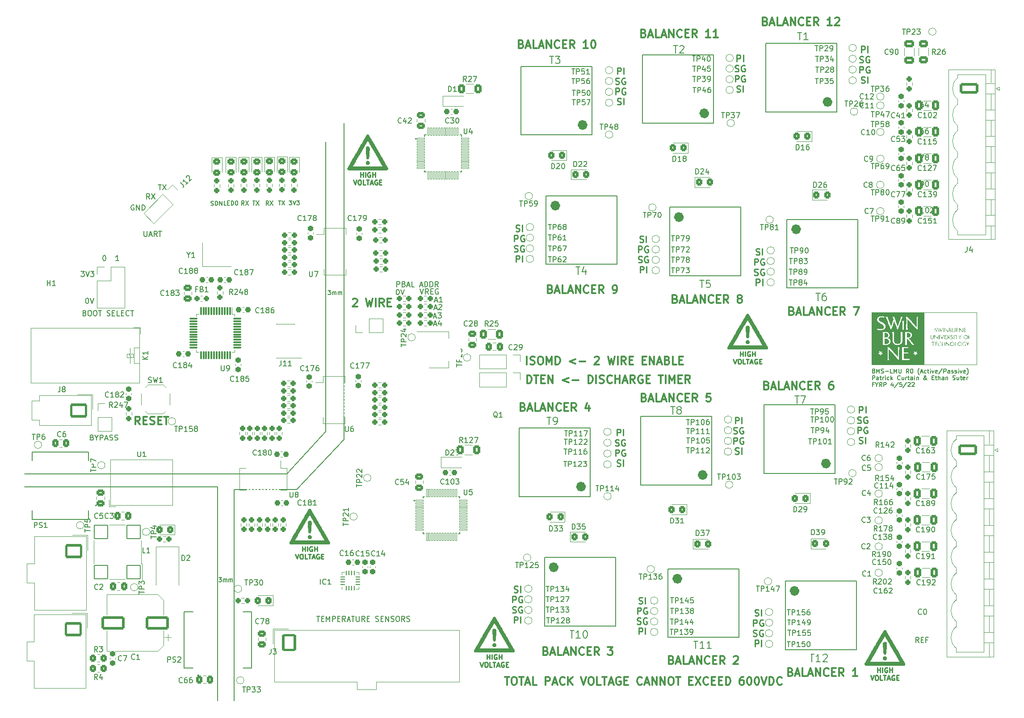
<source format=gbr>
%TF.GenerationSoftware,KiCad,Pcbnew,(6.0.1)*%
%TF.CreationDate,2022-05-08T00:04:22+10:00*%
%TF.ProjectId,211006_lmu_r0,32313130-3036-45f6-9c6d-755f72302e6b,rev?*%
%TF.SameCoordinates,Original*%
%TF.FileFunction,Legend,Top*%
%TF.FilePolarity,Positive*%
%FSLAX46Y46*%
G04 Gerber Fmt 4.6, Leading zero omitted, Abs format (unit mm)*
G04 Created by KiCad (PCBNEW (6.0.1)) date 2022-05-08 00:04:22*
%MOMM*%
%LPD*%
G01*
G04 APERTURE LIST*
G04 Aperture macros list*
%AMRoundRect*
0 Rectangle with rounded corners*
0 $1 Rounding radius*
0 $2 $3 $4 $5 $6 $7 $8 $9 X,Y pos of 4 corners*
0 Add a 4 corners polygon primitive as box body*
4,1,4,$2,$3,$4,$5,$6,$7,$8,$9,$2,$3,0*
0 Add four circle primitives for the rounded corners*
1,1,$1+$1,$2,$3*
1,1,$1+$1,$4,$5*
1,1,$1+$1,$6,$7*
1,1,$1+$1,$8,$9*
0 Add four rect primitives between the rounded corners*
20,1,$1+$1,$2,$3,$4,$5,0*
20,1,$1+$1,$4,$5,$6,$7,0*
20,1,$1+$1,$6,$7,$8,$9,0*
20,1,$1+$1,$8,$9,$2,$3,0*%
%AMHorizOval*
0 Thick line with rounded ends*
0 $1 width*
0 $2 $3 position (X,Y) of the first rounded end (center of the circle)*
0 $4 $5 position (X,Y) of the second rounded end (center of the circle)*
0 Add line between two ends*
20,1,$1,$2,$3,$4,$5,0*
0 Add two circle primitives to create the rounded ends*
1,1,$1,$2,$3*
1,1,$1,$4,$5*%
%AMRotRect*
0 Rectangle, with rotation*
0 The origin of the aperture is its center*
0 $1 length*
0 $2 width*
0 $3 Rotation angle, in degrees counterclockwise*
0 Add horizontal line*
21,1,$1,$2,0,0,$3*%
G04 Aperture macros list end*
%ADD10C,0.150000*%
%ADD11C,0.300000*%
%ADD12C,0.250000*%
%ADD13C,0.225000*%
%ADD14C,0.200000*%
%ADD15C,0.120000*%
%ADD16C,0.127000*%
%ADD17C,0.939800*%
%ADD18C,1.000000*%
%ADD19RoundRect,0.237500X0.250000X0.237500X-0.250000X0.237500X-0.250000X-0.237500X0.250000X-0.237500X0*%
%ADD20RoundRect,0.237500X0.300000X0.237500X-0.300000X0.237500X-0.300000X-0.237500X0.300000X-0.237500X0*%
%ADD21RoundRect,0.250000X-0.325000X-0.450000X0.325000X-0.450000X0.325000X0.450000X-0.325000X0.450000X0*%
%ADD22RoundRect,0.250000X-0.475000X0.337500X-0.475000X-0.337500X0.475000X-0.337500X0.475000X0.337500X0*%
%ADD23RoundRect,0.250000X1.950000X1.000000X-1.950000X1.000000X-1.950000X-1.000000X1.950000X-1.000000X0*%
%ADD24RoundRect,0.237500X0.237500X-0.300000X0.237500X0.300000X-0.237500X0.300000X-0.237500X-0.300000X0*%
%ADD25RoundRect,0.011200X-0.723800X-0.128800X0.723800X-0.128800X0.723800X0.128800X-0.723800X0.128800X0*%
%ADD26RoundRect,0.011200X-0.128800X-0.723800X0.128800X-0.723800X0.128800X0.723800X-0.128800X0.723800X0*%
%ADD27R,3.600000X3.600000*%
%ADD28RoundRect,0.237500X-0.250000X-0.237500X0.250000X-0.237500X0.250000X0.237500X-0.250000X0.237500X0*%
%ADD29RoundRect,0.237500X-0.300000X-0.237500X0.300000X-0.237500X0.300000X0.237500X-0.300000X0.237500X0*%
%ADD30RoundRect,0.250001X-1.399999X1.099999X-1.399999X-1.099999X1.399999X-1.099999X1.399999X1.099999X0*%
%ADD31O,3.300000X2.700000*%
%ADD32RoundRect,0.237500X0.237500X-0.250000X0.237500X0.250000X-0.237500X0.250000X-0.237500X-0.250000X0*%
%ADD33RoundRect,0.237500X-0.237500X0.250000X-0.237500X-0.250000X0.237500X-0.250000X0.237500X0.250000X0*%
%ADD34RoundRect,0.250000X0.475000X-0.337500X0.475000X0.337500X-0.475000X0.337500X-0.475000X-0.337500X0*%
%ADD35RoundRect,0.250000X0.412500X0.650000X-0.412500X0.650000X-0.412500X-0.650000X0.412500X-0.650000X0*%
%ADD36RoundRect,0.250000X-0.350000X-0.450000X0.350000X-0.450000X0.350000X0.450000X-0.350000X0.450000X0*%
%ADD37RoundRect,0.250000X0.337500X0.475000X-0.337500X0.475000X-0.337500X-0.475000X0.337500X-0.475000X0*%
%ADD38RoundRect,0.250000X-1.550000X0.750000X-1.550000X-0.750000X1.550000X-0.750000X1.550000X0.750000X0*%
%ADD39O,3.600000X2.000000*%
%ADD40R,1.168400X1.879600*%
%ADD41RoundRect,0.250000X-0.450000X0.325000X-0.450000X-0.325000X0.450000X-0.325000X0.450000X0.325000X0*%
%ADD42C,3.200000*%
%ADD43R,2.000000X1.500000*%
%ADD44R,2.000000X3.800000*%
%ADD45RoundRect,0.237500X-0.237500X0.300000X-0.237500X-0.300000X0.237500X-0.300000X0.237500X0.300000X0*%
%ADD46RoundRect,0.250000X0.350000X0.450000X-0.350000X0.450000X-0.350000X-0.450000X0.350000X-0.450000X0*%
%ADD47R,2.300000X3.500000*%
%ADD48R,2.400000X0.740000*%
%ADD49RoundRect,0.250000X0.325000X0.450000X-0.325000X0.450000X-0.325000X-0.450000X0.325000X-0.450000X0*%
%ADD50R,0.410000X1.600000*%
%ADD51RoundRect,0.250000X-0.337500X-0.475000X0.337500X-0.475000X0.337500X0.475000X-0.337500X0.475000X0*%
%ADD52RoundRect,0.062500X0.062500X-0.375000X0.062500X0.375000X-0.062500X0.375000X-0.062500X-0.375000X0*%
%ADD53RoundRect,0.062500X0.375000X-0.062500X0.375000X0.062500X-0.375000X0.062500X-0.375000X-0.062500X0*%
%ADD54R,1.600000X1.600000*%
%ADD55R,1.700000X1.700000*%
%ADD56O,1.700000X1.700000*%
%ADD57R,1.800000X1.100000*%
%ADD58R,1.400000X1.400000*%
%ADD59C,1.400000*%
%ADD60RoundRect,0.237500X-0.287500X-0.237500X0.287500X-0.237500X0.287500X0.237500X-0.287500X0.237500X0*%
%ADD61RoundRect,0.250001X-1.099999X-1.399999X1.099999X-1.399999X1.099999X1.399999X-1.099999X1.399999X0*%
%ADD62O,2.700000X3.300000*%
%ADD63RoundRect,0.250000X-0.400000X-0.625000X0.400000X-0.625000X0.400000X0.625000X-0.400000X0.625000X0*%
%ADD64R,1.100000X1.100000*%
%ADD65RoundRect,0.249999X-1.550001X0.790001X-1.550001X-0.790001X1.550001X-0.790001X1.550001X0.790001X0*%
%ADD66O,3.600000X2.080000*%
%ADD67RotRect,1.700000X1.700000X315.000000*%
%ADD68HorizOval,1.700000X0.000000X0.000000X0.000000X0.000000X0*%
%ADD69RoundRect,0.099900X-1.250100X1.250100X-1.250100X-1.250100X1.250100X-1.250100X1.250100X1.250100X0*%
%ADD70RoundRect,0.250000X-0.625000X0.400000X-0.625000X-0.400000X0.625000X-0.400000X0.625000X0.400000X0*%
%ADD71R,1.500000X2.300000*%
%ADD72O,1.500000X2.300000*%
%ADD73RoundRect,0.250000X0.400000X0.625000X-0.400000X0.625000X-0.400000X-0.625000X0.400000X-0.625000X0*%
%ADD74R,1.800000X1.200000*%
%ADD75R,2.100000X1.800000*%
%ADD76RoundRect,0.075000X-0.075000X0.662500X-0.075000X-0.662500X0.075000X-0.662500X0.075000X0.662500X0*%
%ADD77RoundRect,0.075000X-0.662500X0.075000X-0.662500X-0.075000X0.662500X-0.075000X0.662500X0.075000X0*%
%ADD78R,1.600000X0.410000*%
%ADD79R,1.200000X1.800000*%
%ADD80RoundRect,0.250000X-0.650000X0.412500X-0.650000X-0.412500X0.650000X-0.412500X0.650000X0.412500X0*%
G04 APERTURE END LIST*
D10*
X126652446Y-105833700D02*
X126652446Y-45833700D01*
X123152446Y-49333700D02*
X123152446Y-104333700D01*
X102652446Y-114833700D02*
X102652446Y-155333700D01*
X117652446Y-115333700D02*
X126652446Y-105833700D01*
X105852446Y-115333700D02*
X117652446Y-115333700D01*
X115776966Y-112333700D02*
X66152446Y-112333700D01*
X123152446Y-104333700D02*
X115776966Y-112333700D01*
X66152446Y-114833700D02*
X102652446Y-114833700D01*
X105852446Y-155333700D02*
X105852446Y-115333700D01*
D11*
X183516731Y-97826557D02*
X183731017Y-97897985D01*
X183802446Y-97969414D01*
X183873874Y-98112271D01*
X183873874Y-98326557D01*
X183802446Y-98469414D01*
X183731017Y-98540842D01*
X183588160Y-98612271D01*
X183016731Y-98612271D01*
X183016731Y-97112271D01*
X183516731Y-97112271D01*
X183659588Y-97183700D01*
X183731017Y-97255128D01*
X183802446Y-97397985D01*
X183802446Y-97540842D01*
X183731017Y-97683700D01*
X183659588Y-97755128D01*
X183516731Y-97826557D01*
X183016731Y-97826557D01*
X184445303Y-98183700D02*
X185159588Y-98183700D01*
X184302446Y-98612271D02*
X184802446Y-97112271D01*
X185302446Y-98612271D01*
X186516731Y-98612271D02*
X185802446Y-98612271D01*
X185802446Y-97112271D01*
X186945303Y-98183700D02*
X187659588Y-98183700D01*
X186802446Y-98612271D02*
X187302446Y-97112271D01*
X187802446Y-98612271D01*
X188302446Y-98612271D02*
X188302446Y-97112271D01*
X189159588Y-98612271D01*
X189159588Y-97112271D01*
X190731017Y-98469414D02*
X190659588Y-98540842D01*
X190445303Y-98612271D01*
X190302446Y-98612271D01*
X190088160Y-98540842D01*
X189945303Y-98397985D01*
X189873874Y-98255128D01*
X189802446Y-97969414D01*
X189802446Y-97755128D01*
X189873874Y-97469414D01*
X189945303Y-97326557D01*
X190088160Y-97183700D01*
X190302446Y-97112271D01*
X190445303Y-97112271D01*
X190659588Y-97183700D01*
X190731017Y-97255128D01*
X191373874Y-97826557D02*
X191873874Y-97826557D01*
X192088160Y-98612271D02*
X191373874Y-98612271D01*
X191373874Y-97112271D01*
X192088160Y-97112271D01*
X193588160Y-98612271D02*
X193088160Y-97897985D01*
X192731017Y-98612271D02*
X192731017Y-97112271D01*
X193302446Y-97112271D01*
X193445303Y-97183700D01*
X193516731Y-97255128D01*
X193588160Y-97397985D01*
X193588160Y-97612271D01*
X193516731Y-97755128D01*
X193445303Y-97826557D01*
X193302446Y-97897985D01*
X192731017Y-97897985D01*
X196088160Y-97112271D02*
X195373874Y-97112271D01*
X195302446Y-97826557D01*
X195373874Y-97755128D01*
X195516731Y-97683700D01*
X195873874Y-97683700D01*
X196016731Y-97755128D01*
X196088160Y-97826557D01*
X196159588Y-97969414D01*
X196159588Y-98326557D01*
X196088160Y-98469414D01*
X196016731Y-98540842D01*
X195873874Y-98612271D01*
X195516731Y-98612271D01*
X195373874Y-98540842D01*
X195302446Y-98469414D01*
D10*
X225435779Y-109690842D02*
X225388160Y-109738461D01*
X225245303Y-109786080D01*
X225150065Y-109786080D01*
X225007207Y-109738461D01*
X224911969Y-109643223D01*
X224864350Y-109547985D01*
X224816731Y-109357509D01*
X224816731Y-109214652D01*
X224864350Y-109024176D01*
X224911969Y-108928938D01*
X225007207Y-108833700D01*
X225150065Y-108786080D01*
X225245303Y-108786080D01*
X225388160Y-108833700D01*
X225435779Y-108881319D01*
X226292922Y-108786080D02*
X226102446Y-108786080D01*
X226007207Y-108833700D01*
X225959588Y-108881319D01*
X225864350Y-109024176D01*
X225816731Y-109214652D01*
X225816731Y-109595604D01*
X225864350Y-109690842D01*
X225911969Y-109738461D01*
X226007207Y-109786080D01*
X226197684Y-109786080D01*
X226292922Y-109738461D01*
X226340541Y-109690842D01*
X226388160Y-109595604D01*
X226388160Y-109357509D01*
X226340541Y-109262271D01*
X226292922Y-109214652D01*
X226197684Y-109167033D01*
X226007207Y-109167033D01*
X225911969Y-109214652D01*
X225864350Y-109262271D01*
X225816731Y-109357509D01*
D12*
X178402446Y-105078557D02*
X178402446Y-103878557D01*
X178859588Y-103878557D01*
X178973874Y-103935700D01*
X179031017Y-103992842D01*
X179088160Y-104107128D01*
X179088160Y-104278557D01*
X179031017Y-104392842D01*
X178973874Y-104449985D01*
X178859588Y-104507128D01*
X178402446Y-104507128D01*
X179602446Y-105078557D02*
X179602446Y-103878557D01*
X178059588Y-106953414D02*
X178231017Y-107010557D01*
X178516731Y-107010557D01*
X178631017Y-106953414D01*
X178688160Y-106896271D01*
X178745303Y-106781985D01*
X178745303Y-106667700D01*
X178688160Y-106553414D01*
X178631017Y-106496271D01*
X178516731Y-106439128D01*
X178288160Y-106381985D01*
X178173874Y-106324842D01*
X178116731Y-106267700D01*
X178059588Y-106153414D01*
X178059588Y-106039128D01*
X178116731Y-105924842D01*
X178173874Y-105867700D01*
X178288160Y-105810557D01*
X178573874Y-105810557D01*
X178745303Y-105867700D01*
X179888160Y-105867700D02*
X179773874Y-105810557D01*
X179602446Y-105810557D01*
X179431017Y-105867700D01*
X179316731Y-105981985D01*
X179259588Y-106096271D01*
X179202446Y-106324842D01*
X179202446Y-106496271D01*
X179259588Y-106724842D01*
X179316731Y-106839128D01*
X179431017Y-106953414D01*
X179602446Y-107010557D01*
X179716731Y-107010557D01*
X179888160Y-106953414D01*
X179945303Y-106896271D01*
X179945303Y-106496271D01*
X179716731Y-106496271D01*
X178088160Y-108942557D02*
X178088160Y-107742557D01*
X178545303Y-107742557D01*
X178659588Y-107799700D01*
X178716731Y-107856842D01*
X178773874Y-107971128D01*
X178773874Y-108142557D01*
X178716731Y-108256842D01*
X178659588Y-108313985D01*
X178545303Y-108371128D01*
X178088160Y-108371128D01*
X179916731Y-107799700D02*
X179802446Y-107742557D01*
X179631017Y-107742557D01*
X179459588Y-107799700D01*
X179345303Y-107913985D01*
X179288160Y-108028271D01*
X179231017Y-108256842D01*
X179231017Y-108428271D01*
X179288160Y-108656842D01*
X179345303Y-108771128D01*
X179459588Y-108885414D01*
X179631017Y-108942557D01*
X179745303Y-108942557D01*
X179916731Y-108885414D01*
X179973874Y-108828271D01*
X179973874Y-108428271D01*
X179745303Y-108428271D01*
X178373874Y-110817414D02*
X178545303Y-110874557D01*
X178831017Y-110874557D01*
X178945303Y-110817414D01*
X179002446Y-110760271D01*
X179059588Y-110645985D01*
X179059588Y-110531700D01*
X179002446Y-110417414D01*
X178945303Y-110360271D01*
X178831017Y-110303128D01*
X178602446Y-110245985D01*
X178488160Y-110188842D01*
X178431017Y-110131700D01*
X178373874Y-110017414D01*
X178373874Y-109903128D01*
X178431017Y-109788842D01*
X178488160Y-109731700D01*
X178602446Y-109674557D01*
X178888160Y-109674557D01*
X179059588Y-109731700D01*
X179573874Y-110874557D02*
X179573874Y-109674557D01*
D10*
X143838160Y-79450366D02*
X144314350Y-79450366D01*
X143742922Y-79736080D02*
X144076255Y-78736080D01*
X144409588Y-79736080D01*
X145266731Y-79736080D02*
X144695303Y-79736080D01*
X144981017Y-79736080D02*
X144981017Y-78736080D01*
X144885779Y-78878938D01*
X144790541Y-78974176D01*
X144695303Y-79021795D01*
X225385779Y-126490842D02*
X225338160Y-126538461D01*
X225195303Y-126586080D01*
X225100065Y-126586080D01*
X224957207Y-126538461D01*
X224861969Y-126443223D01*
X224814350Y-126347985D01*
X224766731Y-126157509D01*
X224766731Y-126014652D01*
X224814350Y-125824176D01*
X224861969Y-125728938D01*
X224957207Y-125633700D01*
X225100065Y-125586080D01*
X225195303Y-125586080D01*
X225338160Y-125633700D01*
X225385779Y-125681319D01*
X225766731Y-125681319D02*
X225814350Y-125633700D01*
X225909588Y-125586080D01*
X226147684Y-125586080D01*
X226242922Y-125633700D01*
X226290541Y-125681319D01*
X226338160Y-125776557D01*
X226338160Y-125871795D01*
X226290541Y-126014652D01*
X225719112Y-126586080D01*
X226338160Y-126586080D01*
D13*
X129759588Y-56016342D02*
X129759588Y-55116342D01*
X129759588Y-55544914D02*
X130273874Y-55544914D01*
X130273874Y-56016342D02*
X130273874Y-55116342D01*
X130702446Y-56016342D02*
X130702446Y-55116342D01*
X131602446Y-55159200D02*
X131516731Y-55116342D01*
X131388160Y-55116342D01*
X131259588Y-55159200D01*
X131173874Y-55244914D01*
X131131017Y-55330628D01*
X131088160Y-55502057D01*
X131088160Y-55630628D01*
X131131017Y-55802057D01*
X131173874Y-55887771D01*
X131259588Y-55973485D01*
X131388160Y-56016342D01*
X131473874Y-56016342D01*
X131602446Y-55973485D01*
X131645303Y-55930628D01*
X131645303Y-55630628D01*
X131473874Y-55630628D01*
X132031017Y-56016342D02*
X132031017Y-55116342D01*
X132031017Y-55544914D02*
X132545303Y-55544914D01*
X132545303Y-56016342D02*
X132545303Y-55116342D01*
X128431017Y-56565342D02*
X128731017Y-57465342D01*
X129031017Y-56565342D01*
X129502446Y-56565342D02*
X129673874Y-56565342D01*
X129759588Y-56608200D01*
X129845303Y-56693914D01*
X129888160Y-56865342D01*
X129888160Y-57165342D01*
X129845303Y-57336771D01*
X129759588Y-57422485D01*
X129673874Y-57465342D01*
X129502446Y-57465342D01*
X129416731Y-57422485D01*
X129331017Y-57336771D01*
X129288160Y-57165342D01*
X129288160Y-56865342D01*
X129331017Y-56693914D01*
X129416731Y-56608200D01*
X129502446Y-56565342D01*
X130702446Y-57465342D02*
X130273874Y-57465342D01*
X130273874Y-56565342D01*
X130873874Y-56565342D02*
X131388160Y-56565342D01*
X131131017Y-57465342D02*
X131131017Y-56565342D01*
X131645303Y-57208200D02*
X132073874Y-57208200D01*
X131559588Y-57465342D02*
X131859588Y-56565342D01*
X132159588Y-57465342D01*
X132931017Y-56608200D02*
X132845303Y-56565342D01*
X132716731Y-56565342D01*
X132588160Y-56608200D01*
X132502446Y-56693914D01*
X132459588Y-56779628D01*
X132416731Y-56951057D01*
X132416731Y-57079628D01*
X132459588Y-57251057D01*
X132502446Y-57336771D01*
X132588160Y-57422485D01*
X132716731Y-57465342D01*
X132802446Y-57465342D01*
X132931017Y-57422485D01*
X132973874Y-57379628D01*
X132973874Y-57079628D01*
X132802446Y-57079628D01*
X133359588Y-56993914D02*
X133659588Y-56993914D01*
X133788160Y-57465342D02*
X133359588Y-57465342D01*
X133359588Y-56565342D01*
X133788160Y-56565342D01*
D12*
X178452446Y-36478557D02*
X178452446Y-35278557D01*
X178909588Y-35278557D01*
X179023874Y-35335700D01*
X179081017Y-35392842D01*
X179138160Y-35507128D01*
X179138160Y-35678557D01*
X179081017Y-35792842D01*
X179023874Y-35849985D01*
X178909588Y-35907128D01*
X178452446Y-35907128D01*
X179652446Y-36478557D02*
X179652446Y-35278557D01*
X178109588Y-38353414D02*
X178281017Y-38410557D01*
X178566731Y-38410557D01*
X178681017Y-38353414D01*
X178738160Y-38296271D01*
X178795303Y-38181985D01*
X178795303Y-38067700D01*
X178738160Y-37953414D01*
X178681017Y-37896271D01*
X178566731Y-37839128D01*
X178338160Y-37781985D01*
X178223874Y-37724842D01*
X178166731Y-37667700D01*
X178109588Y-37553414D01*
X178109588Y-37439128D01*
X178166731Y-37324842D01*
X178223874Y-37267700D01*
X178338160Y-37210557D01*
X178623874Y-37210557D01*
X178795303Y-37267700D01*
X179938160Y-37267700D02*
X179823874Y-37210557D01*
X179652446Y-37210557D01*
X179481017Y-37267700D01*
X179366731Y-37381985D01*
X179309588Y-37496271D01*
X179252446Y-37724842D01*
X179252446Y-37896271D01*
X179309588Y-38124842D01*
X179366731Y-38239128D01*
X179481017Y-38353414D01*
X179652446Y-38410557D01*
X179766731Y-38410557D01*
X179938160Y-38353414D01*
X179995303Y-38296271D01*
X179995303Y-37896271D01*
X179766731Y-37896271D01*
X178138160Y-40342557D02*
X178138160Y-39142557D01*
X178595303Y-39142557D01*
X178709588Y-39199700D01*
X178766731Y-39256842D01*
X178823874Y-39371128D01*
X178823874Y-39542557D01*
X178766731Y-39656842D01*
X178709588Y-39713985D01*
X178595303Y-39771128D01*
X178138160Y-39771128D01*
X179966731Y-39199700D02*
X179852446Y-39142557D01*
X179681017Y-39142557D01*
X179509588Y-39199700D01*
X179395303Y-39313985D01*
X179338160Y-39428271D01*
X179281017Y-39656842D01*
X179281017Y-39828271D01*
X179338160Y-40056842D01*
X179395303Y-40171128D01*
X179509588Y-40285414D01*
X179681017Y-40342557D01*
X179795303Y-40342557D01*
X179966731Y-40285414D01*
X180023874Y-40228271D01*
X180023874Y-39828271D01*
X179795303Y-39828271D01*
X178423874Y-42217414D02*
X178595303Y-42274557D01*
X178881017Y-42274557D01*
X178995303Y-42217414D01*
X179052446Y-42160271D01*
X179109588Y-42045985D01*
X179109588Y-41931700D01*
X179052446Y-41817414D01*
X178995303Y-41760271D01*
X178881017Y-41703128D01*
X178652446Y-41645985D01*
X178538160Y-41588842D01*
X178481017Y-41531700D01*
X178423874Y-41417414D01*
X178423874Y-41303128D01*
X178481017Y-41188842D01*
X178538160Y-41131700D01*
X178652446Y-41074557D01*
X178938160Y-41074557D01*
X179109588Y-41131700D01*
X179623874Y-42274557D02*
X179623874Y-41074557D01*
D10*
X86840541Y-61333700D02*
X86745303Y-61286080D01*
X86602446Y-61286080D01*
X86459588Y-61333700D01*
X86364350Y-61428938D01*
X86316731Y-61524176D01*
X86269112Y-61714652D01*
X86269112Y-61857509D01*
X86316731Y-62047985D01*
X86364350Y-62143223D01*
X86459588Y-62238461D01*
X86602446Y-62286080D01*
X86697684Y-62286080D01*
X86840541Y-62238461D01*
X86888160Y-62190842D01*
X86888160Y-61857509D01*
X86697684Y-61857509D01*
X87316731Y-62286080D02*
X87316731Y-61286080D01*
X87888160Y-62286080D01*
X87888160Y-61286080D01*
X88364350Y-62286080D02*
X88364350Y-61286080D01*
X88602446Y-61286080D01*
X88745303Y-61333700D01*
X88840541Y-61428938D01*
X88888160Y-61524176D01*
X88935779Y-61714652D01*
X88935779Y-61857509D01*
X88888160Y-62047985D01*
X88840541Y-62143223D01*
X88745303Y-62238461D01*
X88602446Y-62286080D01*
X88364350Y-62286080D01*
D11*
X189416731Y-79126557D02*
X189631017Y-79197985D01*
X189702446Y-79269414D01*
X189773874Y-79412271D01*
X189773874Y-79626557D01*
X189702446Y-79769414D01*
X189631017Y-79840842D01*
X189488160Y-79912271D01*
X188916731Y-79912271D01*
X188916731Y-78412271D01*
X189416731Y-78412271D01*
X189559588Y-78483700D01*
X189631017Y-78555128D01*
X189702446Y-78697985D01*
X189702446Y-78840842D01*
X189631017Y-78983700D01*
X189559588Y-79055128D01*
X189416731Y-79126557D01*
X188916731Y-79126557D01*
X190345303Y-79483700D02*
X191059588Y-79483700D01*
X190202446Y-79912271D02*
X190702446Y-78412271D01*
X191202446Y-79912271D01*
X192416731Y-79912271D02*
X191702446Y-79912271D01*
X191702446Y-78412271D01*
X192845303Y-79483700D02*
X193559588Y-79483700D01*
X192702446Y-79912271D02*
X193202446Y-78412271D01*
X193702446Y-79912271D01*
X194202446Y-79912271D02*
X194202446Y-78412271D01*
X195059588Y-79912271D01*
X195059588Y-78412271D01*
X196631017Y-79769414D02*
X196559588Y-79840842D01*
X196345303Y-79912271D01*
X196202446Y-79912271D01*
X195988160Y-79840842D01*
X195845303Y-79697985D01*
X195773874Y-79555128D01*
X195702446Y-79269414D01*
X195702446Y-79055128D01*
X195773874Y-78769414D01*
X195845303Y-78626557D01*
X195988160Y-78483700D01*
X196202446Y-78412271D01*
X196345303Y-78412271D01*
X196559588Y-78483700D01*
X196631017Y-78555128D01*
X197273874Y-79126557D02*
X197773874Y-79126557D01*
X197988160Y-79912271D02*
X197273874Y-79912271D01*
X197273874Y-78412271D01*
X197988160Y-78412271D01*
X199488160Y-79912271D02*
X198988160Y-79197985D01*
X198631017Y-79912271D02*
X198631017Y-78412271D01*
X199202446Y-78412271D01*
X199345303Y-78483700D01*
X199416731Y-78555128D01*
X199488160Y-78697985D01*
X199488160Y-78912271D01*
X199416731Y-79055128D01*
X199345303Y-79126557D01*
X199202446Y-79197985D01*
X198631017Y-79197985D01*
X201488160Y-79055128D02*
X201345303Y-78983700D01*
X201273874Y-78912271D01*
X201202446Y-78769414D01*
X201202446Y-78697985D01*
X201273874Y-78555128D01*
X201345303Y-78483700D01*
X201488160Y-78412271D01*
X201773874Y-78412271D01*
X201916731Y-78483700D01*
X201988160Y-78555128D01*
X202059588Y-78697985D01*
X202059588Y-78769414D01*
X201988160Y-78912271D01*
X201916731Y-78983700D01*
X201773874Y-79055128D01*
X201488160Y-79055128D01*
X201345303Y-79126557D01*
X201273874Y-79197985D01*
X201202446Y-79340842D01*
X201202446Y-79626557D01*
X201273874Y-79769414D01*
X201345303Y-79840842D01*
X201488160Y-79912271D01*
X201773874Y-79912271D01*
X201916731Y-79840842D01*
X201988160Y-79769414D01*
X202059588Y-79626557D01*
X202059588Y-79340842D01*
X201988160Y-79197985D01*
X201916731Y-79126557D01*
X201773874Y-79055128D01*
D10*
X143738160Y-80900366D02*
X144214350Y-80900366D01*
X143642922Y-81186080D02*
X143976255Y-80186080D01*
X144309588Y-81186080D01*
X144595303Y-80281319D02*
X144642922Y-80233700D01*
X144738160Y-80186080D01*
X144976255Y-80186080D01*
X145071493Y-80233700D01*
X145119112Y-80281319D01*
X145166731Y-80376557D01*
X145166731Y-80471795D01*
X145119112Y-80614652D01*
X144547684Y-81186080D01*
X145166731Y-81186080D01*
D11*
X211266731Y-149926557D02*
X211481017Y-149997985D01*
X211552446Y-150069414D01*
X211623874Y-150212271D01*
X211623874Y-150426557D01*
X211552446Y-150569414D01*
X211481017Y-150640842D01*
X211338160Y-150712271D01*
X210766731Y-150712271D01*
X210766731Y-149212271D01*
X211266731Y-149212271D01*
X211409588Y-149283700D01*
X211481017Y-149355128D01*
X211552446Y-149497985D01*
X211552446Y-149640842D01*
X211481017Y-149783700D01*
X211409588Y-149855128D01*
X211266731Y-149926557D01*
X210766731Y-149926557D01*
X212195303Y-150283700D02*
X212909588Y-150283700D01*
X212052446Y-150712271D02*
X212552446Y-149212271D01*
X213052446Y-150712271D01*
X214266731Y-150712271D02*
X213552446Y-150712271D01*
X213552446Y-149212271D01*
X214695303Y-150283700D02*
X215409588Y-150283700D01*
X214552446Y-150712271D02*
X215052446Y-149212271D01*
X215552446Y-150712271D01*
X216052446Y-150712271D02*
X216052446Y-149212271D01*
X216909588Y-150712271D01*
X216909588Y-149212271D01*
X218481017Y-150569414D02*
X218409588Y-150640842D01*
X218195303Y-150712271D01*
X218052446Y-150712271D01*
X217838160Y-150640842D01*
X217695303Y-150497985D01*
X217623874Y-150355128D01*
X217552446Y-150069414D01*
X217552446Y-149855128D01*
X217623874Y-149569414D01*
X217695303Y-149426557D01*
X217838160Y-149283700D01*
X218052446Y-149212271D01*
X218195303Y-149212271D01*
X218409588Y-149283700D01*
X218481017Y-149355128D01*
X219123874Y-149926557D02*
X219623874Y-149926557D01*
X219838160Y-150712271D02*
X219123874Y-150712271D01*
X219123874Y-149212271D01*
X219838160Y-149212271D01*
X221338160Y-150712271D02*
X220838160Y-149997985D01*
X220481017Y-150712271D02*
X220481017Y-149212271D01*
X221052446Y-149212271D01*
X221195303Y-149283700D01*
X221266731Y-149355128D01*
X221338160Y-149497985D01*
X221338160Y-149712271D01*
X221266731Y-149855128D01*
X221195303Y-149926557D01*
X221052446Y-149997985D01*
X220481017Y-149997985D01*
X223909588Y-150712271D02*
X223052446Y-150712271D01*
X223481017Y-150712271D02*
X223481017Y-149212271D01*
X223338160Y-149426557D01*
X223195303Y-149569414D01*
X223052446Y-149640842D01*
D10*
X102919112Y-131995604D02*
X103414350Y-131995604D01*
X103147684Y-132300366D01*
X103261969Y-132300366D01*
X103338160Y-132338461D01*
X103376255Y-132376557D01*
X103414350Y-132452747D01*
X103414350Y-132643223D01*
X103376255Y-132719414D01*
X103338160Y-132757509D01*
X103261969Y-132795604D01*
X103033398Y-132795604D01*
X102957207Y-132757509D01*
X102919112Y-132719414D01*
X103757207Y-132795604D02*
X103757207Y-132262271D01*
X103757207Y-132338461D02*
X103795303Y-132300366D01*
X103871493Y-132262271D01*
X103985779Y-132262271D01*
X104061969Y-132300366D01*
X104100065Y-132376557D01*
X104100065Y-132795604D01*
X104100065Y-132376557D02*
X104138160Y-132300366D01*
X104214350Y-132262271D01*
X104328636Y-132262271D01*
X104404826Y-132300366D01*
X104442922Y-132376557D01*
X104442922Y-132795604D01*
X104823874Y-132795604D02*
X104823874Y-132262271D01*
X104823874Y-132338461D02*
X104861969Y-132300366D01*
X104938160Y-132262271D01*
X105052446Y-132262271D01*
X105128636Y-132300366D01*
X105166731Y-132376557D01*
X105166731Y-132795604D01*
X105166731Y-132376557D02*
X105204826Y-132300366D01*
X105281017Y-132262271D01*
X105395303Y-132262271D01*
X105471493Y-132300366D01*
X105509588Y-132376557D01*
X105509588Y-132795604D01*
X225435779Y-121440842D02*
X225388160Y-121488461D01*
X225245303Y-121536080D01*
X225150065Y-121536080D01*
X225007207Y-121488461D01*
X224911969Y-121393223D01*
X224864350Y-121297985D01*
X224816731Y-121107509D01*
X224816731Y-120964652D01*
X224864350Y-120774176D01*
X224911969Y-120678938D01*
X225007207Y-120583700D01*
X225150065Y-120536080D01*
X225245303Y-120536080D01*
X225388160Y-120583700D01*
X225435779Y-120631319D01*
X225769112Y-120536080D02*
X226388160Y-120536080D01*
X226054826Y-120917033D01*
X226197684Y-120917033D01*
X226292922Y-120964652D01*
X226340541Y-121012271D01*
X226388160Y-121107509D01*
X226388160Y-121345604D01*
X226340541Y-121440842D01*
X226292922Y-121488461D01*
X226197684Y-121536080D01*
X225911969Y-121536080D01*
X225816731Y-121488461D01*
X225769112Y-121440842D01*
X141066731Y-77236080D02*
X141400065Y-78236080D01*
X141733398Y-77236080D01*
X142638160Y-78236080D02*
X142304826Y-77759890D01*
X142066731Y-78236080D02*
X142066731Y-77236080D01*
X142447684Y-77236080D01*
X142542922Y-77283700D01*
X142590541Y-77331319D01*
X142638160Y-77426557D01*
X142638160Y-77569414D01*
X142590541Y-77664652D01*
X142542922Y-77712271D01*
X142447684Y-77759890D01*
X142066731Y-77759890D01*
X143066731Y-77712271D02*
X143400065Y-77712271D01*
X143542922Y-78236080D02*
X143066731Y-78236080D01*
X143066731Y-77236080D01*
X143542922Y-77236080D01*
X144495303Y-77283700D02*
X144400065Y-77236080D01*
X144257207Y-77236080D01*
X144114350Y-77283700D01*
X144019112Y-77378938D01*
X143971493Y-77474176D01*
X143923874Y-77664652D01*
X143923874Y-77807509D01*
X143971493Y-77997985D01*
X144019112Y-78093223D01*
X144114350Y-78188461D01*
X144257207Y-78236080D01*
X144352446Y-78236080D01*
X144495303Y-78188461D01*
X144542922Y-78140842D01*
X144542922Y-77807509D01*
X144352446Y-77807509D01*
D11*
X211516731Y-81426557D02*
X211731017Y-81497985D01*
X211802446Y-81569414D01*
X211873874Y-81712271D01*
X211873874Y-81926557D01*
X211802446Y-82069414D01*
X211731017Y-82140842D01*
X211588160Y-82212271D01*
X211016731Y-82212271D01*
X211016731Y-80712271D01*
X211516731Y-80712271D01*
X211659588Y-80783700D01*
X211731017Y-80855128D01*
X211802446Y-80997985D01*
X211802446Y-81140842D01*
X211731017Y-81283700D01*
X211659588Y-81355128D01*
X211516731Y-81426557D01*
X211016731Y-81426557D01*
X212445303Y-81783700D02*
X213159588Y-81783700D01*
X212302446Y-82212271D02*
X212802446Y-80712271D01*
X213302446Y-82212271D01*
X214516731Y-82212271D02*
X213802446Y-82212271D01*
X213802446Y-80712271D01*
X214945303Y-81783700D02*
X215659588Y-81783700D01*
X214802446Y-82212271D02*
X215302446Y-80712271D01*
X215802446Y-82212271D01*
X216302446Y-82212271D02*
X216302446Y-80712271D01*
X217159588Y-82212271D01*
X217159588Y-80712271D01*
X218731017Y-82069414D02*
X218659588Y-82140842D01*
X218445303Y-82212271D01*
X218302446Y-82212271D01*
X218088160Y-82140842D01*
X217945303Y-81997985D01*
X217873874Y-81855128D01*
X217802446Y-81569414D01*
X217802446Y-81355128D01*
X217873874Y-81069414D01*
X217945303Y-80926557D01*
X218088160Y-80783700D01*
X218302446Y-80712271D01*
X218445303Y-80712271D01*
X218659588Y-80783700D01*
X218731017Y-80855128D01*
X219373874Y-81426557D02*
X219873874Y-81426557D01*
X220088160Y-82212271D02*
X219373874Y-82212271D01*
X219373874Y-80712271D01*
X220088160Y-80712271D01*
X221588160Y-82212271D02*
X221088160Y-81497985D01*
X220731017Y-82212271D02*
X220731017Y-80712271D01*
X221302446Y-80712271D01*
X221445303Y-80783700D01*
X221516731Y-80855128D01*
X221588160Y-80997985D01*
X221588160Y-81212271D01*
X221516731Y-81355128D01*
X221445303Y-81426557D01*
X221302446Y-81497985D01*
X220731017Y-81497985D01*
X223231017Y-80712271D02*
X224231017Y-80712271D01*
X223588160Y-82212271D01*
D12*
X224702446Y-32378557D02*
X224702446Y-31178557D01*
X225159588Y-31178557D01*
X225273874Y-31235700D01*
X225331017Y-31292842D01*
X225388160Y-31407128D01*
X225388160Y-31578557D01*
X225331017Y-31692842D01*
X225273874Y-31749985D01*
X225159588Y-31807128D01*
X224702446Y-31807128D01*
X225902446Y-32378557D02*
X225902446Y-31178557D01*
X224359588Y-34253414D02*
X224531017Y-34310557D01*
X224816731Y-34310557D01*
X224931017Y-34253414D01*
X224988160Y-34196271D01*
X225045303Y-34081985D01*
X225045303Y-33967700D01*
X224988160Y-33853414D01*
X224931017Y-33796271D01*
X224816731Y-33739128D01*
X224588160Y-33681985D01*
X224473874Y-33624842D01*
X224416731Y-33567700D01*
X224359588Y-33453414D01*
X224359588Y-33339128D01*
X224416731Y-33224842D01*
X224473874Y-33167700D01*
X224588160Y-33110557D01*
X224873874Y-33110557D01*
X225045303Y-33167700D01*
X226188160Y-33167700D02*
X226073874Y-33110557D01*
X225902446Y-33110557D01*
X225731017Y-33167700D01*
X225616731Y-33281985D01*
X225559588Y-33396271D01*
X225502446Y-33624842D01*
X225502446Y-33796271D01*
X225559588Y-34024842D01*
X225616731Y-34139128D01*
X225731017Y-34253414D01*
X225902446Y-34310557D01*
X226016731Y-34310557D01*
X226188160Y-34253414D01*
X226245303Y-34196271D01*
X226245303Y-33796271D01*
X226016731Y-33796271D01*
X224388160Y-36242557D02*
X224388160Y-35042557D01*
X224845303Y-35042557D01*
X224959588Y-35099700D01*
X225016731Y-35156842D01*
X225073874Y-35271128D01*
X225073874Y-35442557D01*
X225016731Y-35556842D01*
X224959588Y-35613985D01*
X224845303Y-35671128D01*
X224388160Y-35671128D01*
X226216731Y-35099700D02*
X226102446Y-35042557D01*
X225931017Y-35042557D01*
X225759588Y-35099700D01*
X225645303Y-35213985D01*
X225588160Y-35328271D01*
X225531017Y-35556842D01*
X225531017Y-35728271D01*
X225588160Y-35956842D01*
X225645303Y-36071128D01*
X225759588Y-36185414D01*
X225931017Y-36242557D01*
X226045303Y-36242557D01*
X226216731Y-36185414D01*
X226273874Y-36128271D01*
X226273874Y-35728271D01*
X226045303Y-35728271D01*
X224673874Y-38117414D02*
X224845303Y-38174557D01*
X225131017Y-38174557D01*
X225245303Y-38117414D01*
X225302446Y-38060271D01*
X225359588Y-37945985D01*
X225359588Y-37831700D01*
X225302446Y-37717414D01*
X225245303Y-37660271D01*
X225131017Y-37603128D01*
X224902446Y-37545985D01*
X224788160Y-37488842D01*
X224731017Y-37431700D01*
X224673874Y-37317414D01*
X224673874Y-37203128D01*
X224731017Y-37088842D01*
X224788160Y-37031700D01*
X224902446Y-36974557D01*
X225188160Y-36974557D01*
X225359588Y-37031700D01*
X225873874Y-38174557D02*
X225873874Y-36974557D01*
D11*
X164916731Y-145926557D02*
X165131017Y-145997985D01*
X165202446Y-146069414D01*
X165273874Y-146212271D01*
X165273874Y-146426557D01*
X165202446Y-146569414D01*
X165131017Y-146640842D01*
X164988160Y-146712271D01*
X164416731Y-146712271D01*
X164416731Y-145212271D01*
X164916731Y-145212271D01*
X165059588Y-145283700D01*
X165131017Y-145355128D01*
X165202446Y-145497985D01*
X165202446Y-145640842D01*
X165131017Y-145783700D01*
X165059588Y-145855128D01*
X164916731Y-145926557D01*
X164416731Y-145926557D01*
X165845303Y-146283700D02*
X166559588Y-146283700D01*
X165702446Y-146712271D02*
X166202446Y-145212271D01*
X166702446Y-146712271D01*
X167916731Y-146712271D02*
X167202446Y-146712271D01*
X167202446Y-145212271D01*
X168345303Y-146283700D02*
X169059588Y-146283700D01*
X168202446Y-146712271D02*
X168702446Y-145212271D01*
X169202446Y-146712271D01*
X169702446Y-146712271D02*
X169702446Y-145212271D01*
X170559588Y-146712271D01*
X170559588Y-145212271D01*
X172131017Y-146569414D02*
X172059588Y-146640842D01*
X171845303Y-146712271D01*
X171702446Y-146712271D01*
X171488160Y-146640842D01*
X171345303Y-146497985D01*
X171273874Y-146355128D01*
X171202446Y-146069414D01*
X171202446Y-145855128D01*
X171273874Y-145569414D01*
X171345303Y-145426557D01*
X171488160Y-145283700D01*
X171702446Y-145212271D01*
X171845303Y-145212271D01*
X172059588Y-145283700D01*
X172131017Y-145355128D01*
X172773874Y-145926557D02*
X173273874Y-145926557D01*
X173488160Y-146712271D02*
X172773874Y-146712271D01*
X172773874Y-145212271D01*
X173488160Y-145212271D01*
X174988160Y-146712271D02*
X174488160Y-145997985D01*
X174131017Y-146712271D02*
X174131017Y-145212271D01*
X174702446Y-145212271D01*
X174845303Y-145283700D01*
X174916731Y-145355128D01*
X174988160Y-145497985D01*
X174988160Y-145712271D01*
X174916731Y-145855128D01*
X174845303Y-145926557D01*
X174702446Y-145997985D01*
X174131017Y-145997985D01*
X176631017Y-145212271D02*
X177559588Y-145212271D01*
X177059588Y-145783700D01*
X177273874Y-145783700D01*
X177416731Y-145855128D01*
X177488160Y-145926557D01*
X177559588Y-146069414D01*
X177559588Y-146426557D01*
X177488160Y-146569414D01*
X177416731Y-146640842D01*
X177273874Y-146712271D01*
X176845303Y-146712271D01*
X176702446Y-146640842D01*
X176631017Y-146569414D01*
D14*
X109342922Y-60545604D02*
X109800065Y-60545604D01*
X109571493Y-61345604D02*
X109571493Y-60545604D01*
X109990541Y-60545604D02*
X110523874Y-61345604D01*
X110523874Y-60545604D02*
X109990541Y-61345604D01*
D13*
X118759588Y-127016342D02*
X118759588Y-126116342D01*
X118759588Y-126544914D02*
X119273874Y-126544914D01*
X119273874Y-127016342D02*
X119273874Y-126116342D01*
X119702446Y-127016342D02*
X119702446Y-126116342D01*
X120602446Y-126159200D02*
X120516731Y-126116342D01*
X120388160Y-126116342D01*
X120259588Y-126159200D01*
X120173874Y-126244914D01*
X120131017Y-126330628D01*
X120088160Y-126502057D01*
X120088160Y-126630628D01*
X120131017Y-126802057D01*
X120173874Y-126887771D01*
X120259588Y-126973485D01*
X120388160Y-127016342D01*
X120473874Y-127016342D01*
X120602446Y-126973485D01*
X120645303Y-126930628D01*
X120645303Y-126630628D01*
X120473874Y-126630628D01*
X121031017Y-127016342D02*
X121031017Y-126116342D01*
X121031017Y-126544914D02*
X121545303Y-126544914D01*
X121545303Y-127016342D02*
X121545303Y-126116342D01*
X117431017Y-127565342D02*
X117731017Y-128465342D01*
X118031017Y-127565342D01*
X118502446Y-127565342D02*
X118673874Y-127565342D01*
X118759588Y-127608200D01*
X118845303Y-127693914D01*
X118888160Y-127865342D01*
X118888160Y-128165342D01*
X118845303Y-128336771D01*
X118759588Y-128422485D01*
X118673874Y-128465342D01*
X118502446Y-128465342D01*
X118416731Y-128422485D01*
X118331017Y-128336771D01*
X118288160Y-128165342D01*
X118288160Y-127865342D01*
X118331017Y-127693914D01*
X118416731Y-127608200D01*
X118502446Y-127565342D01*
X119702446Y-128465342D02*
X119273874Y-128465342D01*
X119273874Y-127565342D01*
X119873874Y-127565342D02*
X120388160Y-127565342D01*
X120131017Y-128465342D02*
X120131017Y-127565342D01*
X120645303Y-128208200D02*
X121073874Y-128208200D01*
X120559588Y-128465342D02*
X120859588Y-127565342D01*
X121159588Y-128465342D01*
X121931017Y-127608200D02*
X121845303Y-127565342D01*
X121716731Y-127565342D01*
X121588160Y-127608200D01*
X121502446Y-127693914D01*
X121459588Y-127779628D01*
X121416731Y-127951057D01*
X121416731Y-128079628D01*
X121459588Y-128251057D01*
X121502446Y-128336771D01*
X121588160Y-128422485D01*
X121716731Y-128465342D01*
X121802446Y-128465342D01*
X121931017Y-128422485D01*
X121973874Y-128379628D01*
X121973874Y-128079628D01*
X121802446Y-128079628D01*
X122359588Y-127993914D02*
X122659588Y-127993914D01*
X122788160Y-128465342D02*
X122359588Y-128465342D01*
X122359588Y-127565342D01*
X122788160Y-127565342D01*
D12*
X158873874Y-134771414D02*
X159045303Y-134828557D01*
X159331017Y-134828557D01*
X159445303Y-134771414D01*
X159502446Y-134714271D01*
X159559588Y-134599985D01*
X159559588Y-134485700D01*
X159502446Y-134371414D01*
X159445303Y-134314271D01*
X159331017Y-134257128D01*
X159102446Y-134199985D01*
X158988160Y-134142842D01*
X158931017Y-134085700D01*
X158873874Y-133971414D01*
X158873874Y-133857128D01*
X158931017Y-133742842D01*
X158988160Y-133685700D01*
X159102446Y-133628557D01*
X159388160Y-133628557D01*
X159559588Y-133685700D01*
X160073874Y-134828557D02*
X160073874Y-133628557D01*
X158588160Y-136760557D02*
X158588160Y-135560557D01*
X159045303Y-135560557D01*
X159159588Y-135617700D01*
X159216731Y-135674842D01*
X159273874Y-135789128D01*
X159273874Y-135960557D01*
X159216731Y-136074842D01*
X159159588Y-136131985D01*
X159045303Y-136189128D01*
X158588160Y-136189128D01*
X160416731Y-135617700D02*
X160302446Y-135560557D01*
X160131017Y-135560557D01*
X159959588Y-135617700D01*
X159845303Y-135731985D01*
X159788160Y-135846271D01*
X159731017Y-136074842D01*
X159731017Y-136246271D01*
X159788160Y-136474842D01*
X159845303Y-136589128D01*
X159959588Y-136703414D01*
X160131017Y-136760557D01*
X160245303Y-136760557D01*
X160416731Y-136703414D01*
X160473874Y-136646271D01*
X160473874Y-136246271D01*
X160245303Y-136246271D01*
X158559588Y-138635414D02*
X158731017Y-138692557D01*
X159016731Y-138692557D01*
X159131017Y-138635414D01*
X159188160Y-138578271D01*
X159245303Y-138463985D01*
X159245303Y-138349700D01*
X159188160Y-138235414D01*
X159131017Y-138178271D01*
X159016731Y-138121128D01*
X158788160Y-138063985D01*
X158673874Y-138006842D01*
X158616731Y-137949700D01*
X158559588Y-137835414D01*
X158559588Y-137721128D01*
X158616731Y-137606842D01*
X158673874Y-137549700D01*
X158788160Y-137492557D01*
X159073874Y-137492557D01*
X159245303Y-137549700D01*
X160388160Y-137549700D02*
X160273874Y-137492557D01*
X160102446Y-137492557D01*
X159931017Y-137549700D01*
X159816731Y-137663985D01*
X159759588Y-137778271D01*
X159702446Y-138006842D01*
X159702446Y-138178271D01*
X159759588Y-138406842D01*
X159816731Y-138521128D01*
X159931017Y-138635414D01*
X160102446Y-138692557D01*
X160216731Y-138692557D01*
X160388160Y-138635414D01*
X160445303Y-138578271D01*
X160445303Y-138178271D01*
X160216731Y-138178271D01*
X158902446Y-140624557D02*
X158902446Y-139424557D01*
X159359588Y-139424557D01*
X159473874Y-139481700D01*
X159531017Y-139538842D01*
X159588160Y-139653128D01*
X159588160Y-139824557D01*
X159531017Y-139938842D01*
X159473874Y-139995985D01*
X159359588Y-140053128D01*
X158902446Y-140053128D01*
X160102446Y-140624557D02*
X160102446Y-139424557D01*
D10*
X225985779Y-62840842D02*
X225938160Y-62888461D01*
X225795303Y-62936080D01*
X225700065Y-62936080D01*
X225557207Y-62888461D01*
X225461969Y-62793223D01*
X225414350Y-62697985D01*
X225366731Y-62507509D01*
X225366731Y-62364652D01*
X225414350Y-62174176D01*
X225461969Y-62078938D01*
X225557207Y-61983700D01*
X225700065Y-61936080D01*
X225795303Y-61936080D01*
X225938160Y-61983700D01*
X225985779Y-62031319D01*
X226319112Y-61936080D02*
X226985779Y-61936080D01*
X226557207Y-62936080D01*
X88757207Y-66286080D02*
X88757207Y-67095604D01*
X88804826Y-67190842D01*
X88852446Y-67238461D01*
X88947684Y-67286080D01*
X89138160Y-67286080D01*
X89233398Y-67238461D01*
X89281017Y-67190842D01*
X89328636Y-67095604D01*
X89328636Y-66286080D01*
X89757207Y-67000366D02*
X90233398Y-67000366D01*
X89661969Y-67286080D02*
X89995303Y-66286080D01*
X90328636Y-67286080D01*
X91233398Y-67286080D02*
X90900065Y-66809890D01*
X90661969Y-67286080D02*
X90661969Y-66286080D01*
X91042922Y-66286080D01*
X91138160Y-66333700D01*
X91185779Y-66381319D01*
X91233398Y-66476557D01*
X91233398Y-66619414D01*
X91185779Y-66714652D01*
X91138160Y-66762271D01*
X91042922Y-66809890D01*
X90661969Y-66809890D01*
X91519112Y-66286080D02*
X92090541Y-66286080D01*
X91804826Y-67286080D02*
X91804826Y-66286080D01*
X121495303Y-139336080D02*
X122066731Y-139336080D01*
X121781017Y-140336080D02*
X121781017Y-139336080D01*
X122400065Y-139812271D02*
X122733398Y-139812271D01*
X122876255Y-140336080D02*
X122400065Y-140336080D01*
X122400065Y-139336080D01*
X122876255Y-139336080D01*
X123304826Y-140336080D02*
X123304826Y-139336080D01*
X123638160Y-140050366D01*
X123971493Y-139336080D01*
X123971493Y-140336080D01*
X124447684Y-140336080D02*
X124447684Y-139336080D01*
X124828636Y-139336080D01*
X124923874Y-139383700D01*
X124971493Y-139431319D01*
X125019112Y-139526557D01*
X125019112Y-139669414D01*
X124971493Y-139764652D01*
X124923874Y-139812271D01*
X124828636Y-139859890D01*
X124447684Y-139859890D01*
X125447684Y-139812271D02*
X125781017Y-139812271D01*
X125923874Y-140336080D02*
X125447684Y-140336080D01*
X125447684Y-139336080D01*
X125923874Y-139336080D01*
X126923874Y-140336080D02*
X126590541Y-139859890D01*
X126352446Y-140336080D02*
X126352446Y-139336080D01*
X126733398Y-139336080D01*
X126828636Y-139383700D01*
X126876255Y-139431319D01*
X126923874Y-139526557D01*
X126923874Y-139669414D01*
X126876255Y-139764652D01*
X126828636Y-139812271D01*
X126733398Y-139859890D01*
X126352446Y-139859890D01*
X127304826Y-140050366D02*
X127781017Y-140050366D01*
X127209588Y-140336080D02*
X127542922Y-139336080D01*
X127876255Y-140336080D01*
X128066731Y-139336080D02*
X128638160Y-139336080D01*
X128352446Y-140336080D02*
X128352446Y-139336080D01*
X128971493Y-139336080D02*
X128971493Y-140145604D01*
X129019112Y-140240842D01*
X129066731Y-140288461D01*
X129161969Y-140336080D01*
X129352446Y-140336080D01*
X129447684Y-140288461D01*
X129495303Y-140240842D01*
X129542922Y-140145604D01*
X129542922Y-139336080D01*
X130590541Y-140336080D02*
X130257207Y-139859890D01*
X130019112Y-140336080D02*
X130019112Y-139336080D01*
X130400065Y-139336080D01*
X130495303Y-139383700D01*
X130542922Y-139431319D01*
X130590541Y-139526557D01*
X130590541Y-139669414D01*
X130542922Y-139764652D01*
X130495303Y-139812271D01*
X130400065Y-139859890D01*
X130019112Y-139859890D01*
X131019112Y-139812271D02*
X131352446Y-139812271D01*
X131495303Y-140336080D02*
X131019112Y-140336080D01*
X131019112Y-139336080D01*
X131495303Y-139336080D01*
X132638160Y-140288461D02*
X132781017Y-140336080D01*
X133019112Y-140336080D01*
X133114350Y-140288461D01*
X133161969Y-140240842D01*
X133209588Y-140145604D01*
X133209588Y-140050366D01*
X133161969Y-139955128D01*
X133114350Y-139907509D01*
X133019112Y-139859890D01*
X132828636Y-139812271D01*
X132733398Y-139764652D01*
X132685779Y-139717033D01*
X132638160Y-139621795D01*
X132638160Y-139526557D01*
X132685779Y-139431319D01*
X132733398Y-139383700D01*
X132828636Y-139336080D01*
X133066731Y-139336080D01*
X133209588Y-139383700D01*
X133638160Y-139812271D02*
X133971493Y-139812271D01*
X134114350Y-140336080D02*
X133638160Y-140336080D01*
X133638160Y-139336080D01*
X134114350Y-139336080D01*
X134542922Y-140336080D02*
X134542922Y-139336080D01*
X135114350Y-140336080D01*
X135114350Y-139336080D01*
X135542922Y-140288461D02*
X135685779Y-140336080D01*
X135923874Y-140336080D01*
X136019112Y-140288461D01*
X136066731Y-140240842D01*
X136114350Y-140145604D01*
X136114350Y-140050366D01*
X136066731Y-139955128D01*
X136019112Y-139907509D01*
X135923874Y-139859890D01*
X135733398Y-139812271D01*
X135638160Y-139764652D01*
X135590541Y-139717033D01*
X135542922Y-139621795D01*
X135542922Y-139526557D01*
X135590541Y-139431319D01*
X135638160Y-139383700D01*
X135733398Y-139336080D01*
X135971493Y-139336080D01*
X136114350Y-139383700D01*
X136733398Y-139336080D02*
X136923874Y-139336080D01*
X137019112Y-139383700D01*
X137114350Y-139478938D01*
X137161969Y-139669414D01*
X137161969Y-140002747D01*
X137114350Y-140193223D01*
X137019112Y-140288461D01*
X136923874Y-140336080D01*
X136733398Y-140336080D01*
X136638160Y-140288461D01*
X136542922Y-140193223D01*
X136495303Y-140002747D01*
X136495303Y-139669414D01*
X136542922Y-139478938D01*
X136638160Y-139383700D01*
X136733398Y-139336080D01*
X138161969Y-140336080D02*
X137828636Y-139859890D01*
X137590541Y-140336080D02*
X137590541Y-139336080D01*
X137971493Y-139336080D01*
X138066731Y-139383700D01*
X138114350Y-139431319D01*
X138161969Y-139526557D01*
X138161969Y-139669414D01*
X138114350Y-139764652D01*
X138066731Y-139812271D01*
X137971493Y-139859890D01*
X137590541Y-139859890D01*
X138542922Y-140288461D02*
X138685779Y-140336080D01*
X138923874Y-140336080D01*
X139019112Y-140288461D01*
X139066731Y-140240842D01*
X139114350Y-140145604D01*
X139114350Y-140050366D01*
X139066731Y-139955128D01*
X139019112Y-139907509D01*
X138923874Y-139859890D01*
X138733398Y-139812271D01*
X138638160Y-139764652D01*
X138590541Y-139717033D01*
X138542922Y-139621795D01*
X138542922Y-139526557D01*
X138590541Y-139431319D01*
X138638160Y-139383700D01*
X138733398Y-139336080D01*
X138971493Y-139336080D01*
X139114350Y-139383700D01*
D13*
X153759588Y-147516342D02*
X153759588Y-146616342D01*
X153759588Y-147044914D02*
X154273874Y-147044914D01*
X154273874Y-147516342D02*
X154273874Y-146616342D01*
X154702446Y-147516342D02*
X154702446Y-146616342D01*
X155602446Y-146659200D02*
X155516731Y-146616342D01*
X155388160Y-146616342D01*
X155259588Y-146659200D01*
X155173874Y-146744914D01*
X155131017Y-146830628D01*
X155088160Y-147002057D01*
X155088160Y-147130628D01*
X155131017Y-147302057D01*
X155173874Y-147387771D01*
X155259588Y-147473485D01*
X155388160Y-147516342D01*
X155473874Y-147516342D01*
X155602446Y-147473485D01*
X155645303Y-147430628D01*
X155645303Y-147130628D01*
X155473874Y-147130628D01*
X156031017Y-147516342D02*
X156031017Y-146616342D01*
X156031017Y-147044914D02*
X156545303Y-147044914D01*
X156545303Y-147516342D02*
X156545303Y-146616342D01*
X152431017Y-148065342D02*
X152731017Y-148965342D01*
X153031017Y-148065342D01*
X153502446Y-148065342D02*
X153673874Y-148065342D01*
X153759588Y-148108200D01*
X153845303Y-148193914D01*
X153888160Y-148365342D01*
X153888160Y-148665342D01*
X153845303Y-148836771D01*
X153759588Y-148922485D01*
X153673874Y-148965342D01*
X153502446Y-148965342D01*
X153416731Y-148922485D01*
X153331017Y-148836771D01*
X153288160Y-148665342D01*
X153288160Y-148365342D01*
X153331017Y-148193914D01*
X153416731Y-148108200D01*
X153502446Y-148065342D01*
X154702446Y-148965342D02*
X154273874Y-148965342D01*
X154273874Y-148065342D01*
X154873874Y-148065342D02*
X155388160Y-148065342D01*
X155131017Y-148965342D02*
X155131017Y-148065342D01*
X155645303Y-148708200D02*
X156073874Y-148708200D01*
X155559588Y-148965342D02*
X155859588Y-148065342D01*
X156159588Y-148965342D01*
X156931017Y-148108200D02*
X156845303Y-148065342D01*
X156716731Y-148065342D01*
X156588160Y-148108200D01*
X156502446Y-148193914D01*
X156459588Y-148279628D01*
X156416731Y-148451057D01*
X156416731Y-148579628D01*
X156459588Y-148751057D01*
X156502446Y-148836771D01*
X156588160Y-148922485D01*
X156716731Y-148965342D01*
X156802446Y-148965342D01*
X156931017Y-148922485D01*
X156973874Y-148879628D01*
X156973874Y-148579628D01*
X156802446Y-148579628D01*
X157359588Y-148493914D02*
X157659588Y-148493914D01*
X157788160Y-148965342D02*
X157359588Y-148965342D01*
X157359588Y-148065342D01*
X157788160Y-148065342D01*
D14*
X104307207Y-61345604D02*
X103926255Y-61345604D01*
X103926255Y-60545604D01*
X104573874Y-60926557D02*
X104840541Y-60926557D01*
X104954826Y-61345604D02*
X104573874Y-61345604D01*
X104573874Y-60545604D01*
X104954826Y-60545604D01*
X105297684Y-61345604D02*
X105297684Y-60545604D01*
X105488160Y-60545604D01*
X105602446Y-60583700D01*
X105678636Y-60659890D01*
X105716731Y-60736080D01*
X105754826Y-60888461D01*
X105754826Y-61002747D01*
X105716731Y-61155128D01*
X105678636Y-61231319D01*
X105602446Y-61307509D01*
X105488160Y-61345604D01*
X105297684Y-61345604D01*
X106250065Y-60545604D02*
X106326255Y-60545604D01*
X106402446Y-60583700D01*
X106440541Y-60621795D01*
X106478636Y-60697985D01*
X106516731Y-60850366D01*
X106516731Y-61040842D01*
X106478636Y-61193223D01*
X106440541Y-61269414D01*
X106402446Y-61307509D01*
X106326255Y-61345604D01*
X106250065Y-61345604D01*
X106173874Y-61307509D01*
X106135779Y-61269414D01*
X106097684Y-61193223D01*
X106059588Y-61040842D01*
X106059588Y-60850366D01*
X106097684Y-60697985D01*
X106135779Y-60621795D01*
X106173874Y-60583700D01*
X106250065Y-60545604D01*
D11*
X87973874Y-102962271D02*
X87473874Y-102247985D01*
X87116731Y-102962271D02*
X87116731Y-101462271D01*
X87688160Y-101462271D01*
X87831017Y-101533700D01*
X87902446Y-101605128D01*
X87973874Y-101747985D01*
X87973874Y-101962271D01*
X87902446Y-102105128D01*
X87831017Y-102176557D01*
X87688160Y-102247985D01*
X87116731Y-102247985D01*
X88616731Y-102176557D02*
X89116731Y-102176557D01*
X89331017Y-102962271D02*
X88616731Y-102962271D01*
X88616731Y-101462271D01*
X89331017Y-101462271D01*
X89902446Y-102890842D02*
X90116731Y-102962271D01*
X90473874Y-102962271D01*
X90616731Y-102890842D01*
X90688160Y-102819414D01*
X90759588Y-102676557D01*
X90759588Y-102533700D01*
X90688160Y-102390842D01*
X90616731Y-102319414D01*
X90473874Y-102247985D01*
X90188160Y-102176557D01*
X90045303Y-102105128D01*
X89973874Y-102033700D01*
X89902446Y-101890842D01*
X89902446Y-101747985D01*
X89973874Y-101605128D01*
X90045303Y-101533700D01*
X90188160Y-101462271D01*
X90545303Y-101462271D01*
X90759588Y-101533700D01*
X91402446Y-102176557D02*
X91902446Y-102176557D01*
X92116731Y-102962271D02*
X91402446Y-102962271D01*
X91402446Y-101462271D01*
X92116731Y-101462271D01*
X92545303Y-101462271D02*
X93402446Y-101462271D01*
X92973874Y-102962271D02*
X92973874Y-101462271D01*
D10*
X225485779Y-111590842D02*
X225438160Y-111638461D01*
X225295303Y-111686080D01*
X225200065Y-111686080D01*
X225057207Y-111638461D01*
X224961969Y-111543223D01*
X224914350Y-111447985D01*
X224866731Y-111257509D01*
X224866731Y-111114652D01*
X224914350Y-110924176D01*
X224961969Y-110828938D01*
X225057207Y-110733700D01*
X225200065Y-110686080D01*
X225295303Y-110686080D01*
X225438160Y-110733700D01*
X225485779Y-110781319D01*
X226390541Y-110686080D02*
X225914350Y-110686080D01*
X225866731Y-111162271D01*
X225914350Y-111114652D01*
X226009588Y-111067033D01*
X226247684Y-111067033D01*
X226342922Y-111114652D01*
X226390541Y-111162271D01*
X226438160Y-111257509D01*
X226438160Y-111495604D01*
X226390541Y-111590842D01*
X226342922Y-111638461D01*
X226247684Y-111686080D01*
X226009588Y-111686080D01*
X225914350Y-111638461D01*
X225866731Y-111590842D01*
X76814350Y-73886080D02*
X77433398Y-73886080D01*
X77100065Y-74267033D01*
X77242922Y-74267033D01*
X77338160Y-74314652D01*
X77385779Y-74362271D01*
X77433398Y-74457509D01*
X77433398Y-74695604D01*
X77385779Y-74790842D01*
X77338160Y-74838461D01*
X77242922Y-74886080D01*
X76957207Y-74886080D01*
X76861969Y-74838461D01*
X76814350Y-74790842D01*
X77719112Y-73886080D02*
X78052446Y-74886080D01*
X78385779Y-73886080D01*
X78623874Y-73886080D02*
X79242922Y-73886080D01*
X78909588Y-74267033D01*
X79052446Y-74267033D01*
X79147684Y-74314652D01*
X79195303Y-74362271D01*
X79242922Y-74457509D01*
X79242922Y-74695604D01*
X79195303Y-74790842D01*
X79147684Y-74838461D01*
X79052446Y-74886080D01*
X78766731Y-74886080D01*
X78671493Y-74838461D01*
X78623874Y-74790842D01*
D13*
X201759588Y-90016342D02*
X201759588Y-89116342D01*
X201759588Y-89544914D02*
X202273874Y-89544914D01*
X202273874Y-90016342D02*
X202273874Y-89116342D01*
X202702446Y-90016342D02*
X202702446Y-89116342D01*
X203602446Y-89159200D02*
X203516731Y-89116342D01*
X203388160Y-89116342D01*
X203259588Y-89159200D01*
X203173874Y-89244914D01*
X203131017Y-89330628D01*
X203088160Y-89502057D01*
X203088160Y-89630628D01*
X203131017Y-89802057D01*
X203173874Y-89887771D01*
X203259588Y-89973485D01*
X203388160Y-90016342D01*
X203473874Y-90016342D01*
X203602446Y-89973485D01*
X203645303Y-89930628D01*
X203645303Y-89630628D01*
X203473874Y-89630628D01*
X204031017Y-90016342D02*
X204031017Y-89116342D01*
X204031017Y-89544914D02*
X204545303Y-89544914D01*
X204545303Y-90016342D02*
X204545303Y-89116342D01*
X200431017Y-90565342D02*
X200731017Y-91465342D01*
X201031017Y-90565342D01*
X201502446Y-90565342D02*
X201673874Y-90565342D01*
X201759588Y-90608200D01*
X201845303Y-90693914D01*
X201888160Y-90865342D01*
X201888160Y-91165342D01*
X201845303Y-91336771D01*
X201759588Y-91422485D01*
X201673874Y-91465342D01*
X201502446Y-91465342D01*
X201416731Y-91422485D01*
X201331017Y-91336771D01*
X201288160Y-91165342D01*
X201288160Y-90865342D01*
X201331017Y-90693914D01*
X201416731Y-90608200D01*
X201502446Y-90565342D01*
X202702446Y-91465342D02*
X202273874Y-91465342D01*
X202273874Y-90565342D01*
X202873874Y-90565342D02*
X203388160Y-90565342D01*
X203131017Y-91465342D02*
X203131017Y-90565342D01*
X203645303Y-91208200D02*
X204073874Y-91208200D01*
X203559588Y-91465342D02*
X203859588Y-90565342D01*
X204159588Y-91465342D01*
X204931017Y-90608200D02*
X204845303Y-90565342D01*
X204716731Y-90565342D01*
X204588160Y-90608200D01*
X204502446Y-90693914D01*
X204459588Y-90779628D01*
X204416731Y-90951057D01*
X204416731Y-91079628D01*
X204459588Y-91251057D01*
X204502446Y-91336771D01*
X204588160Y-91422485D01*
X204716731Y-91465342D01*
X204802446Y-91465342D01*
X204931017Y-91422485D01*
X204973874Y-91379628D01*
X204973874Y-91079628D01*
X204802446Y-91079628D01*
X205359588Y-90993914D02*
X205659588Y-90993914D01*
X205788160Y-91465342D02*
X205359588Y-91465342D01*
X205359588Y-90565342D01*
X205788160Y-90565342D01*
D10*
X77926255Y-78986080D02*
X78021493Y-78986080D01*
X78116731Y-79033700D01*
X78164350Y-79081319D01*
X78211969Y-79176557D01*
X78259588Y-79367033D01*
X78259588Y-79605128D01*
X78211969Y-79795604D01*
X78164350Y-79890842D01*
X78116731Y-79938461D01*
X78021493Y-79986080D01*
X77926255Y-79986080D01*
X77831017Y-79938461D01*
X77783398Y-79890842D01*
X77735779Y-79795604D01*
X77688160Y-79605128D01*
X77688160Y-79367033D01*
X77735779Y-79176557D01*
X77783398Y-79081319D01*
X77831017Y-79033700D01*
X77926255Y-78986080D01*
X78545303Y-78986080D02*
X78878636Y-79986080D01*
X79211969Y-78986080D01*
D14*
X112369112Y-61345604D02*
X112102446Y-60964652D01*
X111911969Y-61345604D02*
X111911969Y-60545604D01*
X112216731Y-60545604D01*
X112292922Y-60583700D01*
X112331017Y-60621795D01*
X112369112Y-60697985D01*
X112369112Y-60812271D01*
X112331017Y-60888461D01*
X112292922Y-60926557D01*
X112216731Y-60964652D01*
X111911969Y-60964652D01*
X112635779Y-60545604D02*
X113169112Y-61345604D01*
X113169112Y-60545604D02*
X112635779Y-61345604D01*
X114242922Y-60495604D02*
X114700065Y-60495604D01*
X114471493Y-61295604D02*
X114471493Y-60495604D01*
X114890541Y-60495604D02*
X115423874Y-61295604D01*
X115423874Y-60495604D02*
X114890541Y-61295604D01*
D10*
X225485779Y-116340842D02*
X225438160Y-116388461D01*
X225295303Y-116436080D01*
X225200065Y-116436080D01*
X225057207Y-116388461D01*
X224961969Y-116293223D01*
X224914350Y-116197985D01*
X224866731Y-116007509D01*
X224866731Y-115864652D01*
X224914350Y-115674176D01*
X224961969Y-115578938D01*
X225057207Y-115483700D01*
X225200065Y-115436080D01*
X225295303Y-115436080D01*
X225438160Y-115483700D01*
X225485779Y-115531319D01*
X226342922Y-115769414D02*
X226342922Y-116436080D01*
X226104826Y-115388461D02*
X225866731Y-116102747D01*
X226485779Y-116102747D01*
D11*
X183452446Y-28726557D02*
X183666731Y-28797985D01*
X183738160Y-28869414D01*
X183809588Y-29012271D01*
X183809588Y-29226557D01*
X183738160Y-29369414D01*
X183666731Y-29440842D01*
X183523874Y-29512271D01*
X182952446Y-29512271D01*
X182952446Y-28012271D01*
X183452446Y-28012271D01*
X183595303Y-28083700D01*
X183666731Y-28155128D01*
X183738160Y-28297985D01*
X183738160Y-28440842D01*
X183666731Y-28583700D01*
X183595303Y-28655128D01*
X183452446Y-28726557D01*
X182952446Y-28726557D01*
X184381017Y-29083700D02*
X185095303Y-29083700D01*
X184238160Y-29512271D02*
X184738160Y-28012271D01*
X185238160Y-29512271D01*
X186452446Y-29512271D02*
X185738160Y-29512271D01*
X185738160Y-28012271D01*
X186881017Y-29083700D02*
X187595303Y-29083700D01*
X186738160Y-29512271D02*
X187238160Y-28012271D01*
X187738160Y-29512271D01*
X188238160Y-29512271D02*
X188238160Y-28012271D01*
X189095303Y-29512271D01*
X189095303Y-28012271D01*
X190666731Y-29369414D02*
X190595303Y-29440842D01*
X190381017Y-29512271D01*
X190238160Y-29512271D01*
X190023874Y-29440842D01*
X189881017Y-29297985D01*
X189809588Y-29155128D01*
X189738160Y-28869414D01*
X189738160Y-28655128D01*
X189809588Y-28369414D01*
X189881017Y-28226557D01*
X190023874Y-28083700D01*
X190238160Y-28012271D01*
X190381017Y-28012271D01*
X190595303Y-28083700D01*
X190666731Y-28155128D01*
X191309588Y-28726557D02*
X191809588Y-28726557D01*
X192023874Y-29512271D02*
X191309588Y-29512271D01*
X191309588Y-28012271D01*
X192023874Y-28012271D01*
X193523874Y-29512271D02*
X193023874Y-28797985D01*
X192666731Y-29512271D02*
X192666731Y-28012271D01*
X193238160Y-28012271D01*
X193381017Y-28083700D01*
X193452446Y-28155128D01*
X193523874Y-28297985D01*
X193523874Y-28512271D01*
X193452446Y-28655128D01*
X193381017Y-28726557D01*
X193238160Y-28797985D01*
X192666731Y-28797985D01*
X196095303Y-29512271D02*
X195238160Y-29512271D01*
X195666731Y-29512271D02*
X195666731Y-28012271D01*
X195523874Y-28226557D01*
X195381017Y-28369414D01*
X195238160Y-28440842D01*
X197523874Y-29512271D02*
X196666731Y-29512271D01*
X197095303Y-29512271D02*
X197095303Y-28012271D01*
X196952446Y-28226557D01*
X196809588Y-28369414D01*
X196666731Y-28440842D01*
X206502446Y-26476557D02*
X206716731Y-26547985D01*
X206788160Y-26619414D01*
X206859588Y-26762271D01*
X206859588Y-26976557D01*
X206788160Y-27119414D01*
X206716731Y-27190842D01*
X206573874Y-27262271D01*
X206002446Y-27262271D01*
X206002446Y-25762271D01*
X206502446Y-25762271D01*
X206645303Y-25833700D01*
X206716731Y-25905128D01*
X206788160Y-26047985D01*
X206788160Y-26190842D01*
X206716731Y-26333700D01*
X206645303Y-26405128D01*
X206502446Y-26476557D01*
X206002446Y-26476557D01*
X207431017Y-26833700D02*
X208145303Y-26833700D01*
X207288160Y-27262271D02*
X207788160Y-25762271D01*
X208288160Y-27262271D01*
X209502446Y-27262271D02*
X208788160Y-27262271D01*
X208788160Y-25762271D01*
X209931017Y-26833700D02*
X210645303Y-26833700D01*
X209788160Y-27262271D02*
X210288160Y-25762271D01*
X210788160Y-27262271D01*
X211288160Y-27262271D02*
X211288160Y-25762271D01*
X212145303Y-27262271D01*
X212145303Y-25762271D01*
X213716731Y-27119414D02*
X213645303Y-27190842D01*
X213431017Y-27262271D01*
X213288160Y-27262271D01*
X213073874Y-27190842D01*
X212931017Y-27047985D01*
X212859588Y-26905128D01*
X212788160Y-26619414D01*
X212788160Y-26405128D01*
X212859588Y-26119414D01*
X212931017Y-25976557D01*
X213073874Y-25833700D01*
X213288160Y-25762271D01*
X213431017Y-25762271D01*
X213645303Y-25833700D01*
X213716731Y-25905128D01*
X214359588Y-26476557D02*
X214859588Y-26476557D01*
X215073874Y-27262271D02*
X214359588Y-27262271D01*
X214359588Y-25762271D01*
X215073874Y-25762271D01*
X216573874Y-27262271D02*
X216073874Y-26547985D01*
X215716731Y-27262271D02*
X215716731Y-25762271D01*
X216288160Y-25762271D01*
X216431017Y-25833700D01*
X216502446Y-25905128D01*
X216573874Y-26047985D01*
X216573874Y-26262271D01*
X216502446Y-26405128D01*
X216431017Y-26476557D01*
X216288160Y-26547985D01*
X215716731Y-26547985D01*
X219145303Y-27262271D02*
X218288160Y-27262271D01*
X218716731Y-27262271D02*
X218716731Y-25762271D01*
X218573874Y-25976557D01*
X218431017Y-26119414D01*
X218288160Y-26190842D01*
X219716731Y-25905128D02*
X219788160Y-25833700D01*
X219931017Y-25762271D01*
X220288160Y-25762271D01*
X220431017Y-25833700D01*
X220502446Y-25905128D01*
X220573874Y-26047985D01*
X220573874Y-26190842D01*
X220502446Y-26405128D01*
X219645303Y-27262271D01*
X220573874Y-27262271D01*
D10*
X225059588Y-41090842D02*
X225011969Y-41138461D01*
X224869112Y-41186080D01*
X224773874Y-41186080D01*
X224631017Y-41138461D01*
X224535779Y-41043223D01*
X224488160Y-40947985D01*
X224440541Y-40757509D01*
X224440541Y-40614652D01*
X224488160Y-40424176D01*
X224535779Y-40328938D01*
X224631017Y-40233700D01*
X224773874Y-40186080D01*
X224869112Y-40186080D01*
X225011969Y-40233700D01*
X225059588Y-40281319D01*
X226011969Y-41186080D02*
X225440541Y-41186080D01*
X225726255Y-41186080D02*
X225726255Y-40186080D01*
X225631017Y-40328938D01*
X225535779Y-40424176D01*
X225440541Y-40471795D01*
X226392922Y-40281319D02*
X226440541Y-40233700D01*
X226535779Y-40186080D01*
X226773874Y-40186080D01*
X226869112Y-40233700D01*
X226916731Y-40281319D01*
X226964350Y-40376557D01*
X226964350Y-40471795D01*
X226916731Y-40614652D01*
X226345303Y-41186080D01*
X226964350Y-41186080D01*
D12*
X200802446Y-102778557D02*
X200802446Y-101578557D01*
X201259588Y-101578557D01*
X201373874Y-101635700D01*
X201431017Y-101692842D01*
X201488160Y-101807128D01*
X201488160Y-101978557D01*
X201431017Y-102092842D01*
X201373874Y-102149985D01*
X201259588Y-102207128D01*
X200802446Y-102207128D01*
X202002446Y-102778557D02*
X202002446Y-101578557D01*
X200459588Y-104653414D02*
X200631017Y-104710557D01*
X200916731Y-104710557D01*
X201031017Y-104653414D01*
X201088160Y-104596271D01*
X201145303Y-104481985D01*
X201145303Y-104367700D01*
X201088160Y-104253414D01*
X201031017Y-104196271D01*
X200916731Y-104139128D01*
X200688160Y-104081985D01*
X200573874Y-104024842D01*
X200516731Y-103967700D01*
X200459588Y-103853414D01*
X200459588Y-103739128D01*
X200516731Y-103624842D01*
X200573874Y-103567700D01*
X200688160Y-103510557D01*
X200973874Y-103510557D01*
X201145303Y-103567700D01*
X202288160Y-103567700D02*
X202173874Y-103510557D01*
X202002446Y-103510557D01*
X201831017Y-103567700D01*
X201716731Y-103681985D01*
X201659588Y-103796271D01*
X201602446Y-104024842D01*
X201602446Y-104196271D01*
X201659588Y-104424842D01*
X201716731Y-104539128D01*
X201831017Y-104653414D01*
X202002446Y-104710557D01*
X202116731Y-104710557D01*
X202288160Y-104653414D01*
X202345303Y-104596271D01*
X202345303Y-104196271D01*
X202116731Y-104196271D01*
X200488160Y-106642557D02*
X200488160Y-105442557D01*
X200945303Y-105442557D01*
X201059588Y-105499700D01*
X201116731Y-105556842D01*
X201173874Y-105671128D01*
X201173874Y-105842557D01*
X201116731Y-105956842D01*
X201059588Y-106013985D01*
X200945303Y-106071128D01*
X200488160Y-106071128D01*
X202316731Y-105499700D02*
X202202446Y-105442557D01*
X202031017Y-105442557D01*
X201859588Y-105499700D01*
X201745303Y-105613985D01*
X201688160Y-105728271D01*
X201631017Y-105956842D01*
X201631017Y-106128271D01*
X201688160Y-106356842D01*
X201745303Y-106471128D01*
X201859588Y-106585414D01*
X202031017Y-106642557D01*
X202145303Y-106642557D01*
X202316731Y-106585414D01*
X202373874Y-106528271D01*
X202373874Y-106128271D01*
X202145303Y-106128271D01*
X200773874Y-108517414D02*
X200945303Y-108574557D01*
X201231017Y-108574557D01*
X201345303Y-108517414D01*
X201402446Y-108460271D01*
X201459588Y-108345985D01*
X201459588Y-108231700D01*
X201402446Y-108117414D01*
X201345303Y-108060271D01*
X201231017Y-108003128D01*
X201002446Y-107945985D01*
X200888160Y-107888842D01*
X200831017Y-107831700D01*
X200773874Y-107717414D01*
X200773874Y-107603128D01*
X200831017Y-107488842D01*
X200888160Y-107431700D01*
X201002446Y-107374557D01*
X201288160Y-107374557D01*
X201459588Y-107431700D01*
X201973874Y-108574557D02*
X201973874Y-107374557D01*
D11*
X165766731Y-77276557D02*
X165981017Y-77347985D01*
X166052446Y-77419414D01*
X166123874Y-77562271D01*
X166123874Y-77776557D01*
X166052446Y-77919414D01*
X165981017Y-77990842D01*
X165838160Y-78062271D01*
X165266731Y-78062271D01*
X165266731Y-76562271D01*
X165766731Y-76562271D01*
X165909588Y-76633700D01*
X165981017Y-76705128D01*
X166052446Y-76847985D01*
X166052446Y-76990842D01*
X165981017Y-77133700D01*
X165909588Y-77205128D01*
X165766731Y-77276557D01*
X165266731Y-77276557D01*
X166695303Y-77633700D02*
X167409588Y-77633700D01*
X166552446Y-78062271D02*
X167052446Y-76562271D01*
X167552446Y-78062271D01*
X168766731Y-78062271D02*
X168052446Y-78062271D01*
X168052446Y-76562271D01*
X169195303Y-77633700D02*
X169909588Y-77633700D01*
X169052446Y-78062271D02*
X169552446Y-76562271D01*
X170052446Y-78062271D01*
X170552446Y-78062271D02*
X170552446Y-76562271D01*
X171409588Y-78062271D01*
X171409588Y-76562271D01*
X172981017Y-77919414D02*
X172909588Y-77990842D01*
X172695303Y-78062271D01*
X172552446Y-78062271D01*
X172338160Y-77990842D01*
X172195303Y-77847985D01*
X172123874Y-77705128D01*
X172052446Y-77419414D01*
X172052446Y-77205128D01*
X172123874Y-76919414D01*
X172195303Y-76776557D01*
X172338160Y-76633700D01*
X172552446Y-76562271D01*
X172695303Y-76562271D01*
X172909588Y-76633700D01*
X172981017Y-76705128D01*
X173623874Y-77276557D02*
X174123874Y-77276557D01*
X174338160Y-78062271D02*
X173623874Y-78062271D01*
X173623874Y-76562271D01*
X174338160Y-76562271D01*
X175838160Y-78062271D02*
X175338160Y-77347985D01*
X174981017Y-78062271D02*
X174981017Y-76562271D01*
X175552446Y-76562271D01*
X175695303Y-76633700D01*
X175766731Y-76705128D01*
X175838160Y-76847985D01*
X175838160Y-77062271D01*
X175766731Y-77205128D01*
X175695303Y-77276557D01*
X175552446Y-77347985D01*
X174981017Y-77347985D01*
X177695303Y-78062271D02*
X177981017Y-78062271D01*
X178123874Y-77990842D01*
X178195303Y-77919414D01*
X178338160Y-77705128D01*
X178409588Y-77419414D01*
X178409588Y-76847985D01*
X178338160Y-76705128D01*
X178266731Y-76633700D01*
X178123874Y-76562271D01*
X177838160Y-76562271D01*
X177695303Y-76633700D01*
X177623874Y-76705128D01*
X177552446Y-76847985D01*
X177552446Y-77205128D01*
X177623874Y-77347985D01*
X177695303Y-77419414D01*
X177838160Y-77490842D01*
X178123874Y-77490842D01*
X178266731Y-77419414D01*
X178338160Y-77347985D01*
X178409588Y-77205128D01*
D10*
X136776255Y-77336080D02*
X136871493Y-77336080D01*
X136966731Y-77383700D01*
X137014350Y-77431319D01*
X137061969Y-77526557D01*
X137109588Y-77717033D01*
X137109588Y-77955128D01*
X137061969Y-78145604D01*
X137014350Y-78240842D01*
X136966731Y-78288461D01*
X136871493Y-78336080D01*
X136776255Y-78336080D01*
X136681017Y-78288461D01*
X136633398Y-78240842D01*
X136585779Y-78145604D01*
X136538160Y-77955128D01*
X136538160Y-77717033D01*
X136585779Y-77526557D01*
X136633398Y-77431319D01*
X136681017Y-77383700D01*
X136776255Y-77336080D01*
X137395303Y-77336080D02*
X137728636Y-78336080D01*
X138061969Y-77336080D01*
D11*
X128309588Y-79205128D02*
X128381017Y-79133700D01*
X128523874Y-79062271D01*
X128881017Y-79062271D01*
X129023874Y-79133700D01*
X129095303Y-79205128D01*
X129166731Y-79347985D01*
X129166731Y-79490842D01*
X129095303Y-79705128D01*
X128238160Y-80562271D01*
X129166731Y-80562271D01*
X130809588Y-79062271D02*
X131166731Y-80562271D01*
X131452446Y-79490842D01*
X131738160Y-80562271D01*
X132095303Y-79062271D01*
X132666731Y-80562271D02*
X132666731Y-79062271D01*
X134238160Y-80562271D02*
X133738160Y-79847985D01*
X133381017Y-80562271D02*
X133381017Y-79062271D01*
X133952446Y-79062271D01*
X134095303Y-79133700D01*
X134166731Y-79205128D01*
X134238160Y-79347985D01*
X134238160Y-79562271D01*
X134166731Y-79705128D01*
X134095303Y-79776557D01*
X133952446Y-79847985D01*
X133381017Y-79847985D01*
X134881017Y-79776557D02*
X135381017Y-79776557D01*
X135595303Y-80562271D02*
X134881017Y-80562271D01*
X134881017Y-79062271D01*
X135595303Y-79062271D01*
D10*
X225309588Y-47890842D02*
X225261969Y-47938461D01*
X225119112Y-47986080D01*
X225023874Y-47986080D01*
X224881017Y-47938461D01*
X224785779Y-47843223D01*
X224738160Y-47747985D01*
X224690541Y-47557509D01*
X224690541Y-47414652D01*
X224738160Y-47224176D01*
X224785779Y-47128938D01*
X224881017Y-47033700D01*
X225023874Y-46986080D01*
X225119112Y-46986080D01*
X225261969Y-47033700D01*
X225309588Y-47081319D01*
X226261969Y-47986080D02*
X225690541Y-47986080D01*
X225976255Y-47986080D02*
X225976255Y-46986080D01*
X225881017Y-47128938D01*
X225785779Y-47224176D01*
X225690541Y-47271795D01*
X226881017Y-46986080D02*
X226976255Y-46986080D01*
X227071493Y-47033700D01*
X227119112Y-47081319D01*
X227166731Y-47176557D01*
X227214350Y-47367033D01*
X227214350Y-47605128D01*
X227166731Y-47795604D01*
X227119112Y-47890842D01*
X227071493Y-47938461D01*
X226976255Y-47986080D01*
X226881017Y-47986080D01*
X226785779Y-47938461D01*
X226738160Y-47890842D01*
X226690541Y-47795604D01*
X226642922Y-47605128D01*
X226642922Y-47367033D01*
X226690541Y-47176557D01*
X226738160Y-47081319D01*
X226785779Y-47033700D01*
X226881017Y-46986080D01*
X235581017Y-144336080D02*
X235247684Y-143859890D01*
X235009588Y-144336080D02*
X235009588Y-143336080D01*
X235390541Y-143336080D01*
X235485779Y-143383700D01*
X235533398Y-143431319D01*
X235581017Y-143526557D01*
X235581017Y-143669414D01*
X235533398Y-143764652D01*
X235485779Y-143812271D01*
X235390541Y-143859890D01*
X235009588Y-143859890D01*
X236009588Y-143812271D02*
X236342922Y-143812271D01*
X236485779Y-144336080D02*
X236009588Y-144336080D01*
X236009588Y-143336080D01*
X236485779Y-143336080D01*
X237247684Y-143812271D02*
X236914350Y-143812271D01*
X236914350Y-144336080D02*
X236914350Y-143336080D01*
X237390541Y-143336080D01*
D11*
X188716731Y-147626557D02*
X188931017Y-147697985D01*
X189002446Y-147769414D01*
X189073874Y-147912271D01*
X189073874Y-148126557D01*
X189002446Y-148269414D01*
X188931017Y-148340842D01*
X188788160Y-148412271D01*
X188216731Y-148412271D01*
X188216731Y-146912271D01*
X188716731Y-146912271D01*
X188859588Y-146983700D01*
X188931017Y-147055128D01*
X189002446Y-147197985D01*
X189002446Y-147340842D01*
X188931017Y-147483700D01*
X188859588Y-147555128D01*
X188716731Y-147626557D01*
X188216731Y-147626557D01*
X189645303Y-147983700D02*
X190359588Y-147983700D01*
X189502446Y-148412271D02*
X190002446Y-146912271D01*
X190502446Y-148412271D01*
X191716731Y-148412271D02*
X191002446Y-148412271D01*
X191002446Y-146912271D01*
X192145303Y-147983700D02*
X192859588Y-147983700D01*
X192002446Y-148412271D02*
X192502446Y-146912271D01*
X193002446Y-148412271D01*
X193502446Y-148412271D02*
X193502446Y-146912271D01*
X194359588Y-148412271D01*
X194359588Y-146912271D01*
X195931017Y-148269414D02*
X195859588Y-148340842D01*
X195645303Y-148412271D01*
X195502446Y-148412271D01*
X195288160Y-148340842D01*
X195145303Y-148197985D01*
X195073874Y-148055128D01*
X195002446Y-147769414D01*
X195002446Y-147555128D01*
X195073874Y-147269414D01*
X195145303Y-147126557D01*
X195288160Y-146983700D01*
X195502446Y-146912271D01*
X195645303Y-146912271D01*
X195859588Y-146983700D01*
X195931017Y-147055128D01*
X196573874Y-147626557D02*
X197073874Y-147626557D01*
X197288160Y-148412271D02*
X196573874Y-148412271D01*
X196573874Y-146912271D01*
X197288160Y-146912271D01*
X198788160Y-148412271D02*
X198288160Y-147697985D01*
X197931017Y-148412271D02*
X197931017Y-146912271D01*
X198502446Y-146912271D01*
X198645303Y-146983700D01*
X198716731Y-147055128D01*
X198788160Y-147197985D01*
X198788160Y-147412271D01*
X198716731Y-147555128D01*
X198645303Y-147626557D01*
X198502446Y-147697985D01*
X197931017Y-147697985D01*
X200502446Y-147055128D02*
X200573874Y-146983700D01*
X200716731Y-146912271D01*
X201073874Y-146912271D01*
X201216731Y-146983700D01*
X201288160Y-147055128D01*
X201359588Y-147197985D01*
X201359588Y-147340842D01*
X201288160Y-147555128D01*
X200431017Y-148412271D01*
X201359588Y-148412271D01*
D10*
X91440541Y-57436080D02*
X92011969Y-57436080D01*
X91726255Y-58436080D02*
X91726255Y-57436080D01*
X92250065Y-57436080D02*
X92916731Y-58436080D01*
X92916731Y-57436080D02*
X92250065Y-58436080D01*
D12*
X182723874Y-68321414D02*
X182895303Y-68378557D01*
X183181017Y-68378557D01*
X183295303Y-68321414D01*
X183352446Y-68264271D01*
X183409588Y-68149985D01*
X183409588Y-68035700D01*
X183352446Y-67921414D01*
X183295303Y-67864271D01*
X183181017Y-67807128D01*
X182952446Y-67749985D01*
X182838160Y-67692842D01*
X182781017Y-67635700D01*
X182723874Y-67521414D01*
X182723874Y-67407128D01*
X182781017Y-67292842D01*
X182838160Y-67235700D01*
X182952446Y-67178557D01*
X183238160Y-67178557D01*
X183409588Y-67235700D01*
X183923874Y-68378557D02*
X183923874Y-67178557D01*
X182438160Y-70310557D02*
X182438160Y-69110557D01*
X182895303Y-69110557D01*
X183009588Y-69167700D01*
X183066731Y-69224842D01*
X183123874Y-69339128D01*
X183123874Y-69510557D01*
X183066731Y-69624842D01*
X183009588Y-69681985D01*
X182895303Y-69739128D01*
X182438160Y-69739128D01*
X184266731Y-69167700D02*
X184152446Y-69110557D01*
X183981017Y-69110557D01*
X183809588Y-69167700D01*
X183695303Y-69281985D01*
X183638160Y-69396271D01*
X183581017Y-69624842D01*
X183581017Y-69796271D01*
X183638160Y-70024842D01*
X183695303Y-70139128D01*
X183809588Y-70253414D01*
X183981017Y-70310557D01*
X184095303Y-70310557D01*
X184266731Y-70253414D01*
X184323874Y-70196271D01*
X184323874Y-69796271D01*
X184095303Y-69796271D01*
X182409588Y-72185414D02*
X182581017Y-72242557D01*
X182866731Y-72242557D01*
X182981017Y-72185414D01*
X183038160Y-72128271D01*
X183095303Y-72013985D01*
X183095303Y-71899700D01*
X183038160Y-71785414D01*
X182981017Y-71728271D01*
X182866731Y-71671128D01*
X182638160Y-71613985D01*
X182523874Y-71556842D01*
X182466731Y-71499700D01*
X182409588Y-71385414D01*
X182409588Y-71271128D01*
X182466731Y-71156842D01*
X182523874Y-71099700D01*
X182638160Y-71042557D01*
X182923874Y-71042557D01*
X183095303Y-71099700D01*
X184238160Y-71099700D02*
X184123874Y-71042557D01*
X183952446Y-71042557D01*
X183781017Y-71099700D01*
X183666731Y-71213985D01*
X183609588Y-71328271D01*
X183552446Y-71556842D01*
X183552446Y-71728271D01*
X183609588Y-71956842D01*
X183666731Y-72071128D01*
X183781017Y-72185414D01*
X183952446Y-72242557D01*
X184066731Y-72242557D01*
X184238160Y-72185414D01*
X184295303Y-72128271D01*
X184295303Y-71728271D01*
X184066731Y-71728271D01*
X182752446Y-74174557D02*
X182752446Y-72974557D01*
X183209588Y-72974557D01*
X183323874Y-73031700D01*
X183381017Y-73088842D01*
X183438160Y-73203128D01*
X183438160Y-73374557D01*
X183381017Y-73488842D01*
X183323874Y-73545985D01*
X183209588Y-73603128D01*
X182752446Y-73603128D01*
X183952446Y-74174557D02*
X183952446Y-72974557D01*
D10*
X77497684Y-81812271D02*
X77640541Y-81859890D01*
X77688160Y-81907509D01*
X77735779Y-82002747D01*
X77735779Y-82145604D01*
X77688160Y-82240842D01*
X77640541Y-82288461D01*
X77545303Y-82336080D01*
X77164350Y-82336080D01*
X77164350Y-81336080D01*
X77497684Y-81336080D01*
X77592922Y-81383700D01*
X77640541Y-81431319D01*
X77688160Y-81526557D01*
X77688160Y-81621795D01*
X77640541Y-81717033D01*
X77592922Y-81764652D01*
X77497684Y-81812271D01*
X77164350Y-81812271D01*
X78354826Y-81336080D02*
X78545303Y-81336080D01*
X78640541Y-81383700D01*
X78735779Y-81478938D01*
X78783398Y-81669414D01*
X78783398Y-82002747D01*
X78735779Y-82193223D01*
X78640541Y-82288461D01*
X78545303Y-82336080D01*
X78354826Y-82336080D01*
X78259588Y-82288461D01*
X78164350Y-82193223D01*
X78116731Y-82002747D01*
X78116731Y-81669414D01*
X78164350Y-81478938D01*
X78259588Y-81383700D01*
X78354826Y-81336080D01*
X79402446Y-81336080D02*
X79592922Y-81336080D01*
X79688160Y-81383700D01*
X79783398Y-81478938D01*
X79831017Y-81669414D01*
X79831017Y-82002747D01*
X79783398Y-82193223D01*
X79688160Y-82288461D01*
X79592922Y-82336080D01*
X79402446Y-82336080D01*
X79307207Y-82288461D01*
X79211969Y-82193223D01*
X79164350Y-82002747D01*
X79164350Y-81669414D01*
X79211969Y-81478938D01*
X79307207Y-81383700D01*
X79402446Y-81336080D01*
X80116731Y-81336080D02*
X80688160Y-81336080D01*
X80402446Y-82336080D02*
X80402446Y-81336080D01*
X81735779Y-82288461D02*
X81878636Y-82336080D01*
X82116731Y-82336080D01*
X82211969Y-82288461D01*
X82259588Y-82240842D01*
X82307207Y-82145604D01*
X82307207Y-82050366D01*
X82259588Y-81955128D01*
X82211969Y-81907509D01*
X82116731Y-81859890D01*
X81926255Y-81812271D01*
X81831017Y-81764652D01*
X81783398Y-81717033D01*
X81735779Y-81621795D01*
X81735779Y-81526557D01*
X81783398Y-81431319D01*
X81831017Y-81383700D01*
X81926255Y-81336080D01*
X82164350Y-81336080D01*
X82307207Y-81383700D01*
X82735779Y-81812271D02*
X83069112Y-81812271D01*
X83211969Y-82336080D02*
X82735779Y-82336080D01*
X82735779Y-81336080D01*
X83211969Y-81336080D01*
X84116731Y-82336080D02*
X83640541Y-82336080D01*
X83640541Y-81336080D01*
X84450065Y-81812271D02*
X84783398Y-81812271D01*
X84926255Y-82336080D02*
X84450065Y-82336080D01*
X84450065Y-81336080D01*
X84926255Y-81336080D01*
X85926255Y-82240842D02*
X85878636Y-82288461D01*
X85735779Y-82336080D01*
X85640541Y-82336080D01*
X85497684Y-82288461D01*
X85402446Y-82193223D01*
X85354826Y-82097985D01*
X85307207Y-81907509D01*
X85307207Y-81764652D01*
X85354826Y-81574176D01*
X85402446Y-81478938D01*
X85497684Y-81383700D01*
X85640541Y-81336080D01*
X85735779Y-81336080D01*
X85878636Y-81383700D01*
X85926255Y-81431319D01*
X86211969Y-81336080D02*
X86783398Y-81336080D01*
X86497684Y-82336080D02*
X86497684Y-81336080D01*
D11*
X161302446Y-91562271D02*
X161302446Y-90062271D01*
X161945303Y-91490842D02*
X162159588Y-91562271D01*
X162516731Y-91562271D01*
X162659588Y-91490842D01*
X162731017Y-91419414D01*
X162802446Y-91276557D01*
X162802446Y-91133700D01*
X162731017Y-90990842D01*
X162659588Y-90919414D01*
X162516731Y-90847985D01*
X162231017Y-90776557D01*
X162088160Y-90705128D01*
X162016731Y-90633700D01*
X161945303Y-90490842D01*
X161945303Y-90347985D01*
X162016731Y-90205128D01*
X162088160Y-90133700D01*
X162231017Y-90062271D01*
X162588160Y-90062271D01*
X162802446Y-90133700D01*
X163731017Y-90062271D02*
X164016731Y-90062271D01*
X164159588Y-90133700D01*
X164302446Y-90276557D01*
X164373874Y-90562271D01*
X164373874Y-91062271D01*
X164302446Y-91347985D01*
X164159588Y-91490842D01*
X164016731Y-91562271D01*
X163731017Y-91562271D01*
X163588160Y-91490842D01*
X163445303Y-91347985D01*
X163373874Y-91062271D01*
X163373874Y-90562271D01*
X163445303Y-90276557D01*
X163588160Y-90133700D01*
X163731017Y-90062271D01*
X165016731Y-91562271D02*
X165016731Y-90062271D01*
X165516731Y-91133700D01*
X166016731Y-90062271D01*
X166016731Y-91562271D01*
X166731017Y-91562271D02*
X166731017Y-90062271D01*
X167088160Y-90062271D01*
X167302446Y-90133700D01*
X167445303Y-90276557D01*
X167516731Y-90419414D01*
X167588160Y-90705128D01*
X167588160Y-90919414D01*
X167516731Y-91205128D01*
X167445303Y-91347985D01*
X167302446Y-91490842D01*
X167088160Y-91562271D01*
X166731017Y-91562271D01*
X170516731Y-90562271D02*
X169373874Y-90990842D01*
X170516731Y-91419414D01*
X171231017Y-90990842D02*
X172373874Y-90990842D01*
X174159588Y-90205128D02*
X174231017Y-90133700D01*
X174373874Y-90062271D01*
X174731017Y-90062271D01*
X174873874Y-90133700D01*
X174945303Y-90205128D01*
X175016731Y-90347985D01*
X175016731Y-90490842D01*
X174945303Y-90705128D01*
X174088160Y-91562271D01*
X175016731Y-91562271D01*
X176659588Y-90062271D02*
X177016731Y-91562271D01*
X177302446Y-90490842D01*
X177588160Y-91562271D01*
X177945303Y-90062271D01*
X178516731Y-91562271D02*
X178516731Y-90062271D01*
X180088160Y-91562271D02*
X179588160Y-90847985D01*
X179231017Y-91562271D02*
X179231017Y-90062271D01*
X179802446Y-90062271D01*
X179945303Y-90133700D01*
X180016731Y-90205128D01*
X180088160Y-90347985D01*
X180088160Y-90562271D01*
X180016731Y-90705128D01*
X179945303Y-90776557D01*
X179802446Y-90847985D01*
X179231017Y-90847985D01*
X180731017Y-90776557D02*
X181231017Y-90776557D01*
X181445303Y-91562271D02*
X180731017Y-91562271D01*
X180731017Y-90062271D01*
X181445303Y-90062271D01*
X183231017Y-90776557D02*
X183731017Y-90776557D01*
X183945303Y-91562271D02*
X183231017Y-91562271D01*
X183231017Y-90062271D01*
X183945303Y-90062271D01*
X184588160Y-91562271D02*
X184588160Y-90062271D01*
X185445303Y-91562271D01*
X185445303Y-90062271D01*
X186088160Y-91133700D02*
X186802446Y-91133700D01*
X185945303Y-91562271D02*
X186445303Y-90062271D01*
X186945303Y-91562271D01*
X187945303Y-90776557D02*
X188159588Y-90847985D01*
X188231017Y-90919414D01*
X188302446Y-91062271D01*
X188302446Y-91276557D01*
X188231017Y-91419414D01*
X188159588Y-91490842D01*
X188016731Y-91562271D01*
X187445303Y-91562271D01*
X187445303Y-90062271D01*
X187945303Y-90062271D01*
X188088160Y-90133700D01*
X188159588Y-90205128D01*
X188231017Y-90347985D01*
X188231017Y-90490842D01*
X188159588Y-90633700D01*
X188088160Y-90705128D01*
X187945303Y-90776557D01*
X187445303Y-90776557D01*
X189659588Y-91562271D02*
X188945303Y-91562271D01*
X188945303Y-90062271D01*
X190159588Y-90776557D02*
X190659588Y-90776557D01*
X190873874Y-91562271D02*
X190159588Y-91562271D01*
X190159588Y-90062271D01*
X190873874Y-90062271D01*
D10*
X123619112Y-77520604D02*
X124114350Y-77520604D01*
X123847684Y-77825366D01*
X123961969Y-77825366D01*
X124038160Y-77863461D01*
X124076255Y-77901557D01*
X124114350Y-77977747D01*
X124114350Y-78168223D01*
X124076255Y-78244414D01*
X124038160Y-78282509D01*
X123961969Y-78320604D01*
X123733398Y-78320604D01*
X123657207Y-78282509D01*
X123619112Y-78244414D01*
X124457207Y-78320604D02*
X124457207Y-77787271D01*
X124457207Y-77863461D02*
X124495303Y-77825366D01*
X124571493Y-77787271D01*
X124685779Y-77787271D01*
X124761969Y-77825366D01*
X124800065Y-77901557D01*
X124800065Y-78320604D01*
X124800065Y-77901557D02*
X124838160Y-77825366D01*
X124914350Y-77787271D01*
X125028636Y-77787271D01*
X125104826Y-77825366D01*
X125142922Y-77901557D01*
X125142922Y-78320604D01*
X125523874Y-78320604D02*
X125523874Y-77787271D01*
X125523874Y-77863461D02*
X125561969Y-77825366D01*
X125638160Y-77787271D01*
X125752446Y-77787271D01*
X125828636Y-77825366D01*
X125866731Y-77901557D01*
X125866731Y-78320604D01*
X125866731Y-77901557D02*
X125904826Y-77825366D01*
X125981017Y-77787271D01*
X126095303Y-77787271D01*
X126171493Y-77825366D01*
X126209588Y-77901557D01*
X126209588Y-78320604D01*
D11*
X160252446Y-30776557D02*
X160466731Y-30847985D01*
X160538160Y-30919414D01*
X160609588Y-31062271D01*
X160609588Y-31276557D01*
X160538160Y-31419414D01*
X160466731Y-31490842D01*
X160323874Y-31562271D01*
X159752446Y-31562271D01*
X159752446Y-30062271D01*
X160252446Y-30062271D01*
X160395303Y-30133700D01*
X160466731Y-30205128D01*
X160538160Y-30347985D01*
X160538160Y-30490842D01*
X160466731Y-30633700D01*
X160395303Y-30705128D01*
X160252446Y-30776557D01*
X159752446Y-30776557D01*
X161181017Y-31133700D02*
X161895303Y-31133700D01*
X161038160Y-31562271D02*
X161538160Y-30062271D01*
X162038160Y-31562271D01*
X163252446Y-31562271D02*
X162538160Y-31562271D01*
X162538160Y-30062271D01*
X163681017Y-31133700D02*
X164395303Y-31133700D01*
X163538160Y-31562271D02*
X164038160Y-30062271D01*
X164538160Y-31562271D01*
X165038160Y-31562271D02*
X165038160Y-30062271D01*
X165895303Y-31562271D01*
X165895303Y-30062271D01*
X167466731Y-31419414D02*
X167395303Y-31490842D01*
X167181017Y-31562271D01*
X167038160Y-31562271D01*
X166823874Y-31490842D01*
X166681017Y-31347985D01*
X166609588Y-31205128D01*
X166538160Y-30919414D01*
X166538160Y-30705128D01*
X166609588Y-30419414D01*
X166681017Y-30276557D01*
X166823874Y-30133700D01*
X167038160Y-30062271D01*
X167181017Y-30062271D01*
X167395303Y-30133700D01*
X167466731Y-30205128D01*
X168109588Y-30776557D02*
X168609588Y-30776557D01*
X168823874Y-31562271D02*
X168109588Y-31562271D01*
X168109588Y-30062271D01*
X168823874Y-30062271D01*
X170323874Y-31562271D02*
X169823874Y-30847985D01*
X169466731Y-31562271D02*
X169466731Y-30062271D01*
X170038160Y-30062271D01*
X170181017Y-30133700D01*
X170252446Y-30205128D01*
X170323874Y-30347985D01*
X170323874Y-30562271D01*
X170252446Y-30705128D01*
X170181017Y-30776557D01*
X170038160Y-30847985D01*
X169466731Y-30847985D01*
X172895303Y-31562271D02*
X172038160Y-31562271D01*
X172466731Y-31562271D02*
X172466731Y-30062271D01*
X172323874Y-30276557D01*
X172181017Y-30419414D01*
X172038160Y-30490842D01*
X173823874Y-30062271D02*
X173966731Y-30062271D01*
X174109588Y-30133700D01*
X174181017Y-30205128D01*
X174252446Y-30347985D01*
X174323874Y-30633700D01*
X174323874Y-30990842D01*
X174252446Y-31276557D01*
X174181017Y-31419414D01*
X174109588Y-31490842D01*
X173966731Y-31562271D01*
X173823874Y-31562271D01*
X173681017Y-31490842D01*
X173609588Y-31419414D01*
X173538160Y-31276557D01*
X173466731Y-30990842D01*
X173466731Y-30633700D01*
X173538160Y-30347985D01*
X173609588Y-30205128D01*
X173681017Y-30133700D01*
X173823874Y-30062271D01*
X157106017Y-150862271D02*
X157963160Y-150862271D01*
X157534588Y-152362271D02*
X157534588Y-150862271D01*
X158748874Y-150862271D02*
X159034588Y-150862271D01*
X159177446Y-150933700D01*
X159320303Y-151076557D01*
X159391731Y-151362271D01*
X159391731Y-151862271D01*
X159320303Y-152147985D01*
X159177446Y-152290842D01*
X159034588Y-152362271D01*
X158748874Y-152362271D01*
X158606017Y-152290842D01*
X158463160Y-152147985D01*
X158391731Y-151862271D01*
X158391731Y-151362271D01*
X158463160Y-151076557D01*
X158606017Y-150933700D01*
X158748874Y-150862271D01*
X159820303Y-150862271D02*
X160677446Y-150862271D01*
X160248874Y-152362271D02*
X160248874Y-150862271D01*
X161106017Y-151933700D02*
X161820303Y-151933700D01*
X160963160Y-152362271D02*
X161463160Y-150862271D01*
X161963160Y-152362271D01*
X163177446Y-152362271D02*
X162463160Y-152362271D01*
X162463160Y-150862271D01*
X164820303Y-152362271D02*
X164820303Y-150862271D01*
X165391731Y-150862271D01*
X165534588Y-150933700D01*
X165606017Y-151005128D01*
X165677446Y-151147985D01*
X165677446Y-151362271D01*
X165606017Y-151505128D01*
X165534588Y-151576557D01*
X165391731Y-151647985D01*
X164820303Y-151647985D01*
X166248874Y-151933700D02*
X166963160Y-151933700D01*
X166106017Y-152362271D02*
X166606017Y-150862271D01*
X167106017Y-152362271D01*
X168463160Y-152219414D02*
X168391731Y-152290842D01*
X168177446Y-152362271D01*
X168034588Y-152362271D01*
X167820303Y-152290842D01*
X167677446Y-152147985D01*
X167606017Y-152005128D01*
X167534588Y-151719414D01*
X167534588Y-151505128D01*
X167606017Y-151219414D01*
X167677446Y-151076557D01*
X167820303Y-150933700D01*
X168034588Y-150862271D01*
X168177446Y-150862271D01*
X168391731Y-150933700D01*
X168463160Y-151005128D01*
X169106017Y-152362271D02*
X169106017Y-150862271D01*
X169963160Y-152362271D02*
X169320303Y-151505128D01*
X169963160Y-150862271D02*
X169106017Y-151719414D01*
X171534588Y-150862271D02*
X172034588Y-152362271D01*
X172534588Y-150862271D01*
X173320303Y-150862271D02*
X173606017Y-150862271D01*
X173748874Y-150933700D01*
X173891731Y-151076557D01*
X173963160Y-151362271D01*
X173963160Y-151862271D01*
X173891731Y-152147985D01*
X173748874Y-152290842D01*
X173606017Y-152362271D01*
X173320303Y-152362271D01*
X173177446Y-152290842D01*
X173034588Y-152147985D01*
X172963160Y-151862271D01*
X172963160Y-151362271D01*
X173034588Y-151076557D01*
X173177446Y-150933700D01*
X173320303Y-150862271D01*
X175320303Y-152362271D02*
X174606017Y-152362271D01*
X174606017Y-150862271D01*
X175606017Y-150862271D02*
X176463160Y-150862271D01*
X176034588Y-152362271D02*
X176034588Y-150862271D01*
X176891731Y-151933700D02*
X177606017Y-151933700D01*
X176748874Y-152362271D02*
X177248874Y-150862271D01*
X177748874Y-152362271D01*
X179034588Y-150933700D02*
X178891731Y-150862271D01*
X178677446Y-150862271D01*
X178463160Y-150933700D01*
X178320303Y-151076557D01*
X178248874Y-151219414D01*
X178177446Y-151505128D01*
X178177446Y-151719414D01*
X178248874Y-152005128D01*
X178320303Y-152147985D01*
X178463160Y-152290842D01*
X178677446Y-152362271D01*
X178820303Y-152362271D01*
X179034588Y-152290842D01*
X179106017Y-152219414D01*
X179106017Y-151719414D01*
X178820303Y-151719414D01*
X179748874Y-151576557D02*
X180248874Y-151576557D01*
X180463160Y-152362271D02*
X179748874Y-152362271D01*
X179748874Y-150862271D01*
X180463160Y-150862271D01*
X183106017Y-152219414D02*
X183034588Y-152290842D01*
X182820303Y-152362271D01*
X182677446Y-152362271D01*
X182463160Y-152290842D01*
X182320303Y-152147985D01*
X182248874Y-152005128D01*
X182177446Y-151719414D01*
X182177446Y-151505128D01*
X182248874Y-151219414D01*
X182320303Y-151076557D01*
X182463160Y-150933700D01*
X182677446Y-150862271D01*
X182820303Y-150862271D01*
X183034588Y-150933700D01*
X183106017Y-151005128D01*
X183677446Y-151933700D02*
X184391731Y-151933700D01*
X183534588Y-152362271D02*
X184034588Y-150862271D01*
X184534588Y-152362271D01*
X185034588Y-152362271D02*
X185034588Y-150862271D01*
X185891731Y-152362271D01*
X185891731Y-150862271D01*
X186606017Y-152362271D02*
X186606017Y-150862271D01*
X187463160Y-152362271D01*
X187463160Y-150862271D01*
X188463160Y-150862271D02*
X188748874Y-150862271D01*
X188891731Y-150933700D01*
X189034588Y-151076557D01*
X189106017Y-151362271D01*
X189106017Y-151862271D01*
X189034588Y-152147985D01*
X188891731Y-152290842D01*
X188748874Y-152362271D01*
X188463160Y-152362271D01*
X188320303Y-152290842D01*
X188177446Y-152147985D01*
X188106017Y-151862271D01*
X188106017Y-151362271D01*
X188177446Y-151076557D01*
X188320303Y-150933700D01*
X188463160Y-150862271D01*
X189534588Y-150862271D02*
X190391731Y-150862271D01*
X189963160Y-152362271D02*
X189963160Y-150862271D01*
X192034588Y-151576557D02*
X192534588Y-151576557D01*
X192748874Y-152362271D02*
X192034588Y-152362271D01*
X192034588Y-150862271D01*
X192748874Y-150862271D01*
X193248874Y-150862271D02*
X194248874Y-152362271D01*
X194248874Y-150862271D02*
X193248874Y-152362271D01*
X195677446Y-152219414D02*
X195606017Y-152290842D01*
X195391731Y-152362271D01*
X195248874Y-152362271D01*
X195034588Y-152290842D01*
X194891731Y-152147985D01*
X194820303Y-152005128D01*
X194748874Y-151719414D01*
X194748874Y-151505128D01*
X194820303Y-151219414D01*
X194891731Y-151076557D01*
X195034588Y-150933700D01*
X195248874Y-150862271D01*
X195391731Y-150862271D01*
X195606017Y-150933700D01*
X195677446Y-151005128D01*
X196320303Y-151576557D02*
X196820303Y-151576557D01*
X197034588Y-152362271D02*
X196320303Y-152362271D01*
X196320303Y-150862271D01*
X197034588Y-150862271D01*
X197677446Y-151576557D02*
X198177446Y-151576557D01*
X198391731Y-152362271D02*
X197677446Y-152362271D01*
X197677446Y-150862271D01*
X198391731Y-150862271D01*
X199034588Y-152362271D02*
X199034588Y-150862271D01*
X199391731Y-150862271D01*
X199606017Y-150933700D01*
X199748874Y-151076557D01*
X199820303Y-151219414D01*
X199891731Y-151505128D01*
X199891731Y-151719414D01*
X199820303Y-152005128D01*
X199748874Y-152147985D01*
X199606017Y-152290842D01*
X199391731Y-152362271D01*
X199034588Y-152362271D01*
X202320303Y-150862271D02*
X202034588Y-150862271D01*
X201891731Y-150933700D01*
X201820303Y-151005128D01*
X201677446Y-151219414D01*
X201606017Y-151505128D01*
X201606017Y-152076557D01*
X201677446Y-152219414D01*
X201748874Y-152290842D01*
X201891731Y-152362271D01*
X202177446Y-152362271D01*
X202320303Y-152290842D01*
X202391731Y-152219414D01*
X202463160Y-152076557D01*
X202463160Y-151719414D01*
X202391731Y-151576557D01*
X202320303Y-151505128D01*
X202177446Y-151433700D01*
X201891731Y-151433700D01*
X201748874Y-151505128D01*
X201677446Y-151576557D01*
X201606017Y-151719414D01*
X203391731Y-150862271D02*
X203534588Y-150862271D01*
X203677446Y-150933700D01*
X203748874Y-151005128D01*
X203820303Y-151147985D01*
X203891731Y-151433700D01*
X203891731Y-151790842D01*
X203820303Y-152076557D01*
X203748874Y-152219414D01*
X203677446Y-152290842D01*
X203534588Y-152362271D01*
X203391731Y-152362271D01*
X203248874Y-152290842D01*
X203177446Y-152219414D01*
X203106017Y-152076557D01*
X203034588Y-151790842D01*
X203034588Y-151433700D01*
X203106017Y-151147985D01*
X203177446Y-151005128D01*
X203248874Y-150933700D01*
X203391731Y-150862271D01*
X204820303Y-150862271D02*
X204963160Y-150862271D01*
X205106017Y-150933700D01*
X205177446Y-151005128D01*
X205248874Y-151147985D01*
X205320303Y-151433700D01*
X205320303Y-151790842D01*
X205248874Y-152076557D01*
X205177446Y-152219414D01*
X205106017Y-152290842D01*
X204963160Y-152362271D01*
X204820303Y-152362271D01*
X204677446Y-152290842D01*
X204606017Y-152219414D01*
X204534588Y-152076557D01*
X204463160Y-151790842D01*
X204463160Y-151433700D01*
X204534588Y-151147985D01*
X204606017Y-151005128D01*
X204677446Y-150933700D01*
X204820303Y-150862271D01*
X205748874Y-150862271D02*
X206248874Y-152362271D01*
X206748874Y-150862271D01*
X207248874Y-152362271D02*
X207248874Y-150862271D01*
X207606017Y-150862271D01*
X207820303Y-150933700D01*
X207963160Y-151076557D01*
X208034588Y-151219414D01*
X208106017Y-151505128D01*
X208106017Y-151719414D01*
X208034588Y-152005128D01*
X207963160Y-152147985D01*
X207820303Y-152290842D01*
X207606017Y-152362271D01*
X207248874Y-152362271D01*
X209606017Y-152219414D02*
X209534588Y-152290842D01*
X209320303Y-152362271D01*
X209177446Y-152362271D01*
X208963160Y-152290842D01*
X208820303Y-152147985D01*
X208748874Y-152005128D01*
X208677446Y-151719414D01*
X208677446Y-151505128D01*
X208748874Y-151219414D01*
X208820303Y-151076557D01*
X208963160Y-150933700D01*
X209177446Y-150862271D01*
X209320303Y-150862271D01*
X209534588Y-150933700D01*
X209606017Y-151005128D01*
D10*
X236085779Y-138890842D02*
X236038160Y-138938461D01*
X235895303Y-138986080D01*
X235800065Y-138986080D01*
X235657207Y-138938461D01*
X235561969Y-138843223D01*
X235514350Y-138747985D01*
X235466731Y-138557509D01*
X235466731Y-138414652D01*
X235514350Y-138224176D01*
X235561969Y-138128938D01*
X235657207Y-138033700D01*
X235800065Y-137986080D01*
X235895303Y-137986080D01*
X236038160Y-138033700D01*
X236085779Y-138081319D01*
X236704826Y-137986080D02*
X236800065Y-137986080D01*
X236895303Y-138033700D01*
X236942922Y-138081319D01*
X236990541Y-138176557D01*
X237038160Y-138367033D01*
X237038160Y-138605128D01*
X236990541Y-138795604D01*
X236942922Y-138890842D01*
X236895303Y-138938461D01*
X236800065Y-138986080D01*
X236704826Y-138986080D01*
X236609588Y-138938461D01*
X236561969Y-138890842D01*
X236514350Y-138795604D01*
X236466731Y-138605128D01*
X236466731Y-138367033D01*
X236514350Y-138176557D01*
X236561969Y-138081319D01*
X236609588Y-138033700D01*
X236704826Y-137986080D01*
D12*
X182523874Y-136921414D02*
X182695303Y-136978557D01*
X182981017Y-136978557D01*
X183095303Y-136921414D01*
X183152446Y-136864271D01*
X183209588Y-136749985D01*
X183209588Y-136635700D01*
X183152446Y-136521414D01*
X183095303Y-136464271D01*
X182981017Y-136407128D01*
X182752446Y-136349985D01*
X182638160Y-136292842D01*
X182581017Y-136235700D01*
X182523874Y-136121414D01*
X182523874Y-136007128D01*
X182581017Y-135892842D01*
X182638160Y-135835700D01*
X182752446Y-135778557D01*
X183038160Y-135778557D01*
X183209588Y-135835700D01*
X183723874Y-136978557D02*
X183723874Y-135778557D01*
X182238160Y-138910557D02*
X182238160Y-137710557D01*
X182695303Y-137710557D01*
X182809588Y-137767700D01*
X182866731Y-137824842D01*
X182923874Y-137939128D01*
X182923874Y-138110557D01*
X182866731Y-138224842D01*
X182809588Y-138281985D01*
X182695303Y-138339128D01*
X182238160Y-138339128D01*
X184066731Y-137767700D02*
X183952446Y-137710557D01*
X183781017Y-137710557D01*
X183609588Y-137767700D01*
X183495303Y-137881985D01*
X183438160Y-137996271D01*
X183381017Y-138224842D01*
X183381017Y-138396271D01*
X183438160Y-138624842D01*
X183495303Y-138739128D01*
X183609588Y-138853414D01*
X183781017Y-138910557D01*
X183895303Y-138910557D01*
X184066731Y-138853414D01*
X184123874Y-138796271D01*
X184123874Y-138396271D01*
X183895303Y-138396271D01*
X182209588Y-140785414D02*
X182381017Y-140842557D01*
X182666731Y-140842557D01*
X182781017Y-140785414D01*
X182838160Y-140728271D01*
X182895303Y-140613985D01*
X182895303Y-140499700D01*
X182838160Y-140385414D01*
X182781017Y-140328271D01*
X182666731Y-140271128D01*
X182438160Y-140213985D01*
X182323874Y-140156842D01*
X182266731Y-140099700D01*
X182209588Y-139985414D01*
X182209588Y-139871128D01*
X182266731Y-139756842D01*
X182323874Y-139699700D01*
X182438160Y-139642557D01*
X182723874Y-139642557D01*
X182895303Y-139699700D01*
X184038160Y-139699700D02*
X183923874Y-139642557D01*
X183752446Y-139642557D01*
X183581017Y-139699700D01*
X183466731Y-139813985D01*
X183409588Y-139928271D01*
X183352446Y-140156842D01*
X183352446Y-140328271D01*
X183409588Y-140556842D01*
X183466731Y-140671128D01*
X183581017Y-140785414D01*
X183752446Y-140842557D01*
X183866731Y-140842557D01*
X184038160Y-140785414D01*
X184095303Y-140728271D01*
X184095303Y-140328271D01*
X183866731Y-140328271D01*
X182552446Y-142774557D02*
X182552446Y-141574557D01*
X183009588Y-141574557D01*
X183123874Y-141631700D01*
X183181017Y-141688842D01*
X183238160Y-141803128D01*
X183238160Y-141974557D01*
X183181017Y-142088842D01*
X183123874Y-142145985D01*
X183009588Y-142203128D01*
X182552446Y-142203128D01*
X183752446Y-142774557D02*
X183752446Y-141574557D01*
D10*
X225109588Y-42790842D02*
X225061969Y-42838461D01*
X224919112Y-42886080D01*
X224823874Y-42886080D01*
X224681017Y-42838461D01*
X224585779Y-42743223D01*
X224538160Y-42647985D01*
X224490541Y-42457509D01*
X224490541Y-42314652D01*
X224538160Y-42124176D01*
X224585779Y-42028938D01*
X224681017Y-41933700D01*
X224823874Y-41886080D01*
X224919112Y-41886080D01*
X225061969Y-41933700D01*
X225109588Y-41981319D01*
X226061969Y-42886080D02*
X225490541Y-42886080D01*
X225776255Y-42886080D02*
X225776255Y-41886080D01*
X225681017Y-42028938D01*
X225585779Y-42124176D01*
X225490541Y-42171795D01*
X227014350Y-42886080D02*
X226442922Y-42886080D01*
X226728636Y-42886080D02*
X226728636Y-41886080D01*
X226633398Y-42028938D01*
X226538160Y-42124176D01*
X226442922Y-42171795D01*
D11*
X160566731Y-99626557D02*
X160781017Y-99697985D01*
X160852446Y-99769414D01*
X160923874Y-99912271D01*
X160923874Y-100126557D01*
X160852446Y-100269414D01*
X160781017Y-100340842D01*
X160638160Y-100412271D01*
X160066731Y-100412271D01*
X160066731Y-98912271D01*
X160566731Y-98912271D01*
X160709588Y-98983700D01*
X160781017Y-99055128D01*
X160852446Y-99197985D01*
X160852446Y-99340842D01*
X160781017Y-99483700D01*
X160709588Y-99555128D01*
X160566731Y-99626557D01*
X160066731Y-99626557D01*
X161495303Y-99983700D02*
X162209588Y-99983700D01*
X161352446Y-100412271D02*
X161852446Y-98912271D01*
X162352446Y-100412271D01*
X163566731Y-100412271D02*
X162852446Y-100412271D01*
X162852446Y-98912271D01*
X163995303Y-99983700D02*
X164709588Y-99983700D01*
X163852446Y-100412271D02*
X164352446Y-98912271D01*
X164852446Y-100412271D01*
X165352446Y-100412271D02*
X165352446Y-98912271D01*
X166209588Y-100412271D01*
X166209588Y-98912271D01*
X167781017Y-100269414D02*
X167709588Y-100340842D01*
X167495303Y-100412271D01*
X167352446Y-100412271D01*
X167138160Y-100340842D01*
X166995303Y-100197985D01*
X166923874Y-100055128D01*
X166852446Y-99769414D01*
X166852446Y-99555128D01*
X166923874Y-99269414D01*
X166995303Y-99126557D01*
X167138160Y-98983700D01*
X167352446Y-98912271D01*
X167495303Y-98912271D01*
X167709588Y-98983700D01*
X167781017Y-99055128D01*
X168423874Y-99626557D02*
X168923874Y-99626557D01*
X169138160Y-100412271D02*
X168423874Y-100412271D01*
X168423874Y-98912271D01*
X169138160Y-98912271D01*
X170638160Y-100412271D02*
X170138160Y-99697985D01*
X169781017Y-100412271D02*
X169781017Y-98912271D01*
X170352446Y-98912271D01*
X170495303Y-98983700D01*
X170566731Y-99055128D01*
X170638160Y-99197985D01*
X170638160Y-99412271D01*
X170566731Y-99555128D01*
X170495303Y-99626557D01*
X170352446Y-99697985D01*
X169781017Y-99697985D01*
X173066731Y-99412271D02*
X173066731Y-100412271D01*
X172709588Y-98840842D02*
X172352446Y-99912271D01*
X173281017Y-99912271D01*
D12*
X204523874Y-139221414D02*
X204695303Y-139278557D01*
X204981017Y-139278557D01*
X205095303Y-139221414D01*
X205152446Y-139164271D01*
X205209588Y-139049985D01*
X205209588Y-138935700D01*
X205152446Y-138821414D01*
X205095303Y-138764271D01*
X204981017Y-138707128D01*
X204752446Y-138649985D01*
X204638160Y-138592842D01*
X204581017Y-138535700D01*
X204523874Y-138421414D01*
X204523874Y-138307128D01*
X204581017Y-138192842D01*
X204638160Y-138135700D01*
X204752446Y-138078557D01*
X205038160Y-138078557D01*
X205209588Y-138135700D01*
X205723874Y-139278557D02*
X205723874Y-138078557D01*
X204238160Y-141210557D02*
X204238160Y-140010557D01*
X204695303Y-140010557D01*
X204809588Y-140067700D01*
X204866731Y-140124842D01*
X204923874Y-140239128D01*
X204923874Y-140410557D01*
X204866731Y-140524842D01*
X204809588Y-140581985D01*
X204695303Y-140639128D01*
X204238160Y-140639128D01*
X206066731Y-140067700D02*
X205952446Y-140010557D01*
X205781017Y-140010557D01*
X205609588Y-140067700D01*
X205495303Y-140181985D01*
X205438160Y-140296271D01*
X205381017Y-140524842D01*
X205381017Y-140696271D01*
X205438160Y-140924842D01*
X205495303Y-141039128D01*
X205609588Y-141153414D01*
X205781017Y-141210557D01*
X205895303Y-141210557D01*
X206066731Y-141153414D01*
X206123874Y-141096271D01*
X206123874Y-140696271D01*
X205895303Y-140696271D01*
X204209588Y-143085414D02*
X204381017Y-143142557D01*
X204666731Y-143142557D01*
X204781017Y-143085414D01*
X204838160Y-143028271D01*
X204895303Y-142913985D01*
X204895303Y-142799700D01*
X204838160Y-142685414D01*
X204781017Y-142628271D01*
X204666731Y-142571128D01*
X204438160Y-142513985D01*
X204323874Y-142456842D01*
X204266731Y-142399700D01*
X204209588Y-142285414D01*
X204209588Y-142171128D01*
X204266731Y-142056842D01*
X204323874Y-141999700D01*
X204438160Y-141942557D01*
X204723874Y-141942557D01*
X204895303Y-141999700D01*
X206038160Y-141999700D02*
X205923874Y-141942557D01*
X205752446Y-141942557D01*
X205581017Y-141999700D01*
X205466731Y-142113985D01*
X205409588Y-142228271D01*
X205352446Y-142456842D01*
X205352446Y-142628271D01*
X205409588Y-142856842D01*
X205466731Y-142971128D01*
X205581017Y-143085414D01*
X205752446Y-143142557D01*
X205866731Y-143142557D01*
X206038160Y-143085414D01*
X206095303Y-143028271D01*
X206095303Y-142628271D01*
X205866731Y-142628271D01*
X204552446Y-145074557D02*
X204552446Y-143874557D01*
X205009588Y-143874557D01*
X205123874Y-143931700D01*
X205181017Y-143988842D01*
X205238160Y-144103128D01*
X205238160Y-144274557D01*
X205181017Y-144388842D01*
X205123874Y-144445985D01*
X205009588Y-144503128D01*
X204552446Y-144503128D01*
X205752446Y-145074557D02*
X205752446Y-143874557D01*
X201102446Y-34078557D02*
X201102446Y-32878557D01*
X201559588Y-32878557D01*
X201673874Y-32935700D01*
X201731017Y-32992842D01*
X201788160Y-33107128D01*
X201788160Y-33278557D01*
X201731017Y-33392842D01*
X201673874Y-33449985D01*
X201559588Y-33507128D01*
X201102446Y-33507128D01*
X202302446Y-34078557D02*
X202302446Y-32878557D01*
X200759588Y-35953414D02*
X200931017Y-36010557D01*
X201216731Y-36010557D01*
X201331017Y-35953414D01*
X201388160Y-35896271D01*
X201445303Y-35781985D01*
X201445303Y-35667700D01*
X201388160Y-35553414D01*
X201331017Y-35496271D01*
X201216731Y-35439128D01*
X200988160Y-35381985D01*
X200873874Y-35324842D01*
X200816731Y-35267700D01*
X200759588Y-35153414D01*
X200759588Y-35039128D01*
X200816731Y-34924842D01*
X200873874Y-34867700D01*
X200988160Y-34810557D01*
X201273874Y-34810557D01*
X201445303Y-34867700D01*
X202588160Y-34867700D02*
X202473874Y-34810557D01*
X202302446Y-34810557D01*
X202131017Y-34867700D01*
X202016731Y-34981985D01*
X201959588Y-35096271D01*
X201902446Y-35324842D01*
X201902446Y-35496271D01*
X201959588Y-35724842D01*
X202016731Y-35839128D01*
X202131017Y-35953414D01*
X202302446Y-36010557D01*
X202416731Y-36010557D01*
X202588160Y-35953414D01*
X202645303Y-35896271D01*
X202645303Y-35496271D01*
X202416731Y-35496271D01*
X200788160Y-37942557D02*
X200788160Y-36742557D01*
X201245303Y-36742557D01*
X201359588Y-36799700D01*
X201416731Y-36856842D01*
X201473874Y-36971128D01*
X201473874Y-37142557D01*
X201416731Y-37256842D01*
X201359588Y-37313985D01*
X201245303Y-37371128D01*
X200788160Y-37371128D01*
X202616731Y-36799700D02*
X202502446Y-36742557D01*
X202331017Y-36742557D01*
X202159588Y-36799700D01*
X202045303Y-36913985D01*
X201988160Y-37028271D01*
X201931017Y-37256842D01*
X201931017Y-37428271D01*
X201988160Y-37656842D01*
X202045303Y-37771128D01*
X202159588Y-37885414D01*
X202331017Y-37942557D01*
X202445303Y-37942557D01*
X202616731Y-37885414D01*
X202673874Y-37828271D01*
X202673874Y-37428271D01*
X202445303Y-37428271D01*
X201073874Y-39817414D02*
X201245303Y-39874557D01*
X201531017Y-39874557D01*
X201645303Y-39817414D01*
X201702446Y-39760271D01*
X201759588Y-39645985D01*
X201759588Y-39531700D01*
X201702446Y-39417414D01*
X201645303Y-39360271D01*
X201531017Y-39303128D01*
X201302446Y-39245985D01*
X201188160Y-39188842D01*
X201131017Y-39131700D01*
X201073874Y-39017414D01*
X201073874Y-38903128D01*
X201131017Y-38788842D01*
X201188160Y-38731700D01*
X201302446Y-38674557D01*
X201588160Y-38674557D01*
X201759588Y-38731700D01*
X202273874Y-39874557D02*
X202273874Y-38674557D01*
D13*
X227759588Y-150016342D02*
X227759588Y-149116342D01*
X227759588Y-149544914D02*
X228273874Y-149544914D01*
X228273874Y-150016342D02*
X228273874Y-149116342D01*
X228702446Y-150016342D02*
X228702446Y-149116342D01*
X229602446Y-149159200D02*
X229516731Y-149116342D01*
X229388160Y-149116342D01*
X229259588Y-149159200D01*
X229173874Y-149244914D01*
X229131017Y-149330628D01*
X229088160Y-149502057D01*
X229088160Y-149630628D01*
X229131017Y-149802057D01*
X229173874Y-149887771D01*
X229259588Y-149973485D01*
X229388160Y-150016342D01*
X229473874Y-150016342D01*
X229602446Y-149973485D01*
X229645303Y-149930628D01*
X229645303Y-149630628D01*
X229473874Y-149630628D01*
X230031017Y-150016342D02*
X230031017Y-149116342D01*
X230031017Y-149544914D02*
X230545303Y-149544914D01*
X230545303Y-150016342D02*
X230545303Y-149116342D01*
X226431017Y-150565342D02*
X226731017Y-151465342D01*
X227031017Y-150565342D01*
X227502446Y-150565342D02*
X227673874Y-150565342D01*
X227759588Y-150608200D01*
X227845303Y-150693914D01*
X227888160Y-150865342D01*
X227888160Y-151165342D01*
X227845303Y-151336771D01*
X227759588Y-151422485D01*
X227673874Y-151465342D01*
X227502446Y-151465342D01*
X227416731Y-151422485D01*
X227331017Y-151336771D01*
X227288160Y-151165342D01*
X227288160Y-150865342D01*
X227331017Y-150693914D01*
X227416731Y-150608200D01*
X227502446Y-150565342D01*
X228702446Y-151465342D02*
X228273874Y-151465342D01*
X228273874Y-150565342D01*
X228873874Y-150565342D02*
X229388160Y-150565342D01*
X229131017Y-151465342D02*
X229131017Y-150565342D01*
X229645303Y-151208200D02*
X230073874Y-151208200D01*
X229559588Y-151465342D02*
X229859588Y-150565342D01*
X230159588Y-151465342D01*
X230931017Y-150608200D02*
X230845303Y-150565342D01*
X230716731Y-150565342D01*
X230588160Y-150608200D01*
X230502446Y-150693914D01*
X230459588Y-150779628D01*
X230416731Y-150951057D01*
X230416731Y-151079628D01*
X230459588Y-151251057D01*
X230502446Y-151336771D01*
X230588160Y-151422485D01*
X230716731Y-151465342D01*
X230802446Y-151465342D01*
X230931017Y-151422485D01*
X230973874Y-151379628D01*
X230973874Y-151079628D01*
X230802446Y-151079628D01*
X231359588Y-150993914D02*
X231659588Y-150993914D01*
X231788160Y-151465342D02*
X231359588Y-151465342D01*
X231359588Y-150565342D01*
X231788160Y-150565342D01*
D14*
X116261969Y-60495604D02*
X116757207Y-60495604D01*
X116490541Y-60800366D01*
X116604826Y-60800366D01*
X116681017Y-60838461D01*
X116719112Y-60876557D01*
X116757207Y-60952747D01*
X116757207Y-61143223D01*
X116719112Y-61219414D01*
X116681017Y-61257509D01*
X116604826Y-61295604D01*
X116376255Y-61295604D01*
X116300065Y-61257509D01*
X116261969Y-61219414D01*
X116985779Y-60495604D02*
X117252446Y-61295604D01*
X117519112Y-60495604D01*
X117709588Y-60495604D02*
X118204826Y-60495604D01*
X117938160Y-60800366D01*
X118052446Y-60800366D01*
X118128636Y-60838461D01*
X118166731Y-60876557D01*
X118204826Y-60952747D01*
X118204826Y-61143223D01*
X118166731Y-61219414D01*
X118128636Y-61257509D01*
X118052446Y-61295604D01*
X117823874Y-61295604D01*
X117747684Y-61257509D01*
X117709588Y-61219414D01*
D10*
X81166731Y-70886080D02*
X81261969Y-70886080D01*
X81357207Y-70933700D01*
X81404826Y-70981319D01*
X81452446Y-71076557D01*
X81500065Y-71267033D01*
X81500065Y-71505128D01*
X81452446Y-71695604D01*
X81404826Y-71790842D01*
X81357207Y-71838461D01*
X81261969Y-71886080D01*
X81166731Y-71886080D01*
X81071493Y-71838461D01*
X81023874Y-71790842D01*
X80976255Y-71695604D01*
X80928636Y-71505128D01*
X80928636Y-71267033D01*
X80976255Y-71076557D01*
X81023874Y-70981319D01*
X81071493Y-70933700D01*
X81166731Y-70886080D01*
X83976255Y-71886080D02*
X83404826Y-71886080D01*
X83690541Y-71886080D02*
X83690541Y-70886080D01*
X83595303Y-71028938D01*
X83500065Y-71124176D01*
X83404826Y-71171795D01*
D14*
X101454826Y-61357509D02*
X101569112Y-61395604D01*
X101759588Y-61395604D01*
X101835779Y-61357509D01*
X101873874Y-61319414D01*
X101911969Y-61243223D01*
X101911969Y-61167033D01*
X101873874Y-61090842D01*
X101835779Y-61052747D01*
X101759588Y-61014652D01*
X101607207Y-60976557D01*
X101531017Y-60938461D01*
X101492922Y-60900366D01*
X101454826Y-60824176D01*
X101454826Y-60747985D01*
X101492922Y-60671795D01*
X101531017Y-60633700D01*
X101607207Y-60595604D01*
X101797684Y-60595604D01*
X101911969Y-60633700D01*
X102254826Y-61395604D02*
X102254826Y-60595604D01*
X102445303Y-60595604D01*
X102559588Y-60633700D01*
X102635779Y-60709890D01*
X102673874Y-60786080D01*
X102711969Y-60938461D01*
X102711969Y-61052747D01*
X102673874Y-61205128D01*
X102635779Y-61281319D01*
X102559588Y-61357509D01*
X102445303Y-61395604D01*
X102254826Y-61395604D01*
X103054826Y-61395604D02*
X103054826Y-60595604D01*
X103511969Y-61395604D01*
X103511969Y-60595604D01*
D11*
X206766731Y-95526557D02*
X206981017Y-95597985D01*
X207052446Y-95669414D01*
X207123874Y-95812271D01*
X207123874Y-96026557D01*
X207052446Y-96169414D01*
X206981017Y-96240842D01*
X206838160Y-96312271D01*
X206266731Y-96312271D01*
X206266731Y-94812271D01*
X206766731Y-94812271D01*
X206909588Y-94883700D01*
X206981017Y-94955128D01*
X207052446Y-95097985D01*
X207052446Y-95240842D01*
X206981017Y-95383700D01*
X206909588Y-95455128D01*
X206766731Y-95526557D01*
X206266731Y-95526557D01*
X207695303Y-95883700D02*
X208409588Y-95883700D01*
X207552446Y-96312271D02*
X208052446Y-94812271D01*
X208552446Y-96312271D01*
X209766731Y-96312271D02*
X209052446Y-96312271D01*
X209052446Y-94812271D01*
X210195303Y-95883700D02*
X210909588Y-95883700D01*
X210052446Y-96312271D02*
X210552446Y-94812271D01*
X211052446Y-96312271D01*
X211552446Y-96312271D02*
X211552446Y-94812271D01*
X212409588Y-96312271D01*
X212409588Y-94812271D01*
X213981017Y-96169414D02*
X213909588Y-96240842D01*
X213695303Y-96312271D01*
X213552446Y-96312271D01*
X213338160Y-96240842D01*
X213195303Y-96097985D01*
X213123874Y-95955128D01*
X213052446Y-95669414D01*
X213052446Y-95455128D01*
X213123874Y-95169414D01*
X213195303Y-95026557D01*
X213338160Y-94883700D01*
X213552446Y-94812271D01*
X213695303Y-94812271D01*
X213909588Y-94883700D01*
X213981017Y-94955128D01*
X214623874Y-95526557D02*
X215123874Y-95526557D01*
X215338160Y-96312271D02*
X214623874Y-96312271D01*
X214623874Y-94812271D01*
X215338160Y-94812271D01*
X216838160Y-96312271D02*
X216338160Y-95597985D01*
X215981017Y-96312271D02*
X215981017Y-94812271D01*
X216552446Y-94812271D01*
X216695303Y-94883700D01*
X216766731Y-94955128D01*
X216838160Y-95097985D01*
X216838160Y-95312271D01*
X216766731Y-95455128D01*
X216695303Y-95526557D01*
X216552446Y-95597985D01*
X215981017Y-95597985D01*
X219266731Y-94812271D02*
X218981017Y-94812271D01*
X218838160Y-94883700D01*
X218766731Y-94955128D01*
X218623874Y-95169414D01*
X218552446Y-95455128D01*
X218552446Y-96026557D01*
X218623874Y-96169414D01*
X218695303Y-96240842D01*
X218838160Y-96312271D01*
X219123874Y-96312271D01*
X219266731Y-96240842D01*
X219338160Y-96169414D01*
X219409588Y-96026557D01*
X219409588Y-95669414D01*
X219338160Y-95526557D01*
X219266731Y-95455128D01*
X219123874Y-95383700D01*
X218838160Y-95383700D01*
X218695303Y-95455128D01*
X218623874Y-95526557D01*
X218552446Y-95669414D01*
D10*
X225885779Y-52940842D02*
X225838160Y-52988461D01*
X225695303Y-53036080D01*
X225600065Y-53036080D01*
X225457207Y-52988461D01*
X225361969Y-52893223D01*
X225314350Y-52797985D01*
X225266731Y-52607509D01*
X225266731Y-52464652D01*
X225314350Y-52274176D01*
X225361969Y-52178938D01*
X225457207Y-52083700D01*
X225600065Y-52036080D01*
X225695303Y-52036080D01*
X225838160Y-52083700D01*
X225885779Y-52131319D01*
X226361969Y-53036080D02*
X226552446Y-53036080D01*
X226647684Y-52988461D01*
X226695303Y-52940842D01*
X226790541Y-52797985D01*
X226838160Y-52607509D01*
X226838160Y-52226557D01*
X226790541Y-52131319D01*
X226742922Y-52083700D01*
X226647684Y-52036080D01*
X226457207Y-52036080D01*
X226361969Y-52083700D01*
X226314350Y-52131319D01*
X226266731Y-52226557D01*
X226266731Y-52464652D01*
X226314350Y-52559890D01*
X226361969Y-52607509D01*
X226457207Y-52655128D01*
X226647684Y-52655128D01*
X226742922Y-52607509D01*
X226790541Y-52559890D01*
X226838160Y-52464652D01*
X225785779Y-57890842D02*
X225738160Y-57938461D01*
X225595303Y-57986080D01*
X225500065Y-57986080D01*
X225357207Y-57938461D01*
X225261969Y-57843223D01*
X225214350Y-57747985D01*
X225166731Y-57557509D01*
X225166731Y-57414652D01*
X225214350Y-57224176D01*
X225261969Y-57128938D01*
X225357207Y-57033700D01*
X225500065Y-56986080D01*
X225595303Y-56986080D01*
X225738160Y-57033700D01*
X225785779Y-57081319D01*
X226357207Y-57414652D02*
X226261969Y-57367033D01*
X226214350Y-57319414D01*
X226166731Y-57224176D01*
X226166731Y-57176557D01*
X226214350Y-57081319D01*
X226261969Y-57033700D01*
X226357207Y-56986080D01*
X226547684Y-56986080D01*
X226642922Y-57033700D01*
X226690541Y-57081319D01*
X226738160Y-57176557D01*
X226738160Y-57224176D01*
X226690541Y-57319414D01*
X226642922Y-57367033D01*
X226547684Y-57414652D01*
X226357207Y-57414652D01*
X226261969Y-57462271D01*
X226214350Y-57509890D01*
X226166731Y-57605128D01*
X226166731Y-57795604D01*
X226214350Y-57890842D01*
X226261969Y-57938461D01*
X226357207Y-57986080D01*
X226547684Y-57986080D01*
X226642922Y-57938461D01*
X226690541Y-57890842D01*
X226738160Y-57795604D01*
X226738160Y-57605128D01*
X226690541Y-57509890D01*
X226642922Y-57462271D01*
X226547684Y-57414652D01*
X143638160Y-82500366D02*
X144114350Y-82500366D01*
X143542922Y-82786080D02*
X143876255Y-81786080D01*
X144209588Y-82786080D01*
X144447684Y-81786080D02*
X145066731Y-81786080D01*
X144733398Y-82167033D01*
X144876255Y-82167033D01*
X144971493Y-82214652D01*
X145019112Y-82262271D01*
X145066731Y-82357509D01*
X145066731Y-82595604D01*
X145019112Y-82690842D01*
X144971493Y-82738461D01*
X144876255Y-82786080D01*
X144590541Y-82786080D01*
X144495303Y-82738461D01*
X144447684Y-82690842D01*
X89835779Y-60186080D02*
X89502446Y-59709890D01*
X89264350Y-60186080D02*
X89264350Y-59186080D01*
X89645303Y-59186080D01*
X89740541Y-59233700D01*
X89788160Y-59281319D01*
X89835779Y-59376557D01*
X89835779Y-59519414D01*
X89788160Y-59614652D01*
X89740541Y-59662271D01*
X89645303Y-59709890D01*
X89264350Y-59709890D01*
X90169112Y-59186080D02*
X90835779Y-60186080D01*
X90835779Y-59186080D02*
X90169112Y-60186080D01*
D12*
X224302446Y-100778557D02*
X224302446Y-99578557D01*
X224759588Y-99578557D01*
X224873874Y-99635700D01*
X224931017Y-99692842D01*
X224988160Y-99807128D01*
X224988160Y-99978557D01*
X224931017Y-100092842D01*
X224873874Y-100149985D01*
X224759588Y-100207128D01*
X224302446Y-100207128D01*
X225502446Y-100778557D02*
X225502446Y-99578557D01*
X223959588Y-102653414D02*
X224131017Y-102710557D01*
X224416731Y-102710557D01*
X224531017Y-102653414D01*
X224588160Y-102596271D01*
X224645303Y-102481985D01*
X224645303Y-102367700D01*
X224588160Y-102253414D01*
X224531017Y-102196271D01*
X224416731Y-102139128D01*
X224188160Y-102081985D01*
X224073874Y-102024842D01*
X224016731Y-101967700D01*
X223959588Y-101853414D01*
X223959588Y-101739128D01*
X224016731Y-101624842D01*
X224073874Y-101567700D01*
X224188160Y-101510557D01*
X224473874Y-101510557D01*
X224645303Y-101567700D01*
X225788160Y-101567700D02*
X225673874Y-101510557D01*
X225502446Y-101510557D01*
X225331017Y-101567700D01*
X225216731Y-101681985D01*
X225159588Y-101796271D01*
X225102446Y-102024842D01*
X225102446Y-102196271D01*
X225159588Y-102424842D01*
X225216731Y-102539128D01*
X225331017Y-102653414D01*
X225502446Y-102710557D01*
X225616731Y-102710557D01*
X225788160Y-102653414D01*
X225845303Y-102596271D01*
X225845303Y-102196271D01*
X225616731Y-102196271D01*
X223988160Y-104642557D02*
X223988160Y-103442557D01*
X224445303Y-103442557D01*
X224559588Y-103499700D01*
X224616731Y-103556842D01*
X224673874Y-103671128D01*
X224673874Y-103842557D01*
X224616731Y-103956842D01*
X224559588Y-104013985D01*
X224445303Y-104071128D01*
X223988160Y-104071128D01*
X225816731Y-103499700D02*
X225702446Y-103442557D01*
X225531017Y-103442557D01*
X225359588Y-103499700D01*
X225245303Y-103613985D01*
X225188160Y-103728271D01*
X225131017Y-103956842D01*
X225131017Y-104128271D01*
X225188160Y-104356842D01*
X225245303Y-104471128D01*
X225359588Y-104585414D01*
X225531017Y-104642557D01*
X225645303Y-104642557D01*
X225816731Y-104585414D01*
X225873874Y-104528271D01*
X225873874Y-104128271D01*
X225645303Y-104128271D01*
X224273874Y-106517414D02*
X224445303Y-106574557D01*
X224731017Y-106574557D01*
X224845303Y-106517414D01*
X224902446Y-106460271D01*
X224959588Y-106345985D01*
X224959588Y-106231700D01*
X224902446Y-106117414D01*
X224845303Y-106060271D01*
X224731017Y-106003128D01*
X224502446Y-105945985D01*
X224388160Y-105888842D01*
X224331017Y-105831700D01*
X224273874Y-105717414D01*
X224273874Y-105603128D01*
X224331017Y-105488842D01*
X224388160Y-105431700D01*
X224502446Y-105374557D01*
X224788160Y-105374557D01*
X224959588Y-105431700D01*
X225473874Y-106574557D02*
X225473874Y-105374557D01*
X159223874Y-66271414D02*
X159395303Y-66328557D01*
X159681017Y-66328557D01*
X159795303Y-66271414D01*
X159852446Y-66214271D01*
X159909588Y-66099985D01*
X159909588Y-65985700D01*
X159852446Y-65871414D01*
X159795303Y-65814271D01*
X159681017Y-65757128D01*
X159452446Y-65699985D01*
X159338160Y-65642842D01*
X159281017Y-65585700D01*
X159223874Y-65471414D01*
X159223874Y-65357128D01*
X159281017Y-65242842D01*
X159338160Y-65185700D01*
X159452446Y-65128557D01*
X159738160Y-65128557D01*
X159909588Y-65185700D01*
X160423874Y-66328557D02*
X160423874Y-65128557D01*
X158938160Y-68260557D02*
X158938160Y-67060557D01*
X159395303Y-67060557D01*
X159509588Y-67117700D01*
X159566731Y-67174842D01*
X159623874Y-67289128D01*
X159623874Y-67460557D01*
X159566731Y-67574842D01*
X159509588Y-67631985D01*
X159395303Y-67689128D01*
X158938160Y-67689128D01*
X160766731Y-67117700D02*
X160652446Y-67060557D01*
X160481017Y-67060557D01*
X160309588Y-67117700D01*
X160195303Y-67231985D01*
X160138160Y-67346271D01*
X160081017Y-67574842D01*
X160081017Y-67746271D01*
X160138160Y-67974842D01*
X160195303Y-68089128D01*
X160309588Y-68203414D01*
X160481017Y-68260557D01*
X160595303Y-68260557D01*
X160766731Y-68203414D01*
X160823874Y-68146271D01*
X160823874Y-67746271D01*
X160595303Y-67746271D01*
X158909588Y-70135414D02*
X159081017Y-70192557D01*
X159366731Y-70192557D01*
X159481017Y-70135414D01*
X159538160Y-70078271D01*
X159595303Y-69963985D01*
X159595303Y-69849700D01*
X159538160Y-69735414D01*
X159481017Y-69678271D01*
X159366731Y-69621128D01*
X159138160Y-69563985D01*
X159023874Y-69506842D01*
X158966731Y-69449700D01*
X158909588Y-69335414D01*
X158909588Y-69221128D01*
X158966731Y-69106842D01*
X159023874Y-69049700D01*
X159138160Y-68992557D01*
X159423874Y-68992557D01*
X159595303Y-69049700D01*
X160738160Y-69049700D02*
X160623874Y-68992557D01*
X160452446Y-68992557D01*
X160281017Y-69049700D01*
X160166731Y-69163985D01*
X160109588Y-69278271D01*
X160052446Y-69506842D01*
X160052446Y-69678271D01*
X160109588Y-69906842D01*
X160166731Y-70021128D01*
X160281017Y-70135414D01*
X160452446Y-70192557D01*
X160566731Y-70192557D01*
X160738160Y-70135414D01*
X160795303Y-70078271D01*
X160795303Y-69678271D01*
X160566731Y-69678271D01*
X159252446Y-72124557D02*
X159252446Y-70924557D01*
X159709588Y-70924557D01*
X159823874Y-70981700D01*
X159881017Y-71038842D01*
X159938160Y-71153128D01*
X159938160Y-71324557D01*
X159881017Y-71438842D01*
X159823874Y-71495985D01*
X159709588Y-71553128D01*
X159252446Y-71553128D01*
X160452446Y-72124557D02*
X160452446Y-70924557D01*
D10*
X143688160Y-83950366D02*
X144164350Y-83950366D01*
X143592922Y-84236080D02*
X143926255Y-83236080D01*
X144259588Y-84236080D01*
X145021493Y-83569414D02*
X145021493Y-84236080D01*
X144783398Y-83188461D02*
X144545303Y-83902747D01*
X145164350Y-83902747D01*
D14*
X227039588Y-92788557D02*
X227153874Y-92826652D01*
X227191969Y-92864747D01*
X227230065Y-92940938D01*
X227230065Y-93055223D01*
X227191969Y-93131414D01*
X227153874Y-93169509D01*
X227077684Y-93207604D01*
X226772922Y-93207604D01*
X226772922Y-92407604D01*
X227039588Y-92407604D01*
X227115779Y-92445700D01*
X227153874Y-92483795D01*
X227191969Y-92559985D01*
X227191969Y-92636176D01*
X227153874Y-92712366D01*
X227115779Y-92750461D01*
X227039588Y-92788557D01*
X226772922Y-92788557D01*
X227572922Y-93207604D02*
X227572922Y-92407604D01*
X227839588Y-92979033D01*
X228106255Y-92407604D01*
X228106255Y-93207604D01*
X228449112Y-93169509D02*
X228563398Y-93207604D01*
X228753874Y-93207604D01*
X228830065Y-93169509D01*
X228868160Y-93131414D01*
X228906255Y-93055223D01*
X228906255Y-92979033D01*
X228868160Y-92902842D01*
X228830065Y-92864747D01*
X228753874Y-92826652D01*
X228601493Y-92788557D01*
X228525303Y-92750461D01*
X228487207Y-92712366D01*
X228449112Y-92636176D01*
X228449112Y-92559985D01*
X228487207Y-92483795D01*
X228525303Y-92445700D01*
X228601493Y-92407604D01*
X228791969Y-92407604D01*
X228906255Y-92445700D01*
X229249112Y-92902842D02*
X229858636Y-92902842D01*
X230620541Y-93207604D02*
X230239588Y-93207604D01*
X230239588Y-92407604D01*
X230887207Y-93207604D02*
X230887207Y-92407604D01*
X231153874Y-92979033D01*
X231420541Y-92407604D01*
X231420541Y-93207604D01*
X231801493Y-92407604D02*
X231801493Y-93055223D01*
X231839588Y-93131414D01*
X231877684Y-93169509D01*
X231953874Y-93207604D01*
X232106255Y-93207604D01*
X232182446Y-93169509D01*
X232220541Y-93131414D01*
X232258636Y-93055223D01*
X232258636Y-92407604D01*
X233706255Y-93207604D02*
X233439588Y-92826652D01*
X233249112Y-93207604D02*
X233249112Y-92407604D01*
X233553874Y-92407604D01*
X233630065Y-92445700D01*
X233668160Y-92483795D01*
X233706255Y-92559985D01*
X233706255Y-92674271D01*
X233668160Y-92750461D01*
X233630065Y-92788557D01*
X233553874Y-92826652D01*
X233249112Y-92826652D01*
X234201493Y-92407604D02*
X234277684Y-92407604D01*
X234353874Y-92445700D01*
X234391969Y-92483795D01*
X234430065Y-92559985D01*
X234468160Y-92712366D01*
X234468160Y-92902842D01*
X234430065Y-93055223D01*
X234391969Y-93131414D01*
X234353874Y-93169509D01*
X234277684Y-93207604D01*
X234201493Y-93207604D01*
X234125303Y-93169509D01*
X234087207Y-93131414D01*
X234049112Y-93055223D01*
X234011017Y-92902842D01*
X234011017Y-92712366D01*
X234049112Y-92559985D01*
X234087207Y-92483795D01*
X234125303Y-92445700D01*
X234201493Y-92407604D01*
X235649112Y-93512366D02*
X235611017Y-93474271D01*
X235534826Y-93359985D01*
X235496731Y-93283795D01*
X235458636Y-93169509D01*
X235420541Y-92979033D01*
X235420541Y-92826652D01*
X235458636Y-92636176D01*
X235496731Y-92521890D01*
X235534826Y-92445700D01*
X235611017Y-92331414D01*
X235649112Y-92293319D01*
X235915779Y-92979033D02*
X236296731Y-92979033D01*
X235839588Y-93207604D02*
X236106255Y-92407604D01*
X236372922Y-93207604D01*
X236982446Y-93169509D02*
X236906255Y-93207604D01*
X236753874Y-93207604D01*
X236677684Y-93169509D01*
X236639588Y-93131414D01*
X236601493Y-93055223D01*
X236601493Y-92826652D01*
X236639588Y-92750461D01*
X236677684Y-92712366D01*
X236753874Y-92674271D01*
X236906255Y-92674271D01*
X236982446Y-92712366D01*
X237211017Y-92674271D02*
X237515779Y-92674271D01*
X237325303Y-92407604D02*
X237325303Y-93093319D01*
X237363398Y-93169509D01*
X237439588Y-93207604D01*
X237515779Y-93207604D01*
X237782446Y-93207604D02*
X237782446Y-92674271D01*
X237782446Y-92407604D02*
X237744350Y-92445700D01*
X237782446Y-92483795D01*
X237820541Y-92445700D01*
X237782446Y-92407604D01*
X237782446Y-92483795D01*
X238087207Y-92674271D02*
X238277684Y-93207604D01*
X238468160Y-92674271D01*
X239077684Y-93169509D02*
X239001493Y-93207604D01*
X238849112Y-93207604D01*
X238772922Y-93169509D01*
X238734826Y-93093319D01*
X238734826Y-92788557D01*
X238772922Y-92712366D01*
X238849112Y-92674271D01*
X239001493Y-92674271D01*
X239077684Y-92712366D01*
X239115779Y-92788557D01*
X239115779Y-92864747D01*
X238734826Y-92940938D01*
X240030065Y-92369509D02*
X239344350Y-93398080D01*
X240296731Y-93207604D02*
X240296731Y-92407604D01*
X240601493Y-92407604D01*
X240677684Y-92445700D01*
X240715779Y-92483795D01*
X240753874Y-92559985D01*
X240753874Y-92674271D01*
X240715779Y-92750461D01*
X240677684Y-92788557D01*
X240601493Y-92826652D01*
X240296731Y-92826652D01*
X241439588Y-93207604D02*
X241439588Y-92788557D01*
X241401493Y-92712366D01*
X241325303Y-92674271D01*
X241172922Y-92674271D01*
X241096731Y-92712366D01*
X241439588Y-93169509D02*
X241363398Y-93207604D01*
X241172922Y-93207604D01*
X241096731Y-93169509D01*
X241058636Y-93093319D01*
X241058636Y-93017128D01*
X241096731Y-92940938D01*
X241172922Y-92902842D01*
X241363398Y-92902842D01*
X241439588Y-92864747D01*
X241782446Y-93169509D02*
X241858636Y-93207604D01*
X242011017Y-93207604D01*
X242087207Y-93169509D01*
X242125303Y-93093319D01*
X242125303Y-93055223D01*
X242087207Y-92979033D01*
X242011017Y-92940938D01*
X241896731Y-92940938D01*
X241820541Y-92902842D01*
X241782446Y-92826652D01*
X241782446Y-92788557D01*
X241820541Y-92712366D01*
X241896731Y-92674271D01*
X242011017Y-92674271D01*
X242087207Y-92712366D01*
X242430065Y-93169509D02*
X242506255Y-93207604D01*
X242658636Y-93207604D01*
X242734826Y-93169509D01*
X242772922Y-93093319D01*
X242772922Y-93055223D01*
X242734826Y-92979033D01*
X242658636Y-92940938D01*
X242544350Y-92940938D01*
X242468160Y-92902842D01*
X242430065Y-92826652D01*
X242430065Y-92788557D01*
X242468160Y-92712366D01*
X242544350Y-92674271D01*
X242658636Y-92674271D01*
X242734826Y-92712366D01*
X243115779Y-93207604D02*
X243115779Y-92674271D01*
X243115779Y-92407604D02*
X243077684Y-92445700D01*
X243115779Y-92483795D01*
X243153874Y-92445700D01*
X243115779Y-92407604D01*
X243115779Y-92483795D01*
X243420541Y-92674271D02*
X243611017Y-93207604D01*
X243801493Y-92674271D01*
X244411017Y-93169509D02*
X244334826Y-93207604D01*
X244182446Y-93207604D01*
X244106255Y-93169509D01*
X244068160Y-93093319D01*
X244068160Y-92788557D01*
X244106255Y-92712366D01*
X244182446Y-92674271D01*
X244334826Y-92674271D01*
X244411017Y-92712366D01*
X244449112Y-92788557D01*
X244449112Y-92864747D01*
X244068160Y-92940938D01*
X244715779Y-93512366D02*
X244753874Y-93474271D01*
X244830065Y-93359985D01*
X244868160Y-93283795D01*
X244906255Y-93169509D01*
X244944350Y-92979033D01*
X244944350Y-92826652D01*
X244906255Y-92636176D01*
X244868160Y-92521890D01*
X244830065Y-92445700D01*
X244753874Y-92331414D01*
X244715779Y-92293319D01*
X226772922Y-94495604D02*
X226772922Y-93695604D01*
X227077684Y-93695604D01*
X227153874Y-93733700D01*
X227191969Y-93771795D01*
X227230065Y-93847985D01*
X227230065Y-93962271D01*
X227191969Y-94038461D01*
X227153874Y-94076557D01*
X227077684Y-94114652D01*
X226772922Y-94114652D01*
X227915779Y-94495604D02*
X227915779Y-94076557D01*
X227877684Y-94000366D01*
X227801493Y-93962271D01*
X227649112Y-93962271D01*
X227572922Y-94000366D01*
X227915779Y-94457509D02*
X227839588Y-94495604D01*
X227649112Y-94495604D01*
X227572922Y-94457509D01*
X227534826Y-94381319D01*
X227534826Y-94305128D01*
X227572922Y-94228938D01*
X227649112Y-94190842D01*
X227839588Y-94190842D01*
X227915779Y-94152747D01*
X228182446Y-93962271D02*
X228487207Y-93962271D01*
X228296731Y-93695604D02*
X228296731Y-94381319D01*
X228334826Y-94457509D01*
X228411017Y-94495604D01*
X228487207Y-94495604D01*
X228753874Y-94495604D02*
X228753874Y-93962271D01*
X228753874Y-94114652D02*
X228791969Y-94038461D01*
X228830065Y-94000366D01*
X228906255Y-93962271D01*
X228982446Y-93962271D01*
X229249112Y-94495604D02*
X229249112Y-93962271D01*
X229249112Y-93695604D02*
X229211017Y-93733700D01*
X229249112Y-93771795D01*
X229287207Y-93733700D01*
X229249112Y-93695604D01*
X229249112Y-93771795D01*
X229972922Y-94457509D02*
X229896731Y-94495604D01*
X229744350Y-94495604D01*
X229668160Y-94457509D01*
X229630065Y-94419414D01*
X229591969Y-94343223D01*
X229591969Y-94114652D01*
X229630065Y-94038461D01*
X229668160Y-94000366D01*
X229744350Y-93962271D01*
X229896731Y-93962271D01*
X229972922Y-94000366D01*
X230315779Y-94495604D02*
X230315779Y-93695604D01*
X230391969Y-94190842D02*
X230620541Y-94495604D01*
X230620541Y-93962271D02*
X230315779Y-94267033D01*
X232030065Y-94419414D02*
X231991969Y-94457509D01*
X231877684Y-94495604D01*
X231801493Y-94495604D01*
X231687207Y-94457509D01*
X231611017Y-94381319D01*
X231572922Y-94305128D01*
X231534826Y-94152747D01*
X231534826Y-94038461D01*
X231572922Y-93886080D01*
X231611017Y-93809890D01*
X231687207Y-93733700D01*
X231801493Y-93695604D01*
X231877684Y-93695604D01*
X231991969Y-93733700D01*
X232030065Y-93771795D01*
X232715779Y-93962271D02*
X232715779Y-94495604D01*
X232372922Y-93962271D02*
X232372922Y-94381319D01*
X232411017Y-94457509D01*
X232487207Y-94495604D01*
X232601493Y-94495604D01*
X232677684Y-94457509D01*
X232715779Y-94419414D01*
X233096731Y-94495604D02*
X233096731Y-93962271D01*
X233096731Y-94114652D02*
X233134826Y-94038461D01*
X233172922Y-94000366D01*
X233249112Y-93962271D01*
X233325303Y-93962271D01*
X233477684Y-93962271D02*
X233782446Y-93962271D01*
X233591969Y-93695604D02*
X233591969Y-94381319D01*
X233630065Y-94457509D01*
X233706255Y-94495604D01*
X233782446Y-94495604D01*
X234391969Y-94495604D02*
X234391969Y-94076557D01*
X234353874Y-94000366D01*
X234277684Y-93962271D01*
X234125303Y-93962271D01*
X234049112Y-94000366D01*
X234391969Y-94457509D02*
X234315779Y-94495604D01*
X234125303Y-94495604D01*
X234049112Y-94457509D01*
X234011017Y-94381319D01*
X234011017Y-94305128D01*
X234049112Y-94228938D01*
X234125303Y-94190842D01*
X234315779Y-94190842D01*
X234391969Y-94152747D01*
X234772922Y-94495604D02*
X234772922Y-93962271D01*
X234772922Y-93695604D02*
X234734826Y-93733700D01*
X234772922Y-93771795D01*
X234811017Y-93733700D01*
X234772922Y-93695604D01*
X234772922Y-93771795D01*
X235153874Y-93962271D02*
X235153874Y-94495604D01*
X235153874Y-94038461D02*
X235191969Y-94000366D01*
X235268160Y-93962271D01*
X235382446Y-93962271D01*
X235458636Y-94000366D01*
X235496731Y-94076557D01*
X235496731Y-94495604D01*
X237134826Y-94495604D02*
X237096731Y-94495604D01*
X237020541Y-94457509D01*
X236906255Y-94343223D01*
X236715779Y-94114652D01*
X236639588Y-94000366D01*
X236601493Y-93886080D01*
X236601493Y-93809890D01*
X236639588Y-93733700D01*
X236715779Y-93695604D01*
X236753874Y-93695604D01*
X236830065Y-93733700D01*
X236868160Y-93809890D01*
X236868160Y-93847985D01*
X236830065Y-93924176D01*
X236791969Y-93962271D01*
X236563398Y-94114652D01*
X236525303Y-94152747D01*
X236487207Y-94228938D01*
X236487207Y-94343223D01*
X236525303Y-94419414D01*
X236563398Y-94457509D01*
X236639588Y-94495604D01*
X236753874Y-94495604D01*
X236830065Y-94457509D01*
X236868160Y-94419414D01*
X236982446Y-94267033D01*
X237020541Y-94152747D01*
X237020541Y-94076557D01*
X238087207Y-94076557D02*
X238353874Y-94076557D01*
X238468160Y-94495604D02*
X238087207Y-94495604D01*
X238087207Y-93695604D01*
X238468160Y-93695604D01*
X238696731Y-93962271D02*
X239001493Y-93962271D01*
X238811017Y-93695604D02*
X238811017Y-94381319D01*
X238849112Y-94457509D01*
X238925303Y-94495604D01*
X239001493Y-94495604D01*
X239268160Y-94495604D02*
X239268160Y-93695604D01*
X239611017Y-94495604D02*
X239611017Y-94076557D01*
X239572922Y-94000366D01*
X239496731Y-93962271D01*
X239382446Y-93962271D01*
X239306255Y-94000366D01*
X239268160Y-94038461D01*
X240334826Y-94495604D02*
X240334826Y-94076557D01*
X240296731Y-94000366D01*
X240220541Y-93962271D01*
X240068160Y-93962271D01*
X239991969Y-94000366D01*
X240334826Y-94457509D02*
X240258636Y-94495604D01*
X240068160Y-94495604D01*
X239991969Y-94457509D01*
X239953874Y-94381319D01*
X239953874Y-94305128D01*
X239991969Y-94228938D01*
X240068160Y-94190842D01*
X240258636Y-94190842D01*
X240334826Y-94152747D01*
X240715779Y-93962271D02*
X240715779Y-94495604D01*
X240715779Y-94038461D02*
X240753874Y-94000366D01*
X240830065Y-93962271D01*
X240944350Y-93962271D01*
X241020541Y-94000366D01*
X241058636Y-94076557D01*
X241058636Y-94495604D01*
X242011017Y-94457509D02*
X242125303Y-94495604D01*
X242315779Y-94495604D01*
X242391969Y-94457509D01*
X242430065Y-94419414D01*
X242468160Y-94343223D01*
X242468160Y-94267033D01*
X242430065Y-94190842D01*
X242391969Y-94152747D01*
X242315779Y-94114652D01*
X242163398Y-94076557D01*
X242087207Y-94038461D01*
X242049112Y-94000366D01*
X242011017Y-93924176D01*
X242011017Y-93847985D01*
X242049112Y-93771795D01*
X242087207Y-93733700D01*
X242163398Y-93695604D01*
X242353874Y-93695604D01*
X242468160Y-93733700D01*
X243153874Y-93962271D02*
X243153874Y-94495604D01*
X242811017Y-93962271D02*
X242811017Y-94381319D01*
X242849112Y-94457509D01*
X242925303Y-94495604D01*
X243039588Y-94495604D01*
X243115779Y-94457509D01*
X243153874Y-94419414D01*
X243420541Y-93962271D02*
X243725303Y-93962271D01*
X243534826Y-93695604D02*
X243534826Y-94381319D01*
X243572922Y-94457509D01*
X243649112Y-94495604D01*
X243725303Y-94495604D01*
X244296731Y-94457509D02*
X244220541Y-94495604D01*
X244068160Y-94495604D01*
X243991969Y-94457509D01*
X243953874Y-94381319D01*
X243953874Y-94076557D01*
X243991969Y-94000366D01*
X244068160Y-93962271D01*
X244220541Y-93962271D01*
X244296731Y-94000366D01*
X244334826Y-94076557D01*
X244334826Y-94152747D01*
X243953874Y-94228938D01*
X244677684Y-94495604D02*
X244677684Y-93962271D01*
X244677684Y-94114652D02*
X244715779Y-94038461D01*
X244753874Y-94000366D01*
X244830065Y-93962271D01*
X244906255Y-93962271D01*
X227039588Y-95364557D02*
X226772922Y-95364557D01*
X226772922Y-95783604D02*
X226772922Y-94983604D01*
X227153874Y-94983604D01*
X227611017Y-95402652D02*
X227611017Y-95783604D01*
X227344350Y-94983604D02*
X227611017Y-95402652D01*
X227877684Y-94983604D01*
X228601493Y-95783604D02*
X228334826Y-95402652D01*
X228144350Y-95783604D02*
X228144350Y-94983604D01*
X228449112Y-94983604D01*
X228525303Y-95021700D01*
X228563398Y-95059795D01*
X228601493Y-95135985D01*
X228601493Y-95250271D01*
X228563398Y-95326461D01*
X228525303Y-95364557D01*
X228449112Y-95402652D01*
X228144350Y-95402652D01*
X228944350Y-95783604D02*
X228944350Y-94983604D01*
X229249112Y-94983604D01*
X229325303Y-95021700D01*
X229363398Y-95059795D01*
X229401493Y-95135985D01*
X229401493Y-95250271D01*
X229363398Y-95326461D01*
X229325303Y-95364557D01*
X229249112Y-95402652D01*
X228944350Y-95402652D01*
X230696731Y-95250271D02*
X230696731Y-95783604D01*
X230506255Y-94945509D02*
X230315779Y-95516938D01*
X230811017Y-95516938D01*
X231687207Y-94945509D02*
X231001493Y-95974080D01*
X232334826Y-94983604D02*
X231953874Y-94983604D01*
X231915779Y-95364557D01*
X231953874Y-95326461D01*
X232030065Y-95288366D01*
X232220541Y-95288366D01*
X232296731Y-95326461D01*
X232334826Y-95364557D01*
X232372922Y-95440747D01*
X232372922Y-95631223D01*
X232334826Y-95707414D01*
X232296731Y-95745509D01*
X232220541Y-95783604D01*
X232030065Y-95783604D01*
X231953874Y-95745509D01*
X231915779Y-95707414D01*
X233287207Y-94945509D02*
X232601493Y-95974080D01*
X233515779Y-95059795D02*
X233553874Y-95021700D01*
X233630065Y-94983604D01*
X233820541Y-94983604D01*
X233896731Y-95021700D01*
X233934826Y-95059795D01*
X233972922Y-95135985D01*
X233972922Y-95212176D01*
X233934826Y-95326461D01*
X233477684Y-95783604D01*
X233972922Y-95783604D01*
X234277684Y-95059795D02*
X234315779Y-95021700D01*
X234391969Y-94983604D01*
X234582446Y-94983604D01*
X234658636Y-95021700D01*
X234696731Y-95059795D01*
X234734826Y-95135985D01*
X234734826Y-95212176D01*
X234696731Y-95326461D01*
X234239588Y-95783604D01*
X234734826Y-95783604D01*
D10*
X78914350Y-105412271D02*
X79057207Y-105459890D01*
X79104826Y-105507509D01*
X79152446Y-105602747D01*
X79152446Y-105745604D01*
X79104826Y-105840842D01*
X79057207Y-105888461D01*
X78961969Y-105936080D01*
X78581017Y-105936080D01*
X78581017Y-104936080D01*
X78914350Y-104936080D01*
X79009588Y-104983700D01*
X79057207Y-105031319D01*
X79104826Y-105126557D01*
X79104826Y-105221795D01*
X79057207Y-105317033D01*
X79009588Y-105364652D01*
X78914350Y-105412271D01*
X78581017Y-105412271D01*
X79771493Y-105459890D02*
X79771493Y-105936080D01*
X79438160Y-104936080D02*
X79771493Y-105459890D01*
X80104826Y-104936080D01*
X80438160Y-105936080D02*
X80438160Y-104936080D01*
X80819112Y-104936080D01*
X80914350Y-104983700D01*
X80961969Y-105031319D01*
X81009588Y-105126557D01*
X81009588Y-105269414D01*
X80961969Y-105364652D01*
X80914350Y-105412271D01*
X80819112Y-105459890D01*
X80438160Y-105459890D01*
X81390541Y-105650366D02*
X81866731Y-105650366D01*
X81295303Y-105936080D02*
X81628636Y-104936080D01*
X81961969Y-105936080D01*
X82247684Y-105888461D02*
X82390541Y-105936080D01*
X82628636Y-105936080D01*
X82723874Y-105888461D01*
X82771493Y-105840842D01*
X82819112Y-105745604D01*
X82819112Y-105650366D01*
X82771493Y-105555128D01*
X82723874Y-105507509D01*
X82628636Y-105459890D01*
X82438160Y-105412271D01*
X82342922Y-105364652D01*
X82295303Y-105317033D01*
X82247684Y-105221795D01*
X82247684Y-105126557D01*
X82295303Y-105031319D01*
X82342922Y-104983700D01*
X82438160Y-104936080D01*
X82676255Y-104936080D01*
X82819112Y-104983700D01*
X83200065Y-105888461D02*
X83342922Y-105936080D01*
X83581017Y-105936080D01*
X83676255Y-105888461D01*
X83723874Y-105840842D01*
X83771493Y-105745604D01*
X83771493Y-105650366D01*
X83723874Y-105555128D01*
X83676255Y-105507509D01*
X83581017Y-105459890D01*
X83390541Y-105412271D01*
X83295303Y-105364652D01*
X83247684Y-105317033D01*
X83200065Y-105221795D01*
X83200065Y-105126557D01*
X83247684Y-105031319D01*
X83295303Y-104983700D01*
X83390541Y-104936080D01*
X83628636Y-104936080D01*
X83771493Y-104983700D01*
X136647684Y-76836080D02*
X136647684Y-75836080D01*
X137028636Y-75836080D01*
X137123874Y-75883700D01*
X137171493Y-75931319D01*
X137219112Y-76026557D01*
X137219112Y-76169414D01*
X137171493Y-76264652D01*
X137123874Y-76312271D01*
X137028636Y-76359890D01*
X136647684Y-76359890D01*
X137981017Y-76312271D02*
X138123874Y-76359890D01*
X138171493Y-76407509D01*
X138219112Y-76502747D01*
X138219112Y-76645604D01*
X138171493Y-76740842D01*
X138123874Y-76788461D01*
X138028636Y-76836080D01*
X137647684Y-76836080D01*
X137647684Y-75836080D01*
X137981017Y-75836080D01*
X138076255Y-75883700D01*
X138123874Y-75931319D01*
X138171493Y-76026557D01*
X138171493Y-76121795D01*
X138123874Y-76217033D01*
X138076255Y-76264652D01*
X137981017Y-76312271D01*
X137647684Y-76312271D01*
X138600065Y-76550366D02*
X139076255Y-76550366D01*
X138504826Y-76836080D02*
X138838160Y-75836080D01*
X139171493Y-76836080D01*
X139981017Y-76836080D02*
X139504826Y-76836080D01*
X139504826Y-75836080D01*
X141028636Y-76550366D02*
X141504826Y-76550366D01*
X140933398Y-76836080D02*
X141266731Y-75836080D01*
X141600065Y-76836080D01*
X141933398Y-76836080D02*
X141933398Y-75836080D01*
X142171493Y-75836080D01*
X142314350Y-75883700D01*
X142409588Y-75978938D01*
X142457207Y-76074176D01*
X142504826Y-76264652D01*
X142504826Y-76407509D01*
X142457207Y-76597985D01*
X142409588Y-76693223D01*
X142314350Y-76788461D01*
X142171493Y-76836080D01*
X141933398Y-76836080D01*
X142933398Y-76836080D02*
X142933398Y-75836080D01*
X143171493Y-75836080D01*
X143314350Y-75883700D01*
X143409588Y-75978938D01*
X143457207Y-76074176D01*
X143504826Y-76264652D01*
X143504826Y-76407509D01*
X143457207Y-76597985D01*
X143409588Y-76693223D01*
X143314350Y-76788461D01*
X143171493Y-76836080D01*
X142933398Y-76836080D01*
X144504826Y-76836080D02*
X144171493Y-76359890D01*
X143933398Y-76836080D02*
X143933398Y-75836080D01*
X144314350Y-75836080D01*
X144409588Y-75883700D01*
X144457207Y-75931319D01*
X144504826Y-76026557D01*
X144504826Y-76169414D01*
X144457207Y-76264652D01*
X144409588Y-76312271D01*
X144314350Y-76359890D01*
X143933398Y-76359890D01*
D14*
X107719112Y-61345604D02*
X107452446Y-60964652D01*
X107261969Y-61345604D02*
X107261969Y-60545604D01*
X107566731Y-60545604D01*
X107642922Y-60583700D01*
X107681017Y-60621795D01*
X107719112Y-60697985D01*
X107719112Y-60812271D01*
X107681017Y-60888461D01*
X107642922Y-60926557D01*
X107566731Y-60964652D01*
X107261969Y-60964652D01*
X107985779Y-60545604D02*
X108519112Y-61345604D01*
X108519112Y-60545604D02*
X107985779Y-61345604D01*
D11*
X161359588Y-95112271D02*
X161359588Y-93612271D01*
X161716731Y-93612271D01*
X161931017Y-93683700D01*
X162073874Y-93826557D01*
X162145303Y-93969414D01*
X162216731Y-94255128D01*
X162216731Y-94469414D01*
X162145303Y-94755128D01*
X162073874Y-94897985D01*
X161931017Y-95040842D01*
X161716731Y-95112271D01*
X161359588Y-95112271D01*
X162645303Y-93612271D02*
X163502446Y-93612271D01*
X163073874Y-95112271D02*
X163073874Y-93612271D01*
X164002446Y-94326557D02*
X164502446Y-94326557D01*
X164716731Y-95112271D02*
X164002446Y-95112271D01*
X164002446Y-93612271D01*
X164716731Y-93612271D01*
X165359588Y-95112271D02*
X165359588Y-93612271D01*
X166216731Y-95112271D01*
X166216731Y-93612271D01*
X169216731Y-94112271D02*
X168073874Y-94540842D01*
X169216731Y-94969414D01*
X169931017Y-94540842D02*
X171073874Y-94540842D01*
X172931017Y-95112271D02*
X172931017Y-93612271D01*
X173288160Y-93612271D01*
X173502446Y-93683700D01*
X173645303Y-93826557D01*
X173716731Y-93969414D01*
X173788160Y-94255128D01*
X173788160Y-94469414D01*
X173716731Y-94755128D01*
X173645303Y-94897985D01*
X173502446Y-95040842D01*
X173288160Y-95112271D01*
X172931017Y-95112271D01*
X174431017Y-95112271D02*
X174431017Y-93612271D01*
X175073874Y-95040842D02*
X175288160Y-95112271D01*
X175645303Y-95112271D01*
X175788160Y-95040842D01*
X175859588Y-94969414D01*
X175931017Y-94826557D01*
X175931017Y-94683700D01*
X175859588Y-94540842D01*
X175788160Y-94469414D01*
X175645303Y-94397985D01*
X175359588Y-94326557D01*
X175216731Y-94255128D01*
X175145303Y-94183700D01*
X175073874Y-94040842D01*
X175073874Y-93897985D01*
X175145303Y-93755128D01*
X175216731Y-93683700D01*
X175359588Y-93612271D01*
X175716731Y-93612271D01*
X175931017Y-93683700D01*
X177431017Y-94969414D02*
X177359588Y-95040842D01*
X177145303Y-95112271D01*
X177002446Y-95112271D01*
X176788160Y-95040842D01*
X176645303Y-94897985D01*
X176573874Y-94755128D01*
X176502446Y-94469414D01*
X176502446Y-94255128D01*
X176573874Y-93969414D01*
X176645303Y-93826557D01*
X176788160Y-93683700D01*
X177002446Y-93612271D01*
X177145303Y-93612271D01*
X177359588Y-93683700D01*
X177431017Y-93755128D01*
X178073874Y-95112271D02*
X178073874Y-93612271D01*
X178073874Y-94326557D02*
X178931017Y-94326557D01*
X178931017Y-95112271D02*
X178931017Y-93612271D01*
X179573874Y-94683700D02*
X180288160Y-94683700D01*
X179431017Y-95112271D02*
X179931017Y-93612271D01*
X180431017Y-95112271D01*
X181788160Y-95112271D02*
X181288160Y-94397985D01*
X180931017Y-95112271D02*
X180931017Y-93612271D01*
X181502446Y-93612271D01*
X181645303Y-93683700D01*
X181716731Y-93755128D01*
X181788160Y-93897985D01*
X181788160Y-94112271D01*
X181716731Y-94255128D01*
X181645303Y-94326557D01*
X181502446Y-94397985D01*
X180931017Y-94397985D01*
X183216731Y-93683700D02*
X183073874Y-93612271D01*
X182859588Y-93612271D01*
X182645303Y-93683700D01*
X182502446Y-93826557D01*
X182431017Y-93969414D01*
X182359588Y-94255128D01*
X182359588Y-94469414D01*
X182431017Y-94755128D01*
X182502446Y-94897985D01*
X182645303Y-95040842D01*
X182859588Y-95112271D01*
X183002446Y-95112271D01*
X183216731Y-95040842D01*
X183288160Y-94969414D01*
X183288160Y-94469414D01*
X183002446Y-94469414D01*
X183931017Y-94326557D02*
X184431017Y-94326557D01*
X184645303Y-95112271D02*
X183931017Y-95112271D01*
X183931017Y-93612271D01*
X184645303Y-93612271D01*
X186216731Y-93612271D02*
X187073874Y-93612271D01*
X186645303Y-95112271D02*
X186645303Y-93612271D01*
X187573874Y-95112271D02*
X187573874Y-93612271D01*
X188288160Y-95112271D02*
X188288160Y-93612271D01*
X188788160Y-94683700D01*
X189288160Y-93612271D01*
X189288160Y-95112271D01*
X190002446Y-94326557D02*
X190502446Y-94326557D01*
X190716731Y-95112271D02*
X190002446Y-95112271D01*
X190002446Y-93612271D01*
X190716731Y-93612271D01*
X192216731Y-95112271D02*
X191716731Y-94397985D01*
X191359588Y-95112271D02*
X191359588Y-93612271D01*
X191931017Y-93612271D01*
X192073874Y-93683700D01*
X192145303Y-93755128D01*
X192216731Y-93897985D01*
X192216731Y-94112271D01*
X192145303Y-94255128D01*
X192073874Y-94326557D01*
X191931017Y-94397985D01*
X191359588Y-94397985D01*
D12*
X204723874Y-70721414D02*
X204895303Y-70778557D01*
X205181017Y-70778557D01*
X205295303Y-70721414D01*
X205352446Y-70664271D01*
X205409588Y-70549985D01*
X205409588Y-70435700D01*
X205352446Y-70321414D01*
X205295303Y-70264271D01*
X205181017Y-70207128D01*
X204952446Y-70149985D01*
X204838160Y-70092842D01*
X204781017Y-70035700D01*
X204723874Y-69921414D01*
X204723874Y-69807128D01*
X204781017Y-69692842D01*
X204838160Y-69635700D01*
X204952446Y-69578557D01*
X205238160Y-69578557D01*
X205409588Y-69635700D01*
X205923874Y-70778557D02*
X205923874Y-69578557D01*
X204438160Y-72710557D02*
X204438160Y-71510557D01*
X204895303Y-71510557D01*
X205009588Y-71567700D01*
X205066731Y-71624842D01*
X205123874Y-71739128D01*
X205123874Y-71910557D01*
X205066731Y-72024842D01*
X205009588Y-72081985D01*
X204895303Y-72139128D01*
X204438160Y-72139128D01*
X206266731Y-71567700D02*
X206152446Y-71510557D01*
X205981017Y-71510557D01*
X205809588Y-71567700D01*
X205695303Y-71681985D01*
X205638160Y-71796271D01*
X205581017Y-72024842D01*
X205581017Y-72196271D01*
X205638160Y-72424842D01*
X205695303Y-72539128D01*
X205809588Y-72653414D01*
X205981017Y-72710557D01*
X206095303Y-72710557D01*
X206266731Y-72653414D01*
X206323874Y-72596271D01*
X206323874Y-72196271D01*
X206095303Y-72196271D01*
X204409588Y-74585414D02*
X204581017Y-74642557D01*
X204866731Y-74642557D01*
X204981017Y-74585414D01*
X205038160Y-74528271D01*
X205095303Y-74413985D01*
X205095303Y-74299700D01*
X205038160Y-74185414D01*
X204981017Y-74128271D01*
X204866731Y-74071128D01*
X204638160Y-74013985D01*
X204523874Y-73956842D01*
X204466731Y-73899700D01*
X204409588Y-73785414D01*
X204409588Y-73671128D01*
X204466731Y-73556842D01*
X204523874Y-73499700D01*
X204638160Y-73442557D01*
X204923874Y-73442557D01*
X205095303Y-73499700D01*
X206238160Y-73499700D02*
X206123874Y-73442557D01*
X205952446Y-73442557D01*
X205781017Y-73499700D01*
X205666731Y-73613985D01*
X205609588Y-73728271D01*
X205552446Y-73956842D01*
X205552446Y-74128271D01*
X205609588Y-74356842D01*
X205666731Y-74471128D01*
X205781017Y-74585414D01*
X205952446Y-74642557D01*
X206066731Y-74642557D01*
X206238160Y-74585414D01*
X206295303Y-74528271D01*
X206295303Y-74128271D01*
X206066731Y-74128271D01*
X204752446Y-76574557D02*
X204752446Y-75374557D01*
X205209588Y-75374557D01*
X205323874Y-75431700D01*
X205381017Y-75488842D01*
X205438160Y-75603128D01*
X205438160Y-75774557D01*
X205381017Y-75888842D01*
X205323874Y-75945985D01*
X205209588Y-76003128D01*
X204752446Y-76003128D01*
X205952446Y-76574557D02*
X205952446Y-75374557D01*
D10*
X225535779Y-131640842D02*
X225488160Y-131688461D01*
X225345303Y-131736080D01*
X225250065Y-131736080D01*
X225107207Y-131688461D01*
X225011969Y-131593223D01*
X224964350Y-131497985D01*
X224916731Y-131307509D01*
X224916731Y-131164652D01*
X224964350Y-130974176D01*
X225011969Y-130878938D01*
X225107207Y-130783700D01*
X225250065Y-130736080D01*
X225345303Y-130736080D01*
X225488160Y-130783700D01*
X225535779Y-130831319D01*
X226488160Y-131736080D02*
X225916731Y-131736080D01*
X226202446Y-131736080D02*
X226202446Y-130736080D01*
X226107207Y-130878938D01*
X226011969Y-130974176D01*
X225916731Y-131021795D01*
%TO.C,TP90*%
X211214350Y-69436080D02*
X211785779Y-69436080D01*
X211500065Y-70436080D02*
X211500065Y-69436080D01*
X212119112Y-70436080D02*
X212119112Y-69436080D01*
X212500065Y-69436080D01*
X212595303Y-69483700D01*
X212642922Y-69531319D01*
X212690541Y-69626557D01*
X212690541Y-69769414D01*
X212642922Y-69864652D01*
X212595303Y-69912271D01*
X212500065Y-69959890D01*
X212119112Y-69959890D01*
X213166731Y-70436080D02*
X213357207Y-70436080D01*
X213452446Y-70388461D01*
X213500065Y-70340842D01*
X213595303Y-70197985D01*
X213642922Y-70007509D01*
X213642922Y-69626557D01*
X213595303Y-69531319D01*
X213547684Y-69483700D01*
X213452446Y-69436080D01*
X213261969Y-69436080D01*
X213166731Y-69483700D01*
X213119112Y-69531319D01*
X213071493Y-69626557D01*
X213071493Y-69864652D01*
X213119112Y-69959890D01*
X213166731Y-70007509D01*
X213261969Y-70055128D01*
X213452446Y-70055128D01*
X213547684Y-70007509D01*
X213595303Y-69959890D01*
X213642922Y-69864652D01*
X214261969Y-69436080D02*
X214357207Y-69436080D01*
X214452446Y-69483700D01*
X214500065Y-69531319D01*
X214547684Y-69626557D01*
X214595303Y-69817033D01*
X214595303Y-70055128D01*
X214547684Y-70245604D01*
X214500065Y-70340842D01*
X214452446Y-70388461D01*
X214357207Y-70436080D01*
X214261969Y-70436080D01*
X214166731Y-70388461D01*
X214119112Y-70340842D01*
X214071493Y-70245604D01*
X214023874Y-70055128D01*
X214023874Y-69817033D01*
X214071493Y-69626557D01*
X214119112Y-69531319D01*
X214166731Y-69483700D01*
X214261969Y-69436080D01*
%TO.C,C188*%
X96033398Y-74190842D02*
X95985779Y-74238461D01*
X95842922Y-74286080D01*
X95747684Y-74286080D01*
X95604826Y-74238461D01*
X95509588Y-74143223D01*
X95461969Y-74047985D01*
X95414350Y-73857509D01*
X95414350Y-73714652D01*
X95461969Y-73524176D01*
X95509588Y-73428938D01*
X95604826Y-73333700D01*
X95747684Y-73286080D01*
X95842922Y-73286080D01*
X95985779Y-73333700D01*
X96033398Y-73381319D01*
X96985779Y-74286080D02*
X96414350Y-74286080D01*
X96700065Y-74286080D02*
X96700065Y-73286080D01*
X96604826Y-73428938D01*
X96509588Y-73524176D01*
X96414350Y-73571795D01*
X97557207Y-73714652D02*
X97461969Y-73667033D01*
X97414350Y-73619414D01*
X97366731Y-73524176D01*
X97366731Y-73476557D01*
X97414350Y-73381319D01*
X97461969Y-73333700D01*
X97557207Y-73286080D01*
X97747684Y-73286080D01*
X97842922Y-73333700D01*
X97890541Y-73381319D01*
X97938160Y-73476557D01*
X97938160Y-73524176D01*
X97890541Y-73619414D01*
X97842922Y-73667033D01*
X97747684Y-73714652D01*
X97557207Y-73714652D01*
X97461969Y-73762271D01*
X97414350Y-73809890D01*
X97366731Y-73905128D01*
X97366731Y-74095604D01*
X97414350Y-74190842D01*
X97461969Y-74238461D01*
X97557207Y-74286080D01*
X97747684Y-74286080D01*
X97842922Y-74238461D01*
X97890541Y-74190842D01*
X97938160Y-74095604D01*
X97938160Y-73905128D01*
X97890541Y-73809890D01*
X97842922Y-73762271D01*
X97747684Y-73714652D01*
X98509588Y-73714652D02*
X98414350Y-73667033D01*
X98366731Y-73619414D01*
X98319112Y-73524176D01*
X98319112Y-73476557D01*
X98366731Y-73381319D01*
X98414350Y-73333700D01*
X98509588Y-73286080D01*
X98700065Y-73286080D01*
X98795303Y-73333700D01*
X98842922Y-73381319D01*
X98890541Y-73476557D01*
X98890541Y-73524176D01*
X98842922Y-73619414D01*
X98795303Y-73667033D01*
X98700065Y-73714652D01*
X98509588Y-73714652D01*
X98414350Y-73762271D01*
X98366731Y-73809890D01*
X98319112Y-73905128D01*
X98319112Y-74095604D01*
X98366731Y-74190842D01*
X98414350Y-74238461D01*
X98509588Y-74286080D01*
X98700065Y-74286080D01*
X98795303Y-74238461D01*
X98842922Y-74190842D01*
X98890541Y-74095604D01*
X98890541Y-73905128D01*
X98842922Y-73809890D01*
X98795303Y-73762271D01*
X98700065Y-73714652D01*
%TO.C,TP23*%
X232464350Y-27936080D02*
X233035779Y-27936080D01*
X232750065Y-28936080D02*
X232750065Y-27936080D01*
X233369112Y-28936080D02*
X233369112Y-27936080D01*
X233750065Y-27936080D01*
X233845303Y-27983700D01*
X233892922Y-28031319D01*
X233940541Y-28126557D01*
X233940541Y-28269414D01*
X233892922Y-28364652D01*
X233845303Y-28412271D01*
X233750065Y-28459890D01*
X233369112Y-28459890D01*
X234321493Y-28031319D02*
X234369112Y-27983700D01*
X234464350Y-27936080D01*
X234702446Y-27936080D01*
X234797684Y-27983700D01*
X234845303Y-28031319D01*
X234892922Y-28126557D01*
X234892922Y-28221795D01*
X234845303Y-28364652D01*
X234273874Y-28936080D01*
X234892922Y-28936080D01*
X235226255Y-27936080D02*
X235845303Y-27936080D01*
X235511969Y-28317033D01*
X235654826Y-28317033D01*
X235750065Y-28364652D01*
X235797684Y-28412271D01*
X235845303Y-28507509D01*
X235845303Y-28745604D01*
X235797684Y-28840842D01*
X235750065Y-28888461D01*
X235654826Y-28936080D01*
X235369112Y-28936080D01*
X235273874Y-28888461D01*
X235226255Y-28840842D01*
%TO.C,D22*%
X170188160Y-54036080D02*
X170188160Y-53036080D01*
X170426255Y-53036080D01*
X170569112Y-53083700D01*
X170664350Y-53178938D01*
X170711969Y-53274176D01*
X170759588Y-53464652D01*
X170759588Y-53607509D01*
X170711969Y-53797985D01*
X170664350Y-53893223D01*
X170569112Y-53988461D01*
X170426255Y-54036080D01*
X170188160Y-54036080D01*
X171140541Y-53131319D02*
X171188160Y-53083700D01*
X171283398Y-53036080D01*
X171521493Y-53036080D01*
X171616731Y-53083700D01*
X171664350Y-53131319D01*
X171711969Y-53226557D01*
X171711969Y-53321795D01*
X171664350Y-53464652D01*
X171092922Y-54036080D01*
X171711969Y-54036080D01*
X172092922Y-53131319D02*
X172140541Y-53083700D01*
X172235779Y-53036080D01*
X172473874Y-53036080D01*
X172569112Y-53083700D01*
X172616731Y-53131319D01*
X172664350Y-53226557D01*
X172664350Y-53321795D01*
X172616731Y-53464652D01*
X172045303Y-54036080D01*
X172664350Y-54036080D01*
%TO.C,TP105*%
X191588160Y-105486080D02*
X192159588Y-105486080D01*
X191873874Y-106486080D02*
X191873874Y-105486080D01*
X192492922Y-106486080D02*
X192492922Y-105486080D01*
X192873874Y-105486080D01*
X192969112Y-105533700D01*
X193016731Y-105581319D01*
X193064350Y-105676557D01*
X193064350Y-105819414D01*
X193016731Y-105914652D01*
X192969112Y-105962271D01*
X192873874Y-106009890D01*
X192492922Y-106009890D01*
X194016731Y-106486080D02*
X193445303Y-106486080D01*
X193731017Y-106486080D02*
X193731017Y-105486080D01*
X193635779Y-105628938D01*
X193540541Y-105724176D01*
X193445303Y-105771795D01*
X194635779Y-105486080D02*
X194731017Y-105486080D01*
X194826255Y-105533700D01*
X194873874Y-105581319D01*
X194921493Y-105676557D01*
X194969112Y-105867033D01*
X194969112Y-106105128D01*
X194921493Y-106295604D01*
X194873874Y-106390842D01*
X194826255Y-106438461D01*
X194731017Y-106486080D01*
X194635779Y-106486080D01*
X194540541Y-106438461D01*
X194492922Y-106390842D01*
X194445303Y-106295604D01*
X194397684Y-106105128D01*
X194397684Y-105867033D01*
X194445303Y-105676557D01*
X194492922Y-105581319D01*
X194540541Y-105533700D01*
X194635779Y-105486080D01*
X195873874Y-105486080D02*
X195397684Y-105486080D01*
X195350065Y-105962271D01*
X195397684Y-105914652D01*
X195492922Y-105867033D01*
X195731017Y-105867033D01*
X195826255Y-105914652D01*
X195873874Y-105962271D01*
X195921493Y-106057509D01*
X195921493Y-106295604D01*
X195873874Y-106390842D01*
X195826255Y-106438461D01*
X195731017Y-106486080D01*
X195492922Y-106486080D01*
X195397684Y-106438461D01*
X195350065Y-106390842D01*
%TO.C,C5*%
X79985779Y-120690842D02*
X79938160Y-120738461D01*
X79795303Y-120786080D01*
X79700065Y-120786080D01*
X79557207Y-120738461D01*
X79461969Y-120643223D01*
X79414350Y-120547985D01*
X79366731Y-120357509D01*
X79366731Y-120214652D01*
X79414350Y-120024176D01*
X79461969Y-119928938D01*
X79557207Y-119833700D01*
X79700065Y-119786080D01*
X79795303Y-119786080D01*
X79938160Y-119833700D01*
X79985779Y-119881319D01*
X80890541Y-119786080D02*
X80414350Y-119786080D01*
X80366731Y-120262271D01*
X80414350Y-120214652D01*
X80509588Y-120167033D01*
X80747684Y-120167033D01*
X80842922Y-120214652D01*
X80890541Y-120262271D01*
X80938160Y-120357509D01*
X80938160Y-120595604D01*
X80890541Y-120690842D01*
X80842922Y-120738461D01*
X80747684Y-120786080D01*
X80509588Y-120786080D01*
X80414350Y-120738461D01*
X80366731Y-120690842D01*
%TO.C,C1*%
X86985779Y-147440842D02*
X86938160Y-147488461D01*
X86795303Y-147536080D01*
X86700065Y-147536080D01*
X86557207Y-147488461D01*
X86461969Y-147393223D01*
X86414350Y-147297985D01*
X86366731Y-147107509D01*
X86366731Y-146964652D01*
X86414350Y-146774176D01*
X86461969Y-146678938D01*
X86557207Y-146583700D01*
X86700065Y-146536080D01*
X86795303Y-146536080D01*
X86938160Y-146583700D01*
X86985779Y-146631319D01*
X87938160Y-147536080D02*
X87366731Y-147536080D01*
X87652446Y-147536080D02*
X87652446Y-146536080D01*
X87557207Y-146678938D01*
X87461969Y-146774176D01*
X87366731Y-146821795D01*
%TO.C,TP103*%
X197420660Y-112381830D02*
X197992088Y-112381830D01*
X197706374Y-113381830D02*
X197706374Y-112381830D01*
X198325422Y-113381830D02*
X198325422Y-112381830D01*
X198706374Y-112381830D01*
X198801612Y-112429450D01*
X198849231Y-112477069D01*
X198896850Y-112572307D01*
X198896850Y-112715164D01*
X198849231Y-112810402D01*
X198801612Y-112858021D01*
X198706374Y-112905640D01*
X198325422Y-112905640D01*
X199849231Y-113381830D02*
X199277803Y-113381830D01*
X199563517Y-113381830D02*
X199563517Y-112381830D01*
X199468279Y-112524688D01*
X199373041Y-112619926D01*
X199277803Y-112667545D01*
X200468279Y-112381830D02*
X200563517Y-112381830D01*
X200658755Y-112429450D01*
X200706374Y-112477069D01*
X200753993Y-112572307D01*
X200801612Y-112762783D01*
X200801612Y-113000878D01*
X200753993Y-113191354D01*
X200706374Y-113286592D01*
X200658755Y-113334211D01*
X200563517Y-113381830D01*
X200468279Y-113381830D01*
X200373041Y-113334211D01*
X200325422Y-113286592D01*
X200277803Y-113191354D01*
X200230184Y-113000878D01*
X200230184Y-112762783D01*
X200277803Y-112572307D01*
X200325422Y-112477069D01*
X200373041Y-112429450D01*
X200468279Y-112381830D01*
X201134946Y-112381830D02*
X201753993Y-112381830D01*
X201420660Y-112762783D01*
X201563517Y-112762783D01*
X201658755Y-112810402D01*
X201706374Y-112858021D01*
X201753993Y-112953259D01*
X201753993Y-113191354D01*
X201706374Y-113286592D01*
X201658755Y-113334211D01*
X201563517Y-113381830D01*
X201277803Y-113381830D01*
X201182565Y-113334211D01*
X201134946Y-113286592D01*
%TO.C,TP116*%
X168338160Y-107586080D02*
X168909588Y-107586080D01*
X168623874Y-108586080D02*
X168623874Y-107586080D01*
X169242922Y-108586080D02*
X169242922Y-107586080D01*
X169623874Y-107586080D01*
X169719112Y-107633700D01*
X169766731Y-107681319D01*
X169814350Y-107776557D01*
X169814350Y-107919414D01*
X169766731Y-108014652D01*
X169719112Y-108062271D01*
X169623874Y-108109890D01*
X169242922Y-108109890D01*
X170766731Y-108586080D02*
X170195303Y-108586080D01*
X170481017Y-108586080D02*
X170481017Y-107586080D01*
X170385779Y-107728938D01*
X170290541Y-107824176D01*
X170195303Y-107871795D01*
X171719112Y-108586080D02*
X171147684Y-108586080D01*
X171433398Y-108586080D02*
X171433398Y-107586080D01*
X171338160Y-107728938D01*
X171242922Y-107824176D01*
X171147684Y-107871795D01*
X172576255Y-107586080D02*
X172385779Y-107586080D01*
X172290541Y-107633700D01*
X172242922Y-107681319D01*
X172147684Y-107824176D01*
X172100065Y-108014652D01*
X172100065Y-108395604D01*
X172147684Y-108490842D01*
X172195303Y-108538461D01*
X172290541Y-108586080D01*
X172481017Y-108586080D01*
X172576255Y-108538461D01*
X172623874Y-108490842D01*
X172671493Y-108395604D01*
X172671493Y-108157509D01*
X172623874Y-108062271D01*
X172576255Y-108014652D01*
X172481017Y-107967033D01*
X172290541Y-107967033D01*
X172195303Y-108014652D01*
X172147684Y-108062271D01*
X172100065Y-108157509D01*
%TO.C,C182*%
X82033398Y-97690842D02*
X81985779Y-97738461D01*
X81842922Y-97786080D01*
X81747684Y-97786080D01*
X81604826Y-97738461D01*
X81509588Y-97643223D01*
X81461969Y-97547985D01*
X81414350Y-97357509D01*
X81414350Y-97214652D01*
X81461969Y-97024176D01*
X81509588Y-96928938D01*
X81604826Y-96833700D01*
X81747684Y-96786080D01*
X81842922Y-96786080D01*
X81985779Y-96833700D01*
X82033398Y-96881319D01*
X82985779Y-97786080D02*
X82414350Y-97786080D01*
X82700065Y-97786080D02*
X82700065Y-96786080D01*
X82604826Y-96928938D01*
X82509588Y-97024176D01*
X82414350Y-97071795D01*
X83557207Y-97214652D02*
X83461969Y-97167033D01*
X83414350Y-97119414D01*
X83366731Y-97024176D01*
X83366731Y-96976557D01*
X83414350Y-96881319D01*
X83461969Y-96833700D01*
X83557207Y-96786080D01*
X83747684Y-96786080D01*
X83842922Y-96833700D01*
X83890541Y-96881319D01*
X83938160Y-96976557D01*
X83938160Y-97024176D01*
X83890541Y-97119414D01*
X83842922Y-97167033D01*
X83747684Y-97214652D01*
X83557207Y-97214652D01*
X83461969Y-97262271D01*
X83414350Y-97309890D01*
X83366731Y-97405128D01*
X83366731Y-97595604D01*
X83414350Y-97690842D01*
X83461969Y-97738461D01*
X83557207Y-97786080D01*
X83747684Y-97786080D01*
X83842922Y-97738461D01*
X83890541Y-97690842D01*
X83938160Y-97595604D01*
X83938160Y-97405128D01*
X83890541Y-97309890D01*
X83842922Y-97262271D01*
X83747684Y-97214652D01*
X84319112Y-96881319D02*
X84366731Y-96833700D01*
X84461969Y-96786080D01*
X84700065Y-96786080D01*
X84795303Y-96833700D01*
X84842922Y-96881319D01*
X84890541Y-96976557D01*
X84890541Y-97071795D01*
X84842922Y-97214652D01*
X84271493Y-97786080D01*
X84890541Y-97786080D01*
%TO.C,U4*%
X149389329Y-46785209D02*
X149389329Y-47596021D01*
X149437023Y-47691411D01*
X149484718Y-47739105D01*
X149580108Y-47786800D01*
X149770887Y-47786800D01*
X149866277Y-47739105D01*
X149913971Y-47691411D01*
X149961666Y-47596021D01*
X149961666Y-46785209D01*
X150867868Y-47119073D02*
X150867868Y-47786800D01*
X150629394Y-46737514D02*
X150390920Y-47452937D01*
X151010952Y-47452937D01*
%TO.C,TP100*%
X215088160Y-101486080D02*
X215659588Y-101486080D01*
X215373874Y-102486080D02*
X215373874Y-101486080D01*
X215992922Y-102486080D02*
X215992922Y-101486080D01*
X216373874Y-101486080D01*
X216469112Y-101533700D01*
X216516731Y-101581319D01*
X216564350Y-101676557D01*
X216564350Y-101819414D01*
X216516731Y-101914652D01*
X216469112Y-101962271D01*
X216373874Y-102009890D01*
X215992922Y-102009890D01*
X217516731Y-102486080D02*
X216945303Y-102486080D01*
X217231017Y-102486080D02*
X217231017Y-101486080D01*
X217135779Y-101628938D01*
X217040541Y-101724176D01*
X216945303Y-101771795D01*
X218135779Y-101486080D02*
X218231017Y-101486080D01*
X218326255Y-101533700D01*
X218373874Y-101581319D01*
X218421493Y-101676557D01*
X218469112Y-101867033D01*
X218469112Y-102105128D01*
X218421493Y-102295604D01*
X218373874Y-102390842D01*
X218326255Y-102438461D01*
X218231017Y-102486080D01*
X218135779Y-102486080D01*
X218040541Y-102438461D01*
X217992922Y-102390842D01*
X217945303Y-102295604D01*
X217897684Y-102105128D01*
X217897684Y-101867033D01*
X217945303Y-101676557D01*
X217992922Y-101581319D01*
X218040541Y-101533700D01*
X218135779Y-101486080D01*
X219088160Y-101486080D02*
X219183398Y-101486080D01*
X219278636Y-101533700D01*
X219326255Y-101581319D01*
X219373874Y-101676557D01*
X219421493Y-101867033D01*
X219421493Y-102105128D01*
X219373874Y-102295604D01*
X219326255Y-102390842D01*
X219278636Y-102438461D01*
X219183398Y-102486080D01*
X219088160Y-102486080D01*
X218992922Y-102438461D01*
X218945303Y-102390842D01*
X218897684Y-102295604D01*
X218850065Y-102105128D01*
X218850065Y-101867033D01*
X218897684Y-101676557D01*
X218945303Y-101581319D01*
X218992922Y-101533700D01*
X219088160Y-101486080D01*
%TO.C,C187*%
X106533398Y-74460842D02*
X106485779Y-74508461D01*
X106342922Y-74556080D01*
X106247684Y-74556080D01*
X106104826Y-74508461D01*
X106009588Y-74413223D01*
X105961969Y-74317985D01*
X105914350Y-74127509D01*
X105914350Y-73984652D01*
X105961969Y-73794176D01*
X106009588Y-73698938D01*
X106104826Y-73603700D01*
X106247684Y-73556080D01*
X106342922Y-73556080D01*
X106485779Y-73603700D01*
X106533398Y-73651319D01*
X107485779Y-74556080D02*
X106914350Y-74556080D01*
X107200065Y-74556080D02*
X107200065Y-73556080D01*
X107104826Y-73698938D01*
X107009588Y-73794176D01*
X106914350Y-73841795D01*
X108057207Y-73984652D02*
X107961969Y-73937033D01*
X107914350Y-73889414D01*
X107866731Y-73794176D01*
X107866731Y-73746557D01*
X107914350Y-73651319D01*
X107961969Y-73603700D01*
X108057207Y-73556080D01*
X108247684Y-73556080D01*
X108342922Y-73603700D01*
X108390541Y-73651319D01*
X108438160Y-73746557D01*
X108438160Y-73794176D01*
X108390541Y-73889414D01*
X108342922Y-73937033D01*
X108247684Y-73984652D01*
X108057207Y-73984652D01*
X107961969Y-74032271D01*
X107914350Y-74079890D01*
X107866731Y-74175128D01*
X107866731Y-74365604D01*
X107914350Y-74460842D01*
X107961969Y-74508461D01*
X108057207Y-74556080D01*
X108247684Y-74556080D01*
X108342922Y-74508461D01*
X108390541Y-74460842D01*
X108438160Y-74365604D01*
X108438160Y-74175128D01*
X108390541Y-74079890D01*
X108342922Y-74032271D01*
X108247684Y-73984652D01*
X108771493Y-73556080D02*
X109438160Y-73556080D01*
X109009588Y-74556080D01*
%TO.C,TP47*%
X226564350Y-43586080D02*
X227135779Y-43586080D01*
X226850065Y-44586080D02*
X226850065Y-43586080D01*
X227469112Y-44586080D02*
X227469112Y-43586080D01*
X227850065Y-43586080D01*
X227945303Y-43633700D01*
X227992922Y-43681319D01*
X228040541Y-43776557D01*
X228040541Y-43919414D01*
X227992922Y-44014652D01*
X227945303Y-44062271D01*
X227850065Y-44109890D01*
X227469112Y-44109890D01*
X228897684Y-43919414D02*
X228897684Y-44586080D01*
X228659588Y-43538461D02*
X228421493Y-44252747D01*
X229040541Y-44252747D01*
X229326255Y-43586080D02*
X229992922Y-43586080D01*
X229564350Y-44586080D01*
%TO.C,C15*%
X129521096Y-127809322D02*
X129473477Y-127856941D01*
X129330620Y-127904560D01*
X129235382Y-127904560D01*
X129092525Y-127856941D01*
X128997287Y-127761703D01*
X128949668Y-127666465D01*
X128902049Y-127475989D01*
X128902049Y-127333132D01*
X128949668Y-127142656D01*
X128997287Y-127047418D01*
X129092525Y-126952180D01*
X129235382Y-126904560D01*
X129330620Y-126904560D01*
X129473477Y-126952180D01*
X129521096Y-126999799D01*
X130473477Y-127904560D02*
X129902049Y-127904560D01*
X130187763Y-127904560D02*
X130187763Y-126904560D01*
X130092525Y-127047418D01*
X129997287Y-127142656D01*
X129902049Y-127190275D01*
X131378239Y-126904560D02*
X130902049Y-126904560D01*
X130854430Y-127380751D01*
X130902049Y-127333132D01*
X130997287Y-127285513D01*
X131235382Y-127285513D01*
X131330620Y-127333132D01*
X131378239Y-127380751D01*
X131425858Y-127475989D01*
X131425858Y-127714084D01*
X131378239Y-127809322D01*
X131330620Y-127856941D01*
X131235382Y-127904560D01*
X130997287Y-127904560D01*
X130902049Y-127856941D01*
X130854430Y-127809322D01*
%TO.C,C78*%
X110509588Y-140690842D02*
X110461969Y-140738461D01*
X110319112Y-140786080D01*
X110223874Y-140786080D01*
X110081017Y-140738461D01*
X109985779Y-140643223D01*
X109938160Y-140547985D01*
X109890541Y-140357509D01*
X109890541Y-140214652D01*
X109938160Y-140024176D01*
X109985779Y-139928938D01*
X110081017Y-139833700D01*
X110223874Y-139786080D01*
X110319112Y-139786080D01*
X110461969Y-139833700D01*
X110509588Y-139881319D01*
X110842922Y-139786080D02*
X111509588Y-139786080D01*
X111081017Y-140786080D01*
X112033398Y-140214652D02*
X111938160Y-140167033D01*
X111890541Y-140119414D01*
X111842922Y-140024176D01*
X111842922Y-139976557D01*
X111890541Y-139881319D01*
X111938160Y-139833700D01*
X112033398Y-139786080D01*
X112223874Y-139786080D01*
X112319112Y-139833700D01*
X112366731Y-139881319D01*
X112414350Y-139976557D01*
X112414350Y-140024176D01*
X112366731Y-140119414D01*
X112319112Y-140167033D01*
X112223874Y-140214652D01*
X112033398Y-140214652D01*
X111938160Y-140262271D01*
X111890541Y-140309890D01*
X111842922Y-140405128D01*
X111842922Y-140595604D01*
X111890541Y-140690842D01*
X111938160Y-140738461D01*
X112033398Y-140786080D01*
X112223874Y-140786080D01*
X112319112Y-140738461D01*
X112366731Y-140690842D01*
X112414350Y-140595604D01*
X112414350Y-140405128D01*
X112366731Y-140309890D01*
X112319112Y-140262271D01*
X112223874Y-140214652D01*
%TO.C,R142*%
X228033398Y-107286080D02*
X227700065Y-106809890D01*
X227461969Y-107286080D02*
X227461969Y-106286080D01*
X227842922Y-106286080D01*
X227938160Y-106333700D01*
X227985779Y-106381319D01*
X228033398Y-106476557D01*
X228033398Y-106619414D01*
X227985779Y-106714652D01*
X227938160Y-106762271D01*
X227842922Y-106809890D01*
X227461969Y-106809890D01*
X228985779Y-107286080D02*
X228414350Y-107286080D01*
X228700065Y-107286080D02*
X228700065Y-106286080D01*
X228604826Y-106428938D01*
X228509588Y-106524176D01*
X228414350Y-106571795D01*
X229842922Y-106619414D02*
X229842922Y-107286080D01*
X229604826Y-106238461D02*
X229366731Y-106952747D01*
X229985779Y-106952747D01*
X230319112Y-106381319D02*
X230366731Y-106333700D01*
X230461969Y-106286080D01*
X230700065Y-106286080D01*
X230795303Y-106333700D01*
X230842922Y-106381319D01*
X230890541Y-106476557D01*
X230890541Y-106571795D01*
X230842922Y-106714652D01*
X230271493Y-107286080D01*
X230890541Y-107286080D01*
%TO.C,R166*%
X227733398Y-118186080D02*
X227400065Y-117709890D01*
X227161969Y-118186080D02*
X227161969Y-117186080D01*
X227542922Y-117186080D01*
X227638160Y-117233700D01*
X227685779Y-117281319D01*
X227733398Y-117376557D01*
X227733398Y-117519414D01*
X227685779Y-117614652D01*
X227638160Y-117662271D01*
X227542922Y-117709890D01*
X227161969Y-117709890D01*
X228685779Y-118186080D02*
X228114350Y-118186080D01*
X228400065Y-118186080D02*
X228400065Y-117186080D01*
X228304826Y-117328938D01*
X228209588Y-117424176D01*
X228114350Y-117471795D01*
X229542922Y-117186080D02*
X229352446Y-117186080D01*
X229257207Y-117233700D01*
X229209588Y-117281319D01*
X229114350Y-117424176D01*
X229066731Y-117614652D01*
X229066731Y-117995604D01*
X229114350Y-118090842D01*
X229161969Y-118138461D01*
X229257207Y-118186080D01*
X229447684Y-118186080D01*
X229542922Y-118138461D01*
X229590541Y-118090842D01*
X229638160Y-117995604D01*
X229638160Y-117757509D01*
X229590541Y-117662271D01*
X229542922Y-117614652D01*
X229447684Y-117567033D01*
X229257207Y-117567033D01*
X229161969Y-117614652D01*
X229114350Y-117662271D01*
X229066731Y-117757509D01*
X230495303Y-117186080D02*
X230304826Y-117186080D01*
X230209588Y-117233700D01*
X230161969Y-117281319D01*
X230066731Y-117424176D01*
X230019112Y-117614652D01*
X230019112Y-117995604D01*
X230066731Y-118090842D01*
X230114350Y-118138461D01*
X230209588Y-118186080D01*
X230400065Y-118186080D01*
X230495303Y-118138461D01*
X230542922Y-118090842D01*
X230590541Y-117995604D01*
X230590541Y-117757509D01*
X230542922Y-117662271D01*
X230495303Y-117614652D01*
X230400065Y-117567033D01*
X230209588Y-117567033D01*
X230114350Y-117614652D01*
X230066731Y-117662271D01*
X230019112Y-117757509D01*
%TO.C,C28*%
X150009588Y-84190842D02*
X149961969Y-84238461D01*
X149819112Y-84286080D01*
X149723874Y-84286080D01*
X149581017Y-84238461D01*
X149485779Y-84143223D01*
X149438160Y-84047985D01*
X149390541Y-83857509D01*
X149390541Y-83714652D01*
X149438160Y-83524176D01*
X149485779Y-83428938D01*
X149581017Y-83333700D01*
X149723874Y-83286080D01*
X149819112Y-83286080D01*
X149961969Y-83333700D01*
X150009588Y-83381319D01*
X150390541Y-83381319D02*
X150438160Y-83333700D01*
X150533398Y-83286080D01*
X150771493Y-83286080D01*
X150866731Y-83333700D01*
X150914350Y-83381319D01*
X150961969Y-83476557D01*
X150961969Y-83571795D01*
X150914350Y-83714652D01*
X150342922Y-84286080D01*
X150961969Y-84286080D01*
X151533398Y-83714652D02*
X151438160Y-83667033D01*
X151390541Y-83619414D01*
X151342922Y-83524176D01*
X151342922Y-83476557D01*
X151390541Y-83381319D01*
X151438160Y-83333700D01*
X151533398Y-83286080D01*
X151723874Y-83286080D01*
X151819112Y-83333700D01*
X151866731Y-83381319D01*
X151914350Y-83476557D01*
X151914350Y-83524176D01*
X151866731Y-83619414D01*
X151819112Y-83667033D01*
X151723874Y-83714652D01*
X151533398Y-83714652D01*
X151438160Y-83762271D01*
X151390541Y-83809890D01*
X151342922Y-83905128D01*
X151342922Y-84095604D01*
X151390541Y-84190842D01*
X151438160Y-84238461D01*
X151533398Y-84286080D01*
X151723874Y-84286080D01*
X151819112Y-84238461D01*
X151866731Y-84190842D01*
X151914350Y-84095604D01*
X151914350Y-83905128D01*
X151866731Y-83809890D01*
X151819112Y-83762271D01*
X151723874Y-83714652D01*
%TO.C,C191*%
X235733398Y-128290842D02*
X235685779Y-128338461D01*
X235542922Y-128386080D01*
X235447684Y-128386080D01*
X235304826Y-128338461D01*
X235209588Y-128243223D01*
X235161969Y-128147985D01*
X235114350Y-127957509D01*
X235114350Y-127814652D01*
X235161969Y-127624176D01*
X235209588Y-127528938D01*
X235304826Y-127433700D01*
X235447684Y-127386080D01*
X235542922Y-127386080D01*
X235685779Y-127433700D01*
X235733398Y-127481319D01*
X236685779Y-128386080D02*
X236114350Y-128386080D01*
X236400065Y-128386080D02*
X236400065Y-127386080D01*
X236304826Y-127528938D01*
X236209588Y-127624176D01*
X236114350Y-127671795D01*
X237161969Y-128386080D02*
X237352446Y-128386080D01*
X237447684Y-128338461D01*
X237495303Y-128290842D01*
X237590541Y-128147985D01*
X237638160Y-127957509D01*
X237638160Y-127576557D01*
X237590541Y-127481319D01*
X237542922Y-127433700D01*
X237447684Y-127386080D01*
X237257207Y-127386080D01*
X237161969Y-127433700D01*
X237114350Y-127481319D01*
X237066731Y-127576557D01*
X237066731Y-127814652D01*
X237114350Y-127909890D01*
X237161969Y-127957509D01*
X237257207Y-128005128D01*
X237447684Y-128005128D01*
X237542922Y-127957509D01*
X237590541Y-127909890D01*
X237638160Y-127814652D01*
X238590541Y-128386080D02*
X238019112Y-128386080D01*
X238304826Y-128386080D02*
X238304826Y-127386080D01*
X238209588Y-127528938D01*
X238114350Y-127624176D01*
X238019112Y-127671795D01*
%TO.C,C175*%
X235783398Y-113240842D02*
X235735779Y-113288461D01*
X235592922Y-113336080D01*
X235497684Y-113336080D01*
X235354826Y-113288461D01*
X235259588Y-113193223D01*
X235211969Y-113097985D01*
X235164350Y-112907509D01*
X235164350Y-112764652D01*
X235211969Y-112574176D01*
X235259588Y-112478938D01*
X235354826Y-112383700D01*
X235497684Y-112336080D01*
X235592922Y-112336080D01*
X235735779Y-112383700D01*
X235783398Y-112431319D01*
X236735779Y-113336080D02*
X236164350Y-113336080D01*
X236450065Y-113336080D02*
X236450065Y-112336080D01*
X236354826Y-112478938D01*
X236259588Y-112574176D01*
X236164350Y-112621795D01*
X237069112Y-112336080D02*
X237735779Y-112336080D01*
X237307207Y-113336080D01*
X238592922Y-112336080D02*
X238116731Y-112336080D01*
X238069112Y-112812271D01*
X238116731Y-112764652D01*
X238211969Y-112717033D01*
X238450065Y-112717033D01*
X238545303Y-112764652D01*
X238592922Y-112812271D01*
X238640541Y-112907509D01*
X238640541Y-113145604D01*
X238592922Y-113240842D01*
X238545303Y-113288461D01*
X238450065Y-113336080D01*
X238211969Y-113336080D01*
X238116731Y-113288461D01*
X238069112Y-113240842D01*
%TO.C,C180*%
X110033398Y-108690842D02*
X109985779Y-108738461D01*
X109842922Y-108786080D01*
X109747684Y-108786080D01*
X109604826Y-108738461D01*
X109509588Y-108643223D01*
X109461969Y-108547985D01*
X109414350Y-108357509D01*
X109414350Y-108214652D01*
X109461969Y-108024176D01*
X109509588Y-107928938D01*
X109604826Y-107833700D01*
X109747684Y-107786080D01*
X109842922Y-107786080D01*
X109985779Y-107833700D01*
X110033398Y-107881319D01*
X110985779Y-108786080D02*
X110414350Y-108786080D01*
X110700065Y-108786080D02*
X110700065Y-107786080D01*
X110604826Y-107928938D01*
X110509588Y-108024176D01*
X110414350Y-108071795D01*
X111557207Y-108214652D02*
X111461969Y-108167033D01*
X111414350Y-108119414D01*
X111366731Y-108024176D01*
X111366731Y-107976557D01*
X111414350Y-107881319D01*
X111461969Y-107833700D01*
X111557207Y-107786080D01*
X111747684Y-107786080D01*
X111842922Y-107833700D01*
X111890541Y-107881319D01*
X111938160Y-107976557D01*
X111938160Y-108024176D01*
X111890541Y-108119414D01*
X111842922Y-108167033D01*
X111747684Y-108214652D01*
X111557207Y-108214652D01*
X111461969Y-108262271D01*
X111414350Y-108309890D01*
X111366731Y-108405128D01*
X111366731Y-108595604D01*
X111414350Y-108690842D01*
X111461969Y-108738461D01*
X111557207Y-108786080D01*
X111747684Y-108786080D01*
X111842922Y-108738461D01*
X111890541Y-108690842D01*
X111938160Y-108595604D01*
X111938160Y-108405128D01*
X111890541Y-108309890D01*
X111842922Y-108262271D01*
X111747684Y-108214652D01*
X112557207Y-107786080D02*
X112652446Y-107786080D01*
X112747684Y-107833700D01*
X112795303Y-107881319D01*
X112842922Y-107976557D01*
X112890541Y-108167033D01*
X112890541Y-108405128D01*
X112842922Y-108595604D01*
X112795303Y-108690842D01*
X112747684Y-108738461D01*
X112652446Y-108786080D01*
X112557207Y-108786080D01*
X112461969Y-108738461D01*
X112414350Y-108690842D01*
X112366731Y-108595604D01*
X112319112Y-108405128D01*
X112319112Y-108167033D01*
X112366731Y-107976557D01*
X112414350Y-107881319D01*
X112461969Y-107833700D01*
X112557207Y-107786080D01*
%TO.C,R3*%
X79935779Y-146086080D02*
X79602446Y-145609890D01*
X79364350Y-146086080D02*
X79364350Y-145086080D01*
X79745303Y-145086080D01*
X79840541Y-145133700D01*
X79888160Y-145181319D01*
X79935779Y-145276557D01*
X79935779Y-145419414D01*
X79888160Y-145514652D01*
X79840541Y-145562271D01*
X79745303Y-145609890D01*
X79364350Y-145609890D01*
X80269112Y-145086080D02*
X80888160Y-145086080D01*
X80554826Y-145467033D01*
X80697684Y-145467033D01*
X80792922Y-145514652D01*
X80840541Y-145562271D01*
X80888160Y-145657509D01*
X80888160Y-145895604D01*
X80840541Y-145990842D01*
X80792922Y-146038461D01*
X80697684Y-146086080D01*
X80411969Y-146086080D01*
X80316731Y-146038461D01*
X80269112Y-145990842D01*
%TO.C,TP81*%
X205561904Y-65000380D02*
X206133333Y-65000380D01*
X205847619Y-66000380D02*
X205847619Y-65000380D01*
X206466666Y-66000380D02*
X206466666Y-65000380D01*
X206847619Y-65000380D01*
X206942857Y-65048000D01*
X206990476Y-65095619D01*
X207038095Y-65190857D01*
X207038095Y-65333714D01*
X206990476Y-65428952D01*
X206942857Y-65476571D01*
X206847619Y-65524190D01*
X206466666Y-65524190D01*
X207609523Y-65428952D02*
X207514285Y-65381333D01*
X207466666Y-65333714D01*
X207419047Y-65238476D01*
X207419047Y-65190857D01*
X207466666Y-65095619D01*
X207514285Y-65048000D01*
X207609523Y-65000380D01*
X207800000Y-65000380D01*
X207895238Y-65048000D01*
X207942857Y-65095619D01*
X207990476Y-65190857D01*
X207990476Y-65238476D01*
X207942857Y-65333714D01*
X207895238Y-65381333D01*
X207800000Y-65428952D01*
X207609523Y-65428952D01*
X207514285Y-65476571D01*
X207466666Y-65524190D01*
X207419047Y-65619428D01*
X207419047Y-65809904D01*
X207466666Y-65905142D01*
X207514285Y-65952761D01*
X207609523Y-66000380D01*
X207800000Y-66000380D01*
X207895238Y-65952761D01*
X207942857Y-65905142D01*
X207990476Y-65809904D01*
X207990476Y-65619428D01*
X207942857Y-65524190D01*
X207895238Y-65476571D01*
X207800000Y-65428952D01*
X208942857Y-66000380D02*
X208371428Y-66000380D01*
X208657142Y-66000380D02*
X208657142Y-65000380D01*
X208561904Y-65143238D01*
X208466666Y-65238476D01*
X208371428Y-65286095D01*
%TO.C,C127*%
X236045898Y-54690842D02*
X235998279Y-54738461D01*
X235855422Y-54786080D01*
X235760184Y-54786080D01*
X235617326Y-54738461D01*
X235522088Y-54643223D01*
X235474469Y-54547985D01*
X235426850Y-54357509D01*
X235426850Y-54214652D01*
X235474469Y-54024176D01*
X235522088Y-53928938D01*
X235617326Y-53833700D01*
X235760184Y-53786080D01*
X235855422Y-53786080D01*
X235998279Y-53833700D01*
X236045898Y-53881319D01*
X236998279Y-54786080D02*
X236426850Y-54786080D01*
X236712565Y-54786080D02*
X236712565Y-53786080D01*
X236617326Y-53928938D01*
X236522088Y-54024176D01*
X236426850Y-54071795D01*
X237379231Y-53881319D02*
X237426850Y-53833700D01*
X237522088Y-53786080D01*
X237760184Y-53786080D01*
X237855422Y-53833700D01*
X237903041Y-53881319D01*
X237950660Y-53976557D01*
X237950660Y-54071795D01*
X237903041Y-54214652D01*
X237331612Y-54786080D01*
X237950660Y-54786080D01*
X238283993Y-53786080D02*
X238950660Y-53786080D01*
X238522088Y-54786080D01*
%TO.C,TP112*%
X191538160Y-107386080D02*
X192109588Y-107386080D01*
X191823874Y-108386080D02*
X191823874Y-107386080D01*
X192442922Y-108386080D02*
X192442922Y-107386080D01*
X192823874Y-107386080D01*
X192919112Y-107433700D01*
X192966731Y-107481319D01*
X193014350Y-107576557D01*
X193014350Y-107719414D01*
X192966731Y-107814652D01*
X192919112Y-107862271D01*
X192823874Y-107909890D01*
X192442922Y-107909890D01*
X193966731Y-108386080D02*
X193395303Y-108386080D01*
X193681017Y-108386080D02*
X193681017Y-107386080D01*
X193585779Y-107528938D01*
X193490541Y-107624176D01*
X193395303Y-107671795D01*
X194919112Y-108386080D02*
X194347684Y-108386080D01*
X194633398Y-108386080D02*
X194633398Y-107386080D01*
X194538160Y-107528938D01*
X194442922Y-107624176D01*
X194347684Y-107671795D01*
X195300065Y-107481319D02*
X195347684Y-107433700D01*
X195442922Y-107386080D01*
X195681017Y-107386080D01*
X195776255Y-107433700D01*
X195823874Y-107481319D01*
X195871493Y-107576557D01*
X195871493Y-107671795D01*
X195823874Y-107814652D01*
X195252446Y-108386080D01*
X195871493Y-108386080D01*
%TO.C,TP46*%
X192764350Y-38986080D02*
X193335779Y-38986080D01*
X193050065Y-39986080D02*
X193050065Y-38986080D01*
X193669112Y-39986080D02*
X193669112Y-38986080D01*
X194050065Y-38986080D01*
X194145303Y-39033700D01*
X194192922Y-39081319D01*
X194240541Y-39176557D01*
X194240541Y-39319414D01*
X194192922Y-39414652D01*
X194145303Y-39462271D01*
X194050065Y-39509890D01*
X193669112Y-39509890D01*
X195097684Y-39319414D02*
X195097684Y-39986080D01*
X194859588Y-38938461D02*
X194621493Y-39652747D01*
X195240541Y-39652747D01*
X196050065Y-38986080D02*
X195859588Y-38986080D01*
X195764350Y-39033700D01*
X195716731Y-39081319D01*
X195621493Y-39224176D01*
X195573874Y-39414652D01*
X195573874Y-39795604D01*
X195621493Y-39890842D01*
X195669112Y-39938461D01*
X195764350Y-39986080D01*
X195954826Y-39986080D01*
X196050065Y-39938461D01*
X196097684Y-39890842D01*
X196145303Y-39795604D01*
X196145303Y-39557509D01*
X196097684Y-39462271D01*
X196050065Y-39414652D01*
X195954826Y-39367033D01*
X195764350Y-39367033D01*
X195669112Y-39414652D01*
X195621493Y-39462271D01*
X195573874Y-39557509D01*
%TO.C,TP84*%
X211014350Y-75486080D02*
X211585779Y-75486080D01*
X211300065Y-76486080D02*
X211300065Y-75486080D01*
X211919112Y-76486080D02*
X211919112Y-75486080D01*
X212300065Y-75486080D01*
X212395303Y-75533700D01*
X212442922Y-75581319D01*
X212490541Y-75676557D01*
X212490541Y-75819414D01*
X212442922Y-75914652D01*
X212395303Y-75962271D01*
X212300065Y-76009890D01*
X211919112Y-76009890D01*
X213061969Y-75914652D02*
X212966731Y-75867033D01*
X212919112Y-75819414D01*
X212871493Y-75724176D01*
X212871493Y-75676557D01*
X212919112Y-75581319D01*
X212966731Y-75533700D01*
X213061969Y-75486080D01*
X213252446Y-75486080D01*
X213347684Y-75533700D01*
X213395303Y-75581319D01*
X213442922Y-75676557D01*
X213442922Y-75724176D01*
X213395303Y-75819414D01*
X213347684Y-75867033D01*
X213252446Y-75914652D01*
X213061969Y-75914652D01*
X212966731Y-75962271D01*
X212919112Y-76009890D01*
X212871493Y-76105128D01*
X212871493Y-76295604D01*
X212919112Y-76390842D01*
X212966731Y-76438461D01*
X213061969Y-76486080D01*
X213252446Y-76486080D01*
X213347684Y-76438461D01*
X213395303Y-76390842D01*
X213442922Y-76295604D01*
X213442922Y-76105128D01*
X213395303Y-76009890D01*
X213347684Y-75962271D01*
X213252446Y-75914652D01*
X214300065Y-75819414D02*
X214300065Y-76486080D01*
X214061969Y-75438461D02*
X213823874Y-76152747D01*
X214442922Y-76152747D01*
%TO.C,TP138*%
X188538160Y-137836080D02*
X189109588Y-137836080D01*
X188823874Y-138836080D02*
X188823874Y-137836080D01*
X189442922Y-138836080D02*
X189442922Y-137836080D01*
X189823874Y-137836080D01*
X189919112Y-137883700D01*
X189966731Y-137931319D01*
X190014350Y-138026557D01*
X190014350Y-138169414D01*
X189966731Y-138264652D01*
X189919112Y-138312271D01*
X189823874Y-138359890D01*
X189442922Y-138359890D01*
X190966731Y-138836080D02*
X190395303Y-138836080D01*
X190681017Y-138836080D02*
X190681017Y-137836080D01*
X190585779Y-137978938D01*
X190490541Y-138074176D01*
X190395303Y-138121795D01*
X191300065Y-137836080D02*
X191919112Y-137836080D01*
X191585779Y-138217033D01*
X191728636Y-138217033D01*
X191823874Y-138264652D01*
X191871493Y-138312271D01*
X191919112Y-138407509D01*
X191919112Y-138645604D01*
X191871493Y-138740842D01*
X191823874Y-138788461D01*
X191728636Y-138836080D01*
X191442922Y-138836080D01*
X191347684Y-138788461D01*
X191300065Y-138740842D01*
X192490541Y-138264652D02*
X192395303Y-138217033D01*
X192347684Y-138169414D01*
X192300065Y-138074176D01*
X192300065Y-138026557D01*
X192347684Y-137931319D01*
X192395303Y-137883700D01*
X192490541Y-137836080D01*
X192681017Y-137836080D01*
X192776255Y-137883700D01*
X192823874Y-137931319D01*
X192871493Y-138026557D01*
X192871493Y-138074176D01*
X192823874Y-138169414D01*
X192776255Y-138217033D01*
X192681017Y-138264652D01*
X192490541Y-138264652D01*
X192395303Y-138312271D01*
X192347684Y-138359890D01*
X192300065Y-138455128D01*
X192300065Y-138645604D01*
X192347684Y-138740842D01*
X192395303Y-138788461D01*
X192490541Y-138836080D01*
X192681017Y-138836080D01*
X192776255Y-138788461D01*
X192823874Y-138740842D01*
X192871493Y-138645604D01*
X192871493Y-138455128D01*
X192823874Y-138359890D01*
X192776255Y-138312271D01*
X192681017Y-138264652D01*
%TO.C,C2*%
X79985779Y-134190842D02*
X79938160Y-134238461D01*
X79795303Y-134286080D01*
X79700065Y-134286080D01*
X79557207Y-134238461D01*
X79461969Y-134143223D01*
X79414350Y-134047985D01*
X79366731Y-133857509D01*
X79366731Y-133714652D01*
X79414350Y-133524176D01*
X79461969Y-133428938D01*
X79557207Y-133333700D01*
X79700065Y-133286080D01*
X79795303Y-133286080D01*
X79938160Y-133333700D01*
X79985779Y-133381319D01*
X80366731Y-133381319D02*
X80414350Y-133333700D01*
X80509588Y-133286080D01*
X80747684Y-133286080D01*
X80842922Y-133333700D01*
X80890541Y-133381319D01*
X80938160Y-133476557D01*
X80938160Y-133571795D01*
X80890541Y-133714652D01*
X80319112Y-134286080D01*
X80938160Y-134286080D01*
%TO.C,C16*%
X126509588Y-127759322D02*
X126461969Y-127806941D01*
X126319112Y-127854560D01*
X126223874Y-127854560D01*
X126081017Y-127806941D01*
X125985779Y-127711703D01*
X125938160Y-127616465D01*
X125890541Y-127425989D01*
X125890541Y-127283132D01*
X125938160Y-127092656D01*
X125985779Y-126997418D01*
X126081017Y-126902180D01*
X126223874Y-126854560D01*
X126319112Y-126854560D01*
X126461969Y-126902180D01*
X126509588Y-126949799D01*
X127461969Y-127854560D02*
X126890541Y-127854560D01*
X127176255Y-127854560D02*
X127176255Y-126854560D01*
X127081017Y-126997418D01*
X126985779Y-127092656D01*
X126890541Y-127140275D01*
X128319112Y-126854560D02*
X128128636Y-126854560D01*
X128033398Y-126902180D01*
X127985779Y-126949799D01*
X127890541Y-127092656D01*
X127842922Y-127283132D01*
X127842922Y-127664084D01*
X127890541Y-127759322D01*
X127938160Y-127806941D01*
X128033398Y-127854560D01*
X128223874Y-127854560D01*
X128319112Y-127806941D01*
X128366731Y-127759322D01*
X128414350Y-127664084D01*
X128414350Y-127425989D01*
X128366731Y-127330751D01*
X128319112Y-127283132D01*
X128223874Y-127235513D01*
X128033398Y-127235513D01*
X127938160Y-127283132D01*
X127890541Y-127330751D01*
X127842922Y-127425989D01*
%TO.C,TP56*%
X169814350Y-37286080D02*
X170385779Y-37286080D01*
X170100065Y-38286080D02*
X170100065Y-37286080D01*
X170719112Y-38286080D02*
X170719112Y-37286080D01*
X171100065Y-37286080D01*
X171195303Y-37333700D01*
X171242922Y-37381319D01*
X171290541Y-37476557D01*
X171290541Y-37619414D01*
X171242922Y-37714652D01*
X171195303Y-37762271D01*
X171100065Y-37809890D01*
X170719112Y-37809890D01*
X172195303Y-37286080D02*
X171719112Y-37286080D01*
X171671493Y-37762271D01*
X171719112Y-37714652D01*
X171814350Y-37667033D01*
X172052446Y-37667033D01*
X172147684Y-37714652D01*
X172195303Y-37762271D01*
X172242922Y-37857509D01*
X172242922Y-38095604D01*
X172195303Y-38190842D01*
X172147684Y-38238461D01*
X172052446Y-38286080D01*
X171814350Y-38286080D01*
X171719112Y-38238461D01*
X171671493Y-38190842D01*
X173100065Y-37286080D02*
X172909588Y-37286080D01*
X172814350Y-37333700D01*
X172766731Y-37381319D01*
X172671493Y-37524176D01*
X172623874Y-37714652D01*
X172623874Y-38095604D01*
X172671493Y-38190842D01*
X172719112Y-38238461D01*
X172814350Y-38286080D01*
X173004826Y-38286080D01*
X173100065Y-38238461D01*
X173147684Y-38190842D01*
X173195303Y-38095604D01*
X173195303Y-37857509D01*
X173147684Y-37762271D01*
X173100065Y-37714652D01*
X173004826Y-37667033D01*
X172814350Y-37667033D01*
X172719112Y-37714652D01*
X172671493Y-37762271D01*
X172623874Y-37857509D01*
%TO.C,TP50*%
X169914350Y-39536080D02*
X170485779Y-39536080D01*
X170200065Y-40536080D02*
X170200065Y-39536080D01*
X170819112Y-40536080D02*
X170819112Y-39536080D01*
X171200065Y-39536080D01*
X171295303Y-39583700D01*
X171342922Y-39631319D01*
X171390541Y-39726557D01*
X171390541Y-39869414D01*
X171342922Y-39964652D01*
X171295303Y-40012271D01*
X171200065Y-40059890D01*
X170819112Y-40059890D01*
X172295303Y-39536080D02*
X171819112Y-39536080D01*
X171771493Y-40012271D01*
X171819112Y-39964652D01*
X171914350Y-39917033D01*
X172152446Y-39917033D01*
X172247684Y-39964652D01*
X172295303Y-40012271D01*
X172342922Y-40107509D01*
X172342922Y-40345604D01*
X172295303Y-40440842D01*
X172247684Y-40488461D01*
X172152446Y-40536080D01*
X171914350Y-40536080D01*
X171819112Y-40488461D01*
X171771493Y-40440842D01*
X172961969Y-39536080D02*
X173057207Y-39536080D01*
X173152446Y-39583700D01*
X173200065Y-39631319D01*
X173247684Y-39726557D01*
X173295303Y-39917033D01*
X173295303Y-40155128D01*
X173247684Y-40345604D01*
X173200065Y-40440842D01*
X173152446Y-40488461D01*
X173057207Y-40536080D01*
X172961969Y-40536080D01*
X172866731Y-40488461D01*
X172819112Y-40440842D01*
X172771493Y-40345604D01*
X172723874Y-40155128D01*
X172723874Y-39917033D01*
X172771493Y-39726557D01*
X172819112Y-39631319D01*
X172866731Y-39583700D01*
X172961969Y-39536080D01*
%TO.C,J4*%
X244749551Y-69231080D02*
X244749551Y-69945366D01*
X244701932Y-70088223D01*
X244606694Y-70183461D01*
X244463837Y-70231080D01*
X244368599Y-70231080D01*
X245654313Y-69564414D02*
X245654313Y-70231080D01*
X245416218Y-69183461D02*
X245178123Y-69897747D01*
X245797170Y-69897747D01*
%TO.C,T7*%
X212085779Y-97567033D02*
X212885779Y-97567033D01*
X212485779Y-98967033D02*
X212485779Y-97567033D01*
X213219112Y-97567033D02*
X214152446Y-97567033D01*
X213552446Y-98967033D01*
%TO.C,TP123*%
X168288160Y-109936080D02*
X168859588Y-109936080D01*
X168573874Y-110936080D02*
X168573874Y-109936080D01*
X169192922Y-110936080D02*
X169192922Y-109936080D01*
X169573874Y-109936080D01*
X169669112Y-109983700D01*
X169716731Y-110031319D01*
X169764350Y-110126557D01*
X169764350Y-110269414D01*
X169716731Y-110364652D01*
X169669112Y-110412271D01*
X169573874Y-110459890D01*
X169192922Y-110459890D01*
X170716731Y-110936080D02*
X170145303Y-110936080D01*
X170431017Y-110936080D02*
X170431017Y-109936080D01*
X170335779Y-110078938D01*
X170240541Y-110174176D01*
X170145303Y-110221795D01*
X171097684Y-110031319D02*
X171145303Y-109983700D01*
X171240541Y-109936080D01*
X171478636Y-109936080D01*
X171573874Y-109983700D01*
X171621493Y-110031319D01*
X171669112Y-110126557D01*
X171669112Y-110221795D01*
X171621493Y-110364652D01*
X171050065Y-110936080D01*
X171669112Y-110936080D01*
X172002446Y-109936080D02*
X172621493Y-109936080D01*
X172288160Y-110317033D01*
X172431017Y-110317033D01*
X172526255Y-110364652D01*
X172573874Y-110412271D01*
X172621493Y-110507509D01*
X172621493Y-110745604D01*
X172573874Y-110840842D01*
X172526255Y-110888461D01*
X172431017Y-110936080D01*
X172145303Y-110936080D01*
X172050065Y-110888461D01*
X172002446Y-110840842D01*
%TO.C,C41*%
X231009588Y-44690842D02*
X230961969Y-44738461D01*
X230819112Y-44786080D01*
X230723874Y-44786080D01*
X230581017Y-44738461D01*
X230485779Y-44643223D01*
X230438160Y-44547985D01*
X230390541Y-44357509D01*
X230390541Y-44214652D01*
X230438160Y-44024176D01*
X230485779Y-43928938D01*
X230581017Y-43833700D01*
X230723874Y-43786080D01*
X230819112Y-43786080D01*
X230961969Y-43833700D01*
X231009588Y-43881319D01*
X231866731Y-44119414D02*
X231866731Y-44786080D01*
X231628636Y-43738461D02*
X231390541Y-44452747D01*
X232009588Y-44452747D01*
X232914350Y-44786080D02*
X232342922Y-44786080D01*
X232628636Y-44786080D02*
X232628636Y-43786080D01*
X232533398Y-43928938D01*
X232438160Y-44024176D01*
X232342922Y-44071795D01*
%TO.C,TP40*%
X192664350Y-33036080D02*
X193235779Y-33036080D01*
X192950065Y-34036080D02*
X192950065Y-33036080D01*
X193569112Y-34036080D02*
X193569112Y-33036080D01*
X193950065Y-33036080D01*
X194045303Y-33083700D01*
X194092922Y-33131319D01*
X194140541Y-33226557D01*
X194140541Y-33369414D01*
X194092922Y-33464652D01*
X194045303Y-33512271D01*
X193950065Y-33559890D01*
X193569112Y-33559890D01*
X194997684Y-33369414D02*
X194997684Y-34036080D01*
X194759588Y-32988461D02*
X194521493Y-33702747D01*
X195140541Y-33702747D01*
X195711969Y-33036080D02*
X195807207Y-33036080D01*
X195902446Y-33083700D01*
X195950065Y-33131319D01*
X195997684Y-33226557D01*
X196045303Y-33417033D01*
X196045303Y-33655128D01*
X195997684Y-33845604D01*
X195950065Y-33940842D01*
X195902446Y-33988461D01*
X195807207Y-34036080D01*
X195711969Y-34036080D01*
X195616731Y-33988461D01*
X195569112Y-33940842D01*
X195521493Y-33845604D01*
X195473874Y-33655128D01*
X195473874Y-33417033D01*
X195521493Y-33226557D01*
X195569112Y-33131319D01*
X195616731Y-33083700D01*
X195711969Y-33036080D01*
%TO.C,R248*%
X105533398Y-78286080D02*
X105200065Y-77809890D01*
X104961969Y-78286080D02*
X104961969Y-77286080D01*
X105342922Y-77286080D01*
X105438160Y-77333700D01*
X105485779Y-77381319D01*
X105533398Y-77476557D01*
X105533398Y-77619414D01*
X105485779Y-77714652D01*
X105438160Y-77762271D01*
X105342922Y-77809890D01*
X104961969Y-77809890D01*
X105914350Y-77381319D02*
X105961969Y-77333700D01*
X106057207Y-77286080D01*
X106295303Y-77286080D01*
X106390541Y-77333700D01*
X106438160Y-77381319D01*
X106485779Y-77476557D01*
X106485779Y-77571795D01*
X106438160Y-77714652D01*
X105866731Y-78286080D01*
X106485779Y-78286080D01*
X107342922Y-77619414D02*
X107342922Y-78286080D01*
X107104826Y-77238461D02*
X106866731Y-77952747D01*
X107485779Y-77952747D01*
X108009588Y-77714652D02*
X107914350Y-77667033D01*
X107866731Y-77619414D01*
X107819112Y-77524176D01*
X107819112Y-77476557D01*
X107866731Y-77381319D01*
X107914350Y-77333700D01*
X108009588Y-77286080D01*
X108200065Y-77286080D01*
X108295303Y-77333700D01*
X108342922Y-77381319D01*
X108390541Y-77476557D01*
X108390541Y-77524176D01*
X108342922Y-77619414D01*
X108295303Y-77667033D01*
X108200065Y-77714652D01*
X108009588Y-77714652D01*
X107914350Y-77762271D01*
X107866731Y-77809890D01*
X107819112Y-77905128D01*
X107819112Y-78095604D01*
X107866731Y-78190842D01*
X107914350Y-78238461D01*
X108009588Y-78286080D01*
X108200065Y-78286080D01*
X108295303Y-78238461D01*
X108342922Y-78190842D01*
X108390541Y-78095604D01*
X108390541Y-77905128D01*
X108342922Y-77809890D01*
X108295303Y-77762271D01*
X108200065Y-77714652D01*
%TO.C,TP39*%
X192714350Y-36886080D02*
X193285779Y-36886080D01*
X193000065Y-37886080D02*
X193000065Y-36886080D01*
X193619112Y-37886080D02*
X193619112Y-36886080D01*
X194000065Y-36886080D01*
X194095303Y-36933700D01*
X194142922Y-36981319D01*
X194190541Y-37076557D01*
X194190541Y-37219414D01*
X194142922Y-37314652D01*
X194095303Y-37362271D01*
X194000065Y-37409890D01*
X193619112Y-37409890D01*
X194523874Y-36886080D02*
X195142922Y-36886080D01*
X194809588Y-37267033D01*
X194952446Y-37267033D01*
X195047684Y-37314652D01*
X195095303Y-37362271D01*
X195142922Y-37457509D01*
X195142922Y-37695604D01*
X195095303Y-37790842D01*
X195047684Y-37838461D01*
X194952446Y-37886080D01*
X194666731Y-37886080D01*
X194571493Y-37838461D01*
X194523874Y-37790842D01*
X195619112Y-37886080D02*
X195809588Y-37886080D01*
X195904826Y-37838461D01*
X195952446Y-37790842D01*
X196047684Y-37647985D01*
X196095303Y-37457509D01*
X196095303Y-37076557D01*
X196047684Y-36981319D01*
X196000065Y-36933700D01*
X195904826Y-36886080D01*
X195714350Y-36886080D01*
X195619112Y-36933700D01*
X195571493Y-36981319D01*
X195523874Y-37076557D01*
X195523874Y-37314652D01*
X195571493Y-37409890D01*
X195619112Y-37457509D01*
X195714350Y-37505128D01*
X195904826Y-37505128D01*
X196000065Y-37457509D01*
X196047684Y-37409890D01*
X196095303Y-37314652D01*
%TO.C,D39*%
X215238160Y-123886080D02*
X215238160Y-122886080D01*
X215476255Y-122886080D01*
X215619112Y-122933700D01*
X215714350Y-123028938D01*
X215761969Y-123124176D01*
X215809588Y-123314652D01*
X215809588Y-123457509D01*
X215761969Y-123647985D01*
X215714350Y-123743223D01*
X215619112Y-123838461D01*
X215476255Y-123886080D01*
X215238160Y-123886080D01*
X216142922Y-122886080D02*
X216761969Y-122886080D01*
X216428636Y-123267033D01*
X216571493Y-123267033D01*
X216666731Y-123314652D01*
X216714350Y-123362271D01*
X216761969Y-123457509D01*
X216761969Y-123695604D01*
X216714350Y-123790842D01*
X216666731Y-123838461D01*
X216571493Y-123886080D01*
X216285779Y-123886080D01*
X216190541Y-123838461D01*
X216142922Y-123790842D01*
X217238160Y-123886080D02*
X217428636Y-123886080D01*
X217523874Y-123838461D01*
X217571493Y-123790842D01*
X217666731Y-123647985D01*
X217714350Y-123457509D01*
X217714350Y-123076557D01*
X217666731Y-122981319D01*
X217619112Y-122933700D01*
X217523874Y-122886080D01*
X217333398Y-122886080D01*
X217238160Y-122933700D01*
X217190541Y-122981319D01*
X217142922Y-123076557D01*
X217142922Y-123314652D01*
X217190541Y-123409890D01*
X217238160Y-123457509D01*
X217333398Y-123505128D01*
X217523874Y-123505128D01*
X217619112Y-123457509D01*
X217666731Y-123409890D01*
X217714350Y-123314652D01*
%TO.C,TP106*%
X191538160Y-101986080D02*
X192109588Y-101986080D01*
X191823874Y-102986080D02*
X191823874Y-101986080D01*
X192442922Y-102986080D02*
X192442922Y-101986080D01*
X192823874Y-101986080D01*
X192919112Y-102033700D01*
X192966731Y-102081319D01*
X193014350Y-102176557D01*
X193014350Y-102319414D01*
X192966731Y-102414652D01*
X192919112Y-102462271D01*
X192823874Y-102509890D01*
X192442922Y-102509890D01*
X193966731Y-102986080D02*
X193395303Y-102986080D01*
X193681017Y-102986080D02*
X193681017Y-101986080D01*
X193585779Y-102128938D01*
X193490541Y-102224176D01*
X193395303Y-102271795D01*
X194585779Y-101986080D02*
X194681017Y-101986080D01*
X194776255Y-102033700D01*
X194823874Y-102081319D01*
X194871493Y-102176557D01*
X194919112Y-102367033D01*
X194919112Y-102605128D01*
X194871493Y-102795604D01*
X194823874Y-102890842D01*
X194776255Y-102938461D01*
X194681017Y-102986080D01*
X194585779Y-102986080D01*
X194490541Y-102938461D01*
X194442922Y-102890842D01*
X194395303Y-102795604D01*
X194347684Y-102605128D01*
X194347684Y-102367033D01*
X194395303Y-102176557D01*
X194442922Y-102081319D01*
X194490541Y-102033700D01*
X194585779Y-101986080D01*
X195776255Y-101986080D02*
X195585779Y-101986080D01*
X195490541Y-102033700D01*
X195442922Y-102081319D01*
X195347684Y-102224176D01*
X195300065Y-102414652D01*
X195300065Y-102795604D01*
X195347684Y-102890842D01*
X195395303Y-102938461D01*
X195490541Y-102986080D01*
X195681017Y-102986080D01*
X195776255Y-102938461D01*
X195823874Y-102890842D01*
X195871493Y-102795604D01*
X195871493Y-102557509D01*
X195823874Y-102462271D01*
X195776255Y-102414652D01*
X195681017Y-102367033D01*
X195490541Y-102367033D01*
X195395303Y-102414652D01*
X195347684Y-102462271D01*
X195300065Y-102557509D01*
%TO.C,TP156*%
X210638160Y-138086080D02*
X211209588Y-138086080D01*
X210923874Y-139086080D02*
X210923874Y-138086080D01*
X211542922Y-139086080D02*
X211542922Y-138086080D01*
X211923874Y-138086080D01*
X212019112Y-138133700D01*
X212066731Y-138181319D01*
X212114350Y-138276557D01*
X212114350Y-138419414D01*
X212066731Y-138514652D01*
X212019112Y-138562271D01*
X211923874Y-138609890D01*
X211542922Y-138609890D01*
X213066731Y-139086080D02*
X212495303Y-139086080D01*
X212781017Y-139086080D02*
X212781017Y-138086080D01*
X212685779Y-138228938D01*
X212590541Y-138324176D01*
X212495303Y-138371795D01*
X213971493Y-138086080D02*
X213495303Y-138086080D01*
X213447684Y-138562271D01*
X213495303Y-138514652D01*
X213590541Y-138467033D01*
X213828636Y-138467033D01*
X213923874Y-138514652D01*
X213971493Y-138562271D01*
X214019112Y-138657509D01*
X214019112Y-138895604D01*
X213971493Y-138990842D01*
X213923874Y-139038461D01*
X213828636Y-139086080D01*
X213590541Y-139086080D01*
X213495303Y-139038461D01*
X213447684Y-138990842D01*
X214876255Y-138086080D02*
X214685779Y-138086080D01*
X214590541Y-138133700D01*
X214542922Y-138181319D01*
X214447684Y-138324176D01*
X214400065Y-138514652D01*
X214400065Y-138895604D01*
X214447684Y-138990842D01*
X214495303Y-139038461D01*
X214590541Y-139086080D01*
X214781017Y-139086080D01*
X214876255Y-139038461D01*
X214923874Y-138990842D01*
X214971493Y-138895604D01*
X214971493Y-138657509D01*
X214923874Y-138562271D01*
X214876255Y-138514652D01*
X214781017Y-138467033D01*
X214590541Y-138467033D01*
X214495303Y-138514652D01*
X214447684Y-138562271D01*
X214400065Y-138657509D01*
%TO.C,TP4*%
X90052826Y-124595604D02*
X90052826Y-124024176D01*
X91052826Y-124309890D02*
X90052826Y-124309890D01*
X91052826Y-123690842D02*
X90052826Y-123690842D01*
X90052826Y-123309890D01*
X90100446Y-123214652D01*
X90148065Y-123167033D01*
X90243303Y-123119414D01*
X90386160Y-123119414D01*
X90481398Y-123167033D01*
X90529017Y-123214652D01*
X90576636Y-123309890D01*
X90576636Y-123690842D01*
X90386160Y-122262271D02*
X91052826Y-122262271D01*
X90005207Y-122500366D02*
X90719493Y-122738461D01*
X90719493Y-122119414D01*
%TO.C,Q1*%
X155732207Y-101656319D02*
X155636969Y-101608700D01*
X155541731Y-101513461D01*
X155398874Y-101370604D01*
X155303636Y-101322985D01*
X155208398Y-101322985D01*
X155256017Y-101561080D02*
X155160779Y-101513461D01*
X155065541Y-101418223D01*
X155017922Y-101227747D01*
X155017922Y-100894414D01*
X155065541Y-100703938D01*
X155160779Y-100608700D01*
X155256017Y-100561080D01*
X155446493Y-100561080D01*
X155541731Y-100608700D01*
X155636969Y-100703938D01*
X155684588Y-100894414D01*
X155684588Y-101227747D01*
X155636969Y-101418223D01*
X155541731Y-101513461D01*
X155446493Y-101561080D01*
X155256017Y-101561080D01*
X156636969Y-101561080D02*
X156065541Y-101561080D01*
X156351255Y-101561080D02*
X156351255Y-100561080D01*
X156256017Y-100703938D01*
X156160779Y-100799176D01*
X156065541Y-100846795D01*
%TO.C,D24*%
X193288160Y-55436080D02*
X193288160Y-54436080D01*
X193526255Y-54436080D01*
X193669112Y-54483700D01*
X193764350Y-54578938D01*
X193811969Y-54674176D01*
X193859588Y-54864652D01*
X193859588Y-55007509D01*
X193811969Y-55197985D01*
X193764350Y-55293223D01*
X193669112Y-55388461D01*
X193526255Y-55436080D01*
X193288160Y-55436080D01*
X194240541Y-54531319D02*
X194288160Y-54483700D01*
X194383398Y-54436080D01*
X194621493Y-54436080D01*
X194716731Y-54483700D01*
X194764350Y-54531319D01*
X194811969Y-54626557D01*
X194811969Y-54721795D01*
X194764350Y-54864652D01*
X194192922Y-55436080D01*
X194811969Y-55436080D01*
X195669112Y-54769414D02*
X195669112Y-55436080D01*
X195431017Y-54388461D02*
X195192922Y-55102747D01*
X195811969Y-55102747D01*
%TO.C,C7*%
X84485779Y-147715842D02*
X84438160Y-147763461D01*
X84295303Y-147811080D01*
X84200065Y-147811080D01*
X84057207Y-147763461D01*
X83961969Y-147668223D01*
X83914350Y-147572985D01*
X83866731Y-147382509D01*
X83866731Y-147239652D01*
X83914350Y-147049176D01*
X83961969Y-146953938D01*
X84057207Y-146858700D01*
X84200065Y-146811080D01*
X84295303Y-146811080D01*
X84438160Y-146858700D01*
X84485779Y-146906319D01*
X84819112Y-146811080D02*
X85485779Y-146811080D01*
X85057207Y-147811080D01*
%TO.C,R4*%
X79935779Y-151336080D02*
X79602446Y-150859890D01*
X79364350Y-151336080D02*
X79364350Y-150336080D01*
X79745303Y-150336080D01*
X79840541Y-150383700D01*
X79888160Y-150431319D01*
X79935779Y-150526557D01*
X79935779Y-150669414D01*
X79888160Y-150764652D01*
X79840541Y-150812271D01*
X79745303Y-150859890D01*
X79364350Y-150859890D01*
X80792922Y-150669414D02*
X80792922Y-151336080D01*
X80554826Y-150288461D02*
X80316731Y-151002747D01*
X80935779Y-151002747D01*
%TO.C,D2*%
X95914350Y-128786080D02*
X95914350Y-127786080D01*
X96152446Y-127786080D01*
X96295303Y-127833700D01*
X96390541Y-127928938D01*
X96438160Y-128024176D01*
X96485779Y-128214652D01*
X96485779Y-128357509D01*
X96438160Y-128547985D01*
X96390541Y-128643223D01*
X96295303Y-128738461D01*
X96152446Y-128786080D01*
X95914350Y-128786080D01*
X96866731Y-127881319D02*
X96914350Y-127833700D01*
X97009588Y-127786080D01*
X97247684Y-127786080D01*
X97342922Y-127833700D01*
X97390541Y-127881319D01*
X97438160Y-127976557D01*
X97438160Y-128071795D01*
X97390541Y-128214652D01*
X96819112Y-128786080D01*
X97438160Y-128786080D01*
%TO.C,TP35*%
X215964350Y-37286080D02*
X216535779Y-37286080D01*
X216250065Y-38286080D02*
X216250065Y-37286080D01*
X216869112Y-38286080D02*
X216869112Y-37286080D01*
X217250065Y-37286080D01*
X217345303Y-37333700D01*
X217392922Y-37381319D01*
X217440541Y-37476557D01*
X217440541Y-37619414D01*
X217392922Y-37714652D01*
X217345303Y-37762271D01*
X217250065Y-3780
... [361685 chars truncated]
</source>
